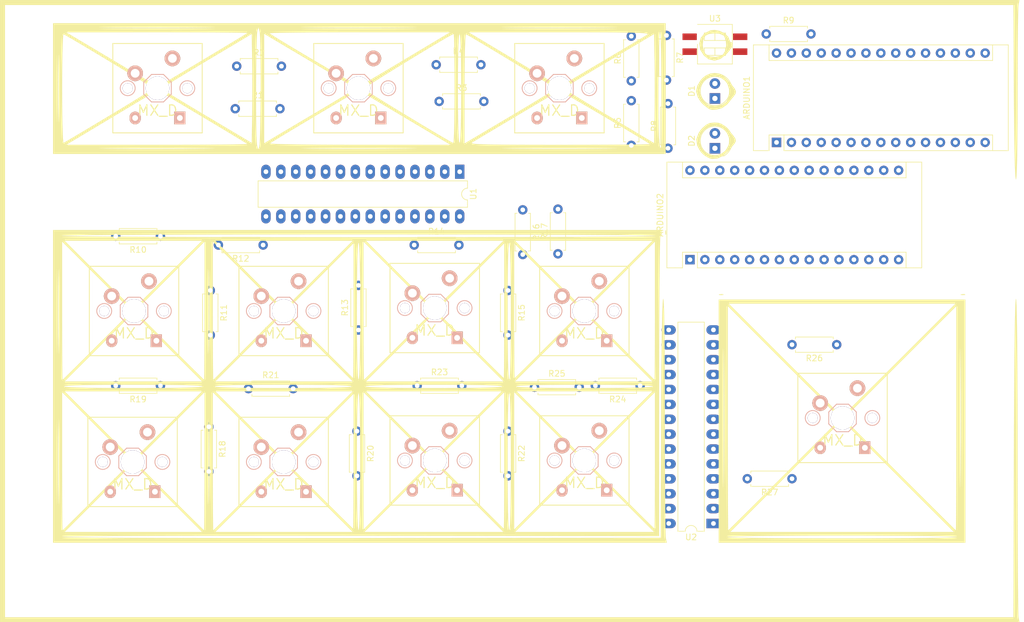
<source format=kicad_pcb>
(kicad_pcb (version 4) (host pcbnew 4.0.7)

  (general
    (links 118)
    (no_connects 118)
    (area 0.654999 4.457221 176.435001 111.082778)
    (thickness 1.6)
    (drawings 0)
    (tracks 0)
    (zones 0)
    (modules 47)
    (nets 105)
  )

  (page User 175.006 107.01)
  (title_block
    (title voctoknopf1)
    (date 2017-11-29)
  )

  (layers
    (0 F.Cu signal)
    (31 B.Cu signal)
    (32 B.Adhes user)
    (33 F.Adhes user)
    (34 B.Paste user)
    (35 F.Paste user)
    (36 B.SilkS user)
    (37 F.SilkS user)
    (38 B.Mask user)
    (39 F.Mask user)
    (40 Dwgs.User user)
    (41 Cmts.User user)
    (42 Eco1.User user)
    (43 Eco2.User user)
    (44 Edge.Cuts user)
    (45 Margin user)
    (46 B.CrtYd user)
    (47 F.CrtYd user)
    (48 B.Fab user)
    (49 F.Fab user)
  )

  (setup
    (last_trace_width 0.25)
    (trace_clearance 0.25)
    (zone_clearance 0.508)
    (zone_45_only no)
    (trace_min 0.25)
    (segment_width 0.2)
    (edge_width 0.15)
    (via_size 0.6)
    (via_drill 0.4)
    (via_min_size 0.4)
    (via_min_drill 0.3)
    (uvia_size 0.3)
    (uvia_drill 0.1)
    (uvias_allowed no)
    (uvia_min_size 0.2)
    (uvia_min_drill 0.1)
    (pcb_text_width 0.3)
    (pcb_text_size 1.5 1.5)
    (mod_edge_width 0.15)
    (mod_text_size 1 1)
    (mod_text_width 0.15)
    (pad_size 1.524 1.524)
    (pad_drill 0.762)
    (pad_to_mask_clearance 0.2)
    (aux_axis_origin 0 0)
    (visible_elements FFFFFF7F)
    (pcbplotparams
      (layerselection 0x00030_80000001)
      (usegerberextensions false)
      (excludeedgelayer true)
      (linewidth 0.100000)
      (plotframeref false)
      (viasonmask false)
      (mode 1)
      (useauxorigin false)
      (hpglpennumber 1)
      (hpglpenspeed 20)
      (hpglpendiameter 15)
      (hpglpenoverlay 2)
      (psnegative false)
      (psa4output false)
      (plotreference true)
      (plotvalue true)
      (plotinvisibletext false)
      (padsonsilk false)
      (subtractmaskfromsilk false)
      (outputformat 1)
      (mirror false)
      (drillshape 1)
      (scaleselection 1)
      (outputdirectory ""))
  )

  (net 0 "")
  (net 1 /GND)
  (net 2 "Net-(D1-Pad2)")
  (net 3 "Net-(D2-Pad2)")
  (net 4 "Net-(R1-Pad1)")
  (net 5 "Net-(R1-Pad2)")
  (net 6 "Net-(R2-Pad2)")
  (net 7 "Net-(R3-Pad1)")
  (net 8 "Net-(R3-Pad2)")
  (net 9 "Net-(R4-Pad2)")
  (net 10 "Net-(R5-Pad1)")
  (net 11 "Net-(R5-Pad2)")
  (net 12 "Net-(R6-Pad2)")
  (net 13 "Net-(ARDUINO1-Pad10)")
  (net 14 "Net-(ARDUINO1-Pad9)")
  (net 15 "Net-(ARDUINO1-Pad8)")
  (net 16 "Net-(R10-Pad1)")
  (net 17 "Net-(R10-Pad2)")
  (net 18 "Net-(R11-Pad2)")
  (net 19 "Net-(R12-Pad1)")
  (net 20 "Net-(R12-Pad2)")
  (net 21 "Net-(R13-Pad2)")
  (net 22 "Net-(R14-Pad1)")
  (net 23 "Net-(R14-Pad2)")
  (net 24 "Net-(R15-Pad2)")
  (net 25 "Net-(R16-Pad1)")
  (net 26 "Net-(R16-Pad2)")
  (net 27 "Net-(R17-Pad2)")
  (net 28 "Net-(R18-Pad1)")
  (net 29 "Net-(R18-Pad2)")
  (net 30 "Net-(R19-Pad2)")
  (net 31 "Net-(R20-Pad1)")
  (net 32 "Net-(R20-Pad2)")
  (net 33 "Net-(R21-Pad2)")
  (net 34 "Net-(R22-Pad1)")
  (net 35 "Net-(R22-Pad2)")
  (net 36 "Net-(R23-Pad2)")
  (net 37 "Net-(R24-Pad1)")
  (net 38 "Net-(R24-Pad2)")
  (net 39 "Net-(R25-Pad2)")
  (net 40 "Net-(R26-Pad2)")
  (net 41 "Net-(R27-Pad1)")
  (net 42 "Net-(R27-Pad2)")
  (net 43 /5V)
  (net 44 "Net-(U1-Pad19)")
  (net 45 "Net-(U1-Pad20)")
  (net 46 "Net-(ARDUINO1-Pad24)")
  (net 47 "Net-(ARDUINO1-Pad23)")
  (net 48 "Net-(U1-Pad27)")
  (net 49 "Net-(U1-Pad28)")
  (net 50 "Net-(U2-Pad19)")
  (net 51 "Net-(U2-Pad20)")
  (net 52 "Net-(U2-Pad23)")
  (net 53 "Net-(U2-Pad24)")
  (net 54 "Net-(U2-Pad25)")
  (net 55 "Net-(U2-Pad26)")
  (net 56 "Net-(U2-Pad27)")
  (net 57 "Net-(U2-Pad28)")
  (net 58 "Net-(ARDUINO1-Pad1)")
  (net 59 "Net-(ARDUINO1-Pad17)")
  (net 60 "Net-(ARDUINO1-Pad2)")
  (net 61 "Net-(ARDUINO1-Pad18)")
  (net 62 "Net-(ARDUINO1-Pad3)")
  (net 63 "Net-(ARDUINO1-Pad19)")
  (net 64 "Net-(ARDUINO1-Pad4)")
  (net 65 "Net-(ARDUINO1-Pad20)")
  (net 66 "Net-(ARDUINO1-Pad5)")
  (net 67 "Net-(ARDUINO1-Pad21)")
  (net 68 "Net-(ARDUINO1-Pad6)")
  (net 69 "Net-(ARDUINO1-Pad22)")
  (net 70 "Net-(ARDUINO1-Pad7)")
  (net 71 "Net-(ARDUINO1-Pad25)")
  (net 72 "Net-(ARDUINO1-Pad26)")
  (net 73 "Net-(ARDUINO1-Pad11)")
  (net 74 "Net-(ARDUINO1-Pad12)")
  (net 75 "Net-(ARDUINO1-Pad28)")
  (net 76 "Net-(ARDUINO1-Pad13)")
  (net 77 "Net-(ARDUINO1-Pad14)")
  (net 78 "Net-(ARDUINO1-Pad30)")
  (net 79 "Net-(ARDUINO1-Pad15)")
  (net 80 "Net-(ARDUINO1-Pad16)")
  (net 81 "Net-(ARDUINO2-Pad1)")
  (net 82 "Net-(ARDUINO2-Pad2)")
  (net 83 "Net-(ARDUINO2-Pad18)")
  (net 84 "Net-(ARDUINO2-Pad3)")
  (net 85 "Net-(ARDUINO2-Pad19)")
  (net 86 "Net-(ARDUINO2-Pad4)")
  (net 87 "Net-(ARDUINO2-Pad20)")
  (net 88 "Net-(ARDUINO2-Pad5)")
  (net 89 "Net-(ARDUINO2-Pad21)")
  (net 90 "Net-(ARDUINO2-Pad6)")
  (net 91 "Net-(ARDUINO2-Pad22)")
  (net 92 "Net-(ARDUINO2-Pad7)")
  (net 93 "Net-(ARDUINO2-Pad23)")
  (net 94 "Net-(ARDUINO2-Pad8)")
  (net 95 "Net-(ARDUINO2-Pad24)")
  (net 96 "Net-(ARDUINO2-Pad9)")
  (net 97 "Net-(ARDUINO2-Pad25)")
  (net 98 "Net-(ARDUINO2-Pad10)")
  (net 99 "Net-(ARDUINO2-Pad26)")
  (net 100 "Net-(ARDUINO2-Pad11)")
  (net 101 "Net-(ARDUINO2-Pad27)")
  (net 102 "Net-(ARDUINO2-Pad12)")
  (net 103 "Net-(ARDUINO2-Pad28)")
  (net 104 "Net-(ARDUINO2-Pad30)")

  (net_class Default "Dies ist die voreingestellte Netzklasse."
    (clearance 0.25)
    (trace_width 0.25)
    (via_dia 0.6)
    (via_drill 0.4)
    (uvia_dia 0.3)
    (uvia_drill 0.1)
    (add_net /5V)
    (add_net /GND)
    (add_net "Net-(ARDUINO1-Pad1)")
    (add_net "Net-(ARDUINO1-Pad10)")
    (add_net "Net-(ARDUINO1-Pad11)")
    (add_net "Net-(ARDUINO1-Pad12)")
    (add_net "Net-(ARDUINO1-Pad13)")
    (add_net "Net-(ARDUINO1-Pad14)")
    (add_net "Net-(ARDUINO1-Pad15)")
    (add_net "Net-(ARDUINO1-Pad16)")
    (add_net "Net-(ARDUINO1-Pad17)")
    (add_net "Net-(ARDUINO1-Pad18)")
    (add_net "Net-(ARDUINO1-Pad19)")
    (add_net "Net-(ARDUINO1-Pad2)")
    (add_net "Net-(ARDUINO1-Pad20)")
    (add_net "Net-(ARDUINO1-Pad21)")
    (add_net "Net-(ARDUINO1-Pad22)")
    (add_net "Net-(ARDUINO1-Pad23)")
    (add_net "Net-(ARDUINO1-Pad24)")
    (add_net "Net-(ARDUINO1-Pad25)")
    (add_net "Net-(ARDUINO1-Pad26)")
    (add_net "Net-(ARDUINO1-Pad28)")
    (add_net "Net-(ARDUINO1-Pad3)")
    (add_net "Net-(ARDUINO1-Pad30)")
    (add_net "Net-(ARDUINO1-Pad4)")
    (add_net "Net-(ARDUINO1-Pad5)")
    (add_net "Net-(ARDUINO1-Pad6)")
    (add_net "Net-(ARDUINO1-Pad7)")
    (add_net "Net-(ARDUINO1-Pad8)")
    (add_net "Net-(ARDUINO1-Pad9)")
    (add_net "Net-(ARDUINO2-Pad1)")
    (add_net "Net-(ARDUINO2-Pad10)")
    (add_net "Net-(ARDUINO2-Pad11)")
    (add_net "Net-(ARDUINO2-Pad12)")
    (add_net "Net-(ARDUINO2-Pad18)")
    (add_net "Net-(ARDUINO2-Pad19)")
    (add_net "Net-(ARDUINO2-Pad2)")
    (add_net "Net-(ARDUINO2-Pad20)")
    (add_net "Net-(ARDUINO2-Pad21)")
    (add_net "Net-(ARDUINO2-Pad22)")
    (add_net "Net-(ARDUINO2-Pad23)")
    (add_net "Net-(ARDUINO2-Pad24)")
    (add_net "Net-(ARDUINO2-Pad25)")
    (add_net "Net-(ARDUINO2-Pad26)")
    (add_net "Net-(ARDUINO2-Pad27)")
    (add_net "Net-(ARDUINO2-Pad28)")
    (add_net "Net-(ARDUINO2-Pad3)")
    (add_net "Net-(ARDUINO2-Pad30)")
    (add_net "Net-(ARDUINO2-Pad4)")
    (add_net "Net-(ARDUINO2-Pad5)")
    (add_net "Net-(ARDUINO2-Pad6)")
    (add_net "Net-(ARDUINO2-Pad7)")
    (add_net "Net-(ARDUINO2-Pad8)")
    (add_net "Net-(ARDUINO2-Pad9)")
    (add_net "Net-(D1-Pad2)")
    (add_net "Net-(D2-Pad2)")
    (add_net "Net-(R1-Pad1)")
    (add_net "Net-(R1-Pad2)")
    (add_net "Net-(R10-Pad1)")
    (add_net "Net-(R10-Pad2)")
    (add_net "Net-(R11-Pad2)")
    (add_net "Net-(R12-Pad1)")
    (add_net "Net-(R12-Pad2)")
    (add_net "Net-(R13-Pad2)")
    (add_net "Net-(R14-Pad1)")
    (add_net "Net-(R14-Pad2)")
    (add_net "Net-(R15-Pad2)")
    (add_net "Net-(R16-Pad1)")
    (add_net "Net-(R16-Pad2)")
    (add_net "Net-(R17-Pad2)")
    (add_net "Net-(R18-Pad1)")
    (add_net "Net-(R18-Pad2)")
    (add_net "Net-(R19-Pad2)")
    (add_net "Net-(R2-Pad2)")
    (add_net "Net-(R20-Pad1)")
    (add_net "Net-(R20-Pad2)")
    (add_net "Net-(R21-Pad2)")
    (add_net "Net-(R22-Pad1)")
    (add_net "Net-(R22-Pad2)")
    (add_net "Net-(R23-Pad2)")
    (add_net "Net-(R24-Pad1)")
    (add_net "Net-(R24-Pad2)")
    (add_net "Net-(R25-Pad2)")
    (add_net "Net-(R26-Pad2)")
    (add_net "Net-(R27-Pad1)")
    (add_net "Net-(R27-Pad2)")
    (add_net "Net-(R3-Pad1)")
    (add_net "Net-(R3-Pad2)")
    (add_net "Net-(R4-Pad2)")
    (add_net "Net-(R5-Pad1)")
    (add_net "Net-(R5-Pad2)")
    (add_net "Net-(R6-Pad2)")
    (add_net "Net-(U1-Pad19)")
    (add_net "Net-(U1-Pad20)")
    (add_net "Net-(U1-Pad27)")
    (add_net "Net-(U1-Pad28)")
    (add_net "Net-(U2-Pad19)")
    (add_net "Net-(U2-Pad20)")
    (add_net "Net-(U2-Pad23)")
    (add_net "Net-(U2-Pad24)")
    (add_net "Net-(U2-Pad25)")
    (add_net "Net-(U2-Pad26)")
    (add_net "Net-(U2-Pad27)")
    (add_net "Net-(U2-Pad28)")
  )

  (module LEDs:LED_D5.0mm (layer F.Cu) (tedit 5995936A) (tstamp 5A200668)
    (at 122.75 21.5 90)
    (descr "LED, diameter 5.0mm, 2 pins, http://cdn-reichelt.de/documents/datenblatt/A500/LL-504BC2E-009.pdf")
    (tags "LED diameter 5.0mm 2 pins")
    (path /5A2063A3)
    (fp_text reference D1 (at 1.27 -3.96 90) (layer F.SilkS)
      (effects (font (size 1 1) (thickness 0.15)))
    )
    (fp_text value LED (at 1.27 3.96 90) (layer F.Fab)
      (effects (font (size 1 1) (thickness 0.15)))
    )
    (fp_arc (start 1.27 0) (end -1.23 -1.469694) (angle 299.1) (layer F.Fab) (width 0.1))
    (fp_arc (start 1.27 0) (end -1.29 -1.54483) (angle 148.9) (layer F.SilkS) (width 0.12))
    (fp_arc (start 1.27 0) (end -1.29 1.54483) (angle -148.9) (layer F.SilkS) (width 0.12))
    (fp_circle (center 1.27 0) (end 3.77 0) (layer F.Fab) (width 0.1))
    (fp_circle (center 1.27 0) (end 3.77 0) (layer F.SilkS) (width 0.12))
    (fp_line (start -1.23 -1.469694) (end -1.23 1.469694) (layer F.Fab) (width 0.1))
    (fp_line (start -1.29 -1.545) (end -1.29 1.545) (layer F.SilkS) (width 0.12))
    (fp_line (start -1.95 -3.25) (end -1.95 3.25) (layer F.CrtYd) (width 0.05))
    (fp_line (start -1.95 3.25) (end 4.5 3.25) (layer F.CrtYd) (width 0.05))
    (fp_line (start 4.5 3.25) (end 4.5 -3.25) (layer F.CrtYd) (width 0.05))
    (fp_line (start 4.5 -3.25) (end -1.95 -3.25) (layer F.CrtYd) (width 0.05))
    (fp_text user %R (at 1.25 0 90) (layer F.Fab)
      (effects (font (size 0.8 0.8) (thickness 0.2)))
    )
    (pad 1 thru_hole rect (at 0 0 90) (size 1.8 1.8) (drill 0.9) (layers *.Cu *.Mask)
      (net 1 /GND))
    (pad 2 thru_hole circle (at 2.54 0 90) (size 1.8 1.8) (drill 0.9) (layers *.Cu *.Mask)
      (net 2 "Net-(D1-Pad2)"))
    (model ${KISYS3DMOD}/LEDs.3dshapes/LED_D5.0mm.wrl
      (at (xyz 0 0 0))
      (scale (xyz 0.393701 0.393701 0.393701))
      (rotate (xyz 0 0 0))
    )
  )

  (module LEDs:LED_D5.0mm (layer F.Cu) (tedit 5995936A) (tstamp 5A20067A)
    (at 122.75 30 90)
    (descr "LED, diameter 5.0mm, 2 pins, http://cdn-reichelt.de/documents/datenblatt/A500/LL-504BC2E-009.pdf")
    (tags "LED diameter 5.0mm 2 pins")
    (path /5A2062E7)
    (fp_text reference D2 (at 1.27 -3.96 90) (layer F.SilkS)
      (effects (font (size 1 1) (thickness 0.15)))
    )
    (fp_text value LED (at 1.27 3.96 90) (layer F.Fab)
      (effects (font (size 1 1) (thickness 0.15)))
    )
    (fp_arc (start 1.27 0) (end -1.23 -1.469694) (angle 299.1) (layer F.Fab) (width 0.1))
    (fp_arc (start 1.27 0) (end -1.29 -1.54483) (angle 148.9) (layer F.SilkS) (width 0.12))
    (fp_arc (start 1.27 0) (end -1.29 1.54483) (angle -148.9) (layer F.SilkS) (width 0.12))
    (fp_circle (center 1.27 0) (end 3.77 0) (layer F.Fab) (width 0.1))
    (fp_circle (center 1.27 0) (end 3.77 0) (layer F.SilkS) (width 0.12))
    (fp_line (start -1.23 -1.469694) (end -1.23 1.469694) (layer F.Fab) (width 0.1))
    (fp_line (start -1.29 -1.545) (end -1.29 1.545) (layer F.SilkS) (width 0.12))
    (fp_line (start -1.95 -3.25) (end -1.95 3.25) (layer F.CrtYd) (width 0.05))
    (fp_line (start -1.95 3.25) (end 4.5 3.25) (layer F.CrtYd) (width 0.05))
    (fp_line (start 4.5 3.25) (end 4.5 -3.25) (layer F.CrtYd) (width 0.05))
    (fp_line (start 4.5 -3.25) (end -1.95 -3.25) (layer F.CrtYd) (width 0.05))
    (fp_text user %R (at 1.25 0 90) (layer F.Fab)
      (effects (font (size 0.8 0.8) (thickness 0.2)))
    )
    (pad 1 thru_hole rect (at 0 0 90) (size 1.8 1.8) (drill 0.9) (layers *.Cu *.Mask)
      (net 1 /GND))
    (pad 2 thru_hole circle (at 2.54 0 90) (size 1.8 1.8) (drill 0.9) (layers *.Cu *.Mask)
      (net 3 "Net-(D2-Pad2)"))
    (model ${KISYS3DMOD}/LEDs.3dshapes/LED_D5.0mm.wrl
      (at (xyz 0 0 0))
      (scale (xyz 0.393701 0.393701 0.393701))
      (rotate (xyz 0 0 0))
    )
  )

  (module Resistors_THT:R_Axial_DIN0207_L6.3mm_D2.5mm_P7.62mm_Horizontal (layer F.Cu) (tedit 5874F706) (tstamp 5A200690)
    (at 41 23.25)
    (descr "Resistor, Axial_DIN0207 series, Axial, Horizontal, pin pitch=7.62mm, 0.25W = 1/4W, length*diameter=6.3*2.5mm^2, http://cdn-reichelt.de/documents/datenblatt/B400/1_4W%23YAG.pdf")
    (tags "Resistor Axial_DIN0207 series Axial Horizontal pin pitch 7.62mm 0.25W = 1/4W length 6.3mm diameter 2.5mm")
    (path /5A1E812F)
    (fp_text reference R1 (at 3.81 -2.31) (layer F.SilkS)
      (effects (font (size 1 1) (thickness 0.15)))
    )
    (fp_text value 220 (at 3.81 2.31) (layer F.Fab)
      (effects (font (size 1 1) (thickness 0.15)))
    )
    (fp_line (start 0.66 -1.25) (end 0.66 1.25) (layer F.Fab) (width 0.1))
    (fp_line (start 0.66 1.25) (end 6.96 1.25) (layer F.Fab) (width 0.1))
    (fp_line (start 6.96 1.25) (end 6.96 -1.25) (layer F.Fab) (width 0.1))
    (fp_line (start 6.96 -1.25) (end 0.66 -1.25) (layer F.Fab) (width 0.1))
    (fp_line (start 0 0) (end 0.66 0) (layer F.Fab) (width 0.1))
    (fp_line (start 7.62 0) (end 6.96 0) (layer F.Fab) (width 0.1))
    (fp_line (start 0.6 -0.98) (end 0.6 -1.31) (layer F.SilkS) (width 0.12))
    (fp_line (start 0.6 -1.31) (end 7.02 -1.31) (layer F.SilkS) (width 0.12))
    (fp_line (start 7.02 -1.31) (end 7.02 -0.98) (layer F.SilkS) (width 0.12))
    (fp_line (start 0.6 0.98) (end 0.6 1.31) (layer F.SilkS) (width 0.12))
    (fp_line (start 0.6 1.31) (end 7.02 1.31) (layer F.SilkS) (width 0.12))
    (fp_line (start 7.02 1.31) (end 7.02 0.98) (layer F.SilkS) (width 0.12))
    (fp_line (start -1.05 -1.6) (end -1.05 1.6) (layer F.CrtYd) (width 0.05))
    (fp_line (start -1.05 1.6) (end 8.7 1.6) (layer F.CrtYd) (width 0.05))
    (fp_line (start 8.7 1.6) (end 8.7 -1.6) (layer F.CrtYd) (width 0.05))
    (fp_line (start 8.7 -1.6) (end -1.05 -1.6) (layer F.CrtYd) (width 0.05))
    (pad 1 thru_hole circle (at 0 0) (size 1.6 1.6) (drill 0.8) (layers *.Cu *.Mask)
      (net 4 "Net-(R1-Pad1)"))
    (pad 2 thru_hole oval (at 7.62 0) (size 1.6 1.6) (drill 0.8) (layers *.Cu *.Mask)
      (net 5 "Net-(R1-Pad2)"))
    (model ${KISYS3DMOD}/Resistors_THT.3dshapes/R_Axial_DIN0207_L6.3mm_D2.5mm_P7.62mm_Horizontal.wrl
      (at (xyz 0 0 0))
      (scale (xyz 0.393701 0.393701 0.393701))
      (rotate (xyz 0 0 0))
    )
  )

  (module Resistors_THT:R_Axial_DIN0207_L6.3mm_D2.5mm_P7.62mm_Horizontal (layer F.Cu) (tedit 5874F706) (tstamp 5A2006A6)
    (at 41.25 16)
    (descr "Resistor, Axial_DIN0207 series, Axial, Horizontal, pin pitch=7.62mm, 0.25W = 1/4W, length*diameter=6.3*2.5mm^2, http://cdn-reichelt.de/documents/datenblatt/B400/1_4W%23YAG.pdf")
    (tags "Resistor Axial_DIN0207 series Axial Horizontal pin pitch 7.62mm 0.25W = 1/4W length 6.3mm diameter 2.5mm")
    (path /5A1E8129)
    (fp_text reference R2 (at 3.81 -2.31) (layer F.SilkS)
      (effects (font (size 1 1) (thickness 0.15)))
    )
    (fp_text value "10 k" (at 3.81 2.31) (layer F.Fab)
      (effects (font (size 1 1) (thickness 0.15)))
    )
    (fp_line (start 0.66 -1.25) (end 0.66 1.25) (layer F.Fab) (width 0.1))
    (fp_line (start 0.66 1.25) (end 6.96 1.25) (layer F.Fab) (width 0.1))
    (fp_line (start 6.96 1.25) (end 6.96 -1.25) (layer F.Fab) (width 0.1))
    (fp_line (start 6.96 -1.25) (end 0.66 -1.25) (layer F.Fab) (width 0.1))
    (fp_line (start 0 0) (end 0.66 0) (layer F.Fab) (width 0.1))
    (fp_line (start 7.62 0) (end 6.96 0) (layer F.Fab) (width 0.1))
    (fp_line (start 0.6 -0.98) (end 0.6 -1.31) (layer F.SilkS) (width 0.12))
    (fp_line (start 0.6 -1.31) (end 7.02 -1.31) (layer F.SilkS) (width 0.12))
    (fp_line (start 7.02 -1.31) (end 7.02 -0.98) (layer F.SilkS) (width 0.12))
    (fp_line (start 0.6 0.98) (end 0.6 1.31) (layer F.SilkS) (width 0.12))
    (fp_line (start 0.6 1.31) (end 7.02 1.31) (layer F.SilkS) (width 0.12))
    (fp_line (start 7.02 1.31) (end 7.02 0.98) (layer F.SilkS) (width 0.12))
    (fp_line (start -1.05 -1.6) (end -1.05 1.6) (layer F.CrtYd) (width 0.05))
    (fp_line (start -1.05 1.6) (end 8.7 1.6) (layer F.CrtYd) (width 0.05))
    (fp_line (start 8.7 1.6) (end 8.7 -1.6) (layer F.CrtYd) (width 0.05))
    (fp_line (start 8.7 -1.6) (end -1.05 -1.6) (layer F.CrtYd) (width 0.05))
    (pad 1 thru_hole circle (at 0 0) (size 1.6 1.6) (drill 0.8) (layers *.Cu *.Mask)
      (net 1 /GND))
    (pad 2 thru_hole oval (at 7.62 0) (size 1.6 1.6) (drill 0.8) (layers *.Cu *.Mask)
      (net 6 "Net-(R2-Pad2)"))
    (model ${KISYS3DMOD}/Resistors_THT.3dshapes/R_Axial_DIN0207_L6.3mm_D2.5mm_P7.62mm_Horizontal.wrl
      (at (xyz 0 0 0))
      (scale (xyz 0.393701 0.393701 0.393701))
      (rotate (xyz 0 0 0))
    )
  )

  (module Resistors_THT:R_Axial_DIN0207_L6.3mm_D2.5mm_P7.62mm_Horizontal (layer F.Cu) (tedit 5874F706) (tstamp 5A2006BC)
    (at 75.75 22)
    (descr "Resistor, Axial_DIN0207 series, Axial, Horizontal, pin pitch=7.62mm, 0.25W = 1/4W, length*diameter=6.3*2.5mm^2, http://cdn-reichelt.de/documents/datenblatt/B400/1_4W%23YAG.pdf")
    (tags "Resistor Axial_DIN0207 series Axial Horizontal pin pitch 7.62mm 0.25W = 1/4W length 6.3mm diameter 2.5mm")
    (path /5A16E6E5)
    (fp_text reference R3 (at 3.81 -2.31) (layer F.SilkS)
      (effects (font (size 1 1) (thickness 0.15)))
    )
    (fp_text value 220 (at 3.81 2.31) (layer F.Fab)
      (effects (font (size 1 1) (thickness 0.15)))
    )
    (fp_line (start 0.66 -1.25) (end 0.66 1.25) (layer F.Fab) (width 0.1))
    (fp_line (start 0.66 1.25) (end 6.96 1.25) (layer F.Fab) (width 0.1))
    (fp_line (start 6.96 1.25) (end 6.96 -1.25) (layer F.Fab) (width 0.1))
    (fp_line (start 6.96 -1.25) (end 0.66 -1.25) (layer F.Fab) (width 0.1))
    (fp_line (start 0 0) (end 0.66 0) (layer F.Fab) (width 0.1))
    (fp_line (start 7.62 0) (end 6.96 0) (layer F.Fab) (width 0.1))
    (fp_line (start 0.6 -0.98) (end 0.6 -1.31) (layer F.SilkS) (width 0.12))
    (fp_line (start 0.6 -1.31) (end 7.02 -1.31) (layer F.SilkS) (width 0.12))
    (fp_line (start 7.02 -1.31) (end 7.02 -0.98) (layer F.SilkS) (width 0.12))
    (fp_line (start 0.6 0.98) (end 0.6 1.31) (layer F.SilkS) (width 0.12))
    (fp_line (start 0.6 1.31) (end 7.02 1.31) (layer F.SilkS) (width 0.12))
    (fp_line (start 7.02 1.31) (end 7.02 0.98) (layer F.SilkS) (width 0.12))
    (fp_line (start -1.05 -1.6) (end -1.05 1.6) (layer F.CrtYd) (width 0.05))
    (fp_line (start -1.05 1.6) (end 8.7 1.6) (layer F.CrtYd) (width 0.05))
    (fp_line (start 8.7 1.6) (end 8.7 -1.6) (layer F.CrtYd) (width 0.05))
    (fp_line (start 8.7 -1.6) (end -1.05 -1.6) (layer F.CrtYd) (width 0.05))
    (pad 1 thru_hole circle (at 0 0) (size 1.6 1.6) (drill 0.8) (layers *.Cu *.Mask)
      (net 7 "Net-(R3-Pad1)"))
    (pad 2 thru_hole oval (at 7.62 0) (size 1.6 1.6) (drill 0.8) (layers *.Cu *.Mask)
      (net 8 "Net-(R3-Pad2)"))
    (model ${KISYS3DMOD}/Resistors_THT.3dshapes/R_Axial_DIN0207_L6.3mm_D2.5mm_P7.62mm_Horizontal.wrl
      (at (xyz 0 0 0))
      (scale (xyz 0.393701 0.393701 0.393701))
      (rotate (xyz 0 0 0))
    )
  )

  (module Resistors_THT:R_Axial_DIN0207_L6.3mm_D2.5mm_P7.62mm_Horizontal (layer F.Cu) (tedit 5874F706) (tstamp 5A2006D2)
    (at 75.25 15.75)
    (descr "Resistor, Axial_DIN0207 series, Axial, Horizontal, pin pitch=7.62mm, 0.25W = 1/4W, length*diameter=6.3*2.5mm^2, http://cdn-reichelt.de/documents/datenblatt/B400/1_4W%23YAG.pdf")
    (tags "Resistor Axial_DIN0207 series Axial Horizontal pin pitch 7.62mm 0.25W = 1/4W length 6.3mm diameter 2.5mm")
    (path /5A16E4D6)
    (fp_text reference R4 (at 3.81 -2.31) (layer F.SilkS)
      (effects (font (size 1 1) (thickness 0.15)))
    )
    (fp_text value "10 k" (at 3.81 2.31) (layer F.Fab)
      (effects (font (size 1 1) (thickness 0.15)))
    )
    (fp_line (start 0.66 -1.25) (end 0.66 1.25) (layer F.Fab) (width 0.1))
    (fp_line (start 0.66 1.25) (end 6.96 1.25) (layer F.Fab) (width 0.1))
    (fp_line (start 6.96 1.25) (end 6.96 -1.25) (layer F.Fab) (width 0.1))
    (fp_line (start 6.96 -1.25) (end 0.66 -1.25) (layer F.Fab) (width 0.1))
    (fp_line (start 0 0) (end 0.66 0) (layer F.Fab) (width 0.1))
    (fp_line (start 7.62 0) (end 6.96 0) (layer F.Fab) (width 0.1))
    (fp_line (start 0.6 -0.98) (end 0.6 -1.31) (layer F.SilkS) (width 0.12))
    (fp_line (start 0.6 -1.31) (end 7.02 -1.31) (layer F.SilkS) (width 0.12))
    (fp_line (start 7.02 -1.31) (end 7.02 -0.98) (layer F.SilkS) (width 0.12))
    (fp_line (start 0.6 0.98) (end 0.6 1.31) (layer F.SilkS) (width 0.12))
    (fp_line (start 0.6 1.31) (end 7.02 1.31) (layer F.SilkS) (width 0.12))
    (fp_line (start 7.02 1.31) (end 7.02 0.98) (layer F.SilkS) (width 0.12))
    (fp_line (start -1.05 -1.6) (end -1.05 1.6) (layer F.CrtYd) (width 0.05))
    (fp_line (start -1.05 1.6) (end 8.7 1.6) (layer F.CrtYd) (width 0.05))
    (fp_line (start 8.7 1.6) (end 8.7 -1.6) (layer F.CrtYd) (width 0.05))
    (fp_line (start 8.7 -1.6) (end -1.05 -1.6) (layer F.CrtYd) (width 0.05))
    (pad 1 thru_hole circle (at 0 0) (size 1.6 1.6) (drill 0.8) (layers *.Cu *.Mask)
      (net 1 /GND))
    (pad 2 thru_hole oval (at 7.62 0) (size 1.6 1.6) (drill 0.8) (layers *.Cu *.Mask)
      (net 9 "Net-(R4-Pad2)"))
    (model ${KISYS3DMOD}/Resistors_THT.3dshapes/R_Axial_DIN0207_L6.3mm_D2.5mm_P7.62mm_Horizontal.wrl
      (at (xyz 0 0 0))
      (scale (xyz 0.393701 0.393701 0.393701))
      (rotate (xyz 0 0 0))
    )
  )

  (module Resistors_THT:R_Axial_DIN0207_L6.3mm_D2.5mm_P7.62mm_Horizontal (layer F.Cu) (tedit 5874F706) (tstamp 5A2006E8)
    (at 108.5 29.5 90)
    (descr "Resistor, Axial_DIN0207 series, Axial, Horizontal, pin pitch=7.62mm, 0.25W = 1/4W, length*diameter=6.3*2.5mm^2, http://cdn-reichelt.de/documents/datenblatt/B400/1_4W%23YAG.pdf")
    (tags "Resistor Axial_DIN0207 series Axial Horizontal pin pitch 7.62mm 0.25W = 1/4W length 6.3mm diameter 2.5mm")
    (path /5A1E8041)
    (fp_text reference R5 (at 3.81 -2.31 90) (layer F.SilkS)
      (effects (font (size 1 1) (thickness 0.15)))
    )
    (fp_text value 220 (at 3.81 2.31 90) (layer F.Fab)
      (effects (font (size 1 1) (thickness 0.15)))
    )
    (fp_line (start 0.66 -1.25) (end 0.66 1.25) (layer F.Fab) (width 0.1))
    (fp_line (start 0.66 1.25) (end 6.96 1.25) (layer F.Fab) (width 0.1))
    (fp_line (start 6.96 1.25) (end 6.96 -1.25) (layer F.Fab) (width 0.1))
    (fp_line (start 6.96 -1.25) (end 0.66 -1.25) (layer F.Fab) (width 0.1))
    (fp_line (start 0 0) (end 0.66 0) (layer F.Fab) (width 0.1))
    (fp_line (start 7.62 0) (end 6.96 0) (layer F.Fab) (width 0.1))
    (fp_line (start 0.6 -0.98) (end 0.6 -1.31) (layer F.SilkS) (width 0.12))
    (fp_line (start 0.6 -1.31) (end 7.02 -1.31) (layer F.SilkS) (width 0.12))
    (fp_line (start 7.02 -1.31) (end 7.02 -0.98) (layer F.SilkS) (width 0.12))
    (fp_line (start 0.6 0.98) (end 0.6 1.31) (layer F.SilkS) (width 0.12))
    (fp_line (start 0.6 1.31) (end 7.02 1.31) (layer F.SilkS) (width 0.12))
    (fp_line (start 7.02 1.31) (end 7.02 0.98) (layer F.SilkS) (width 0.12))
    (fp_line (start -1.05 -1.6) (end -1.05 1.6) (layer F.CrtYd) (width 0.05))
    (fp_line (start -1.05 1.6) (end 8.7 1.6) (layer F.CrtYd) (width 0.05))
    (fp_line (start 8.7 1.6) (end 8.7 -1.6) (layer F.CrtYd) (width 0.05))
    (fp_line (start 8.7 -1.6) (end -1.05 -1.6) (layer F.CrtYd) (width 0.05))
    (pad 1 thru_hole circle (at 0 0 90) (size 1.6 1.6) (drill 0.8) (layers *.Cu *.Mask)
      (net 10 "Net-(R5-Pad1)"))
    (pad 2 thru_hole oval (at 7.62 0 90) (size 1.6 1.6) (drill 0.8) (layers *.Cu *.Mask)
      (net 11 "Net-(R5-Pad2)"))
    (model ${KISYS3DMOD}/Resistors_THT.3dshapes/R_Axial_DIN0207_L6.3mm_D2.5mm_P7.62mm_Horizontal.wrl
      (at (xyz 0 0 0))
      (scale (xyz 0.393701 0.393701 0.393701))
      (rotate (xyz 0 0 0))
    )
  )

  (module Resistors_THT:R_Axial_DIN0207_L6.3mm_D2.5mm_P7.62mm_Horizontal (layer F.Cu) (tedit 5874F706) (tstamp 5A2006FE)
    (at 108.5 18.5 90)
    (descr "Resistor, Axial_DIN0207 series, Axial, Horizontal, pin pitch=7.62mm, 0.25W = 1/4W, length*diameter=6.3*2.5mm^2, http://cdn-reichelt.de/documents/datenblatt/B400/1_4W%23YAG.pdf")
    (tags "Resistor Axial_DIN0207 series Axial Horizontal pin pitch 7.62mm 0.25W = 1/4W length 6.3mm diameter 2.5mm")
    (path /5A1E8001)
    (fp_text reference R6 (at 3.81 -2.31 90) (layer F.SilkS)
      (effects (font (size 1 1) (thickness 0.15)))
    )
    (fp_text value "10 k" (at 3.81 2.31 90) (layer F.Fab)
      (effects (font (size 1 1) (thickness 0.15)))
    )
    (fp_line (start 0.66 -1.25) (end 0.66 1.25) (layer F.Fab) (width 0.1))
    (fp_line (start 0.66 1.25) (end 6.96 1.25) (layer F.Fab) (width 0.1))
    (fp_line (start 6.96 1.25) (end 6.96 -1.25) (layer F.Fab) (width 0.1))
    (fp_line (start 6.96 -1.25) (end 0.66 -1.25) (layer F.Fab) (width 0.1))
    (fp_line (start 0 0) (end 0.66 0) (layer F.Fab) (width 0.1))
    (fp_line (start 7.62 0) (end 6.96 0) (layer F.Fab) (width 0.1))
    (fp_line (start 0.6 -0.98) (end 0.6 -1.31) (layer F.SilkS) (width 0.12))
    (fp_line (start 0.6 -1.31) (end 7.02 -1.31) (layer F.SilkS) (width 0.12))
    (fp_line (start 7.02 -1.31) (end 7.02 -0.98) (layer F.SilkS) (width 0.12))
    (fp_line (start 0.6 0.98) (end 0.6 1.31) (layer F.SilkS) (width 0.12))
    (fp_line (start 0.6 1.31) (end 7.02 1.31) (layer F.SilkS) (width 0.12))
    (fp_line (start 7.02 1.31) (end 7.02 0.98) (layer F.SilkS) (width 0.12))
    (fp_line (start -1.05 -1.6) (end -1.05 1.6) (layer F.CrtYd) (width 0.05))
    (fp_line (start -1.05 1.6) (end 8.7 1.6) (layer F.CrtYd) (width 0.05))
    (fp_line (start 8.7 1.6) (end 8.7 -1.6) (layer F.CrtYd) (width 0.05))
    (fp_line (start 8.7 -1.6) (end -1.05 -1.6) (layer F.CrtYd) (width 0.05))
    (pad 1 thru_hole circle (at 0 0 90) (size 1.6 1.6) (drill 0.8) (layers *.Cu *.Mask)
      (net 1 /GND))
    (pad 2 thru_hole oval (at 7.62 0 90) (size 1.6 1.6) (drill 0.8) (layers *.Cu *.Mask)
      (net 12 "Net-(R6-Pad2)"))
    (model ${KISYS3DMOD}/Resistors_THT.3dshapes/R_Axial_DIN0207_L6.3mm_D2.5mm_P7.62mm_Horizontal.wrl
      (at (xyz 0 0 0))
      (scale (xyz 0.393701 0.393701 0.393701))
      (rotate (xyz 0 0 0))
    )
  )

  (module Resistors_THT:R_Axial_DIN0207_L6.3mm_D2.5mm_P7.62mm_Horizontal (layer F.Cu) (tedit 5874F706) (tstamp 5A200714)
    (at 114.5 10.75 270)
    (descr "Resistor, Axial_DIN0207 series, Axial, Horizontal, pin pitch=7.62mm, 0.25W = 1/4W, length*diameter=6.3*2.5mm^2, http://cdn-reichelt.de/documents/datenblatt/B400/1_4W%23YAG.pdf")
    (tags "Resistor Axial_DIN0207 series Axial Horizontal pin pitch 7.62mm 0.25W = 1/4W length 6.3mm diameter 2.5mm")
    (path /5A2083E1)
    (fp_text reference R7 (at 3.81 -2.31 270) (layer F.SilkS)
      (effects (font (size 1 1) (thickness 0.15)))
    )
    (fp_text value 220 (at 3.81 2.31 270) (layer F.Fab)
      (effects (font (size 1 1) (thickness 0.15)))
    )
    (fp_line (start 0.66 -1.25) (end 0.66 1.25) (layer F.Fab) (width 0.1))
    (fp_line (start 0.66 1.25) (end 6.96 1.25) (layer F.Fab) (width 0.1))
    (fp_line (start 6.96 1.25) (end 6.96 -1.25) (layer F.Fab) (width 0.1))
    (fp_line (start 6.96 -1.25) (end 0.66 -1.25) (layer F.Fab) (width 0.1))
    (fp_line (start 0 0) (end 0.66 0) (layer F.Fab) (width 0.1))
    (fp_line (start 7.62 0) (end 6.96 0) (layer F.Fab) (width 0.1))
    (fp_line (start 0.6 -0.98) (end 0.6 -1.31) (layer F.SilkS) (width 0.12))
    (fp_line (start 0.6 -1.31) (end 7.02 -1.31) (layer F.SilkS) (width 0.12))
    (fp_line (start 7.02 -1.31) (end 7.02 -0.98) (layer F.SilkS) (width 0.12))
    (fp_line (start 0.6 0.98) (end 0.6 1.31) (layer F.SilkS) (width 0.12))
    (fp_line (start 0.6 1.31) (end 7.02 1.31) (layer F.SilkS) (width 0.12))
    (fp_line (start 7.02 1.31) (end 7.02 0.98) (layer F.SilkS) (width 0.12))
    (fp_line (start -1.05 -1.6) (end -1.05 1.6) (layer F.CrtYd) (width 0.05))
    (fp_line (start -1.05 1.6) (end 8.7 1.6) (layer F.CrtYd) (width 0.05))
    (fp_line (start 8.7 1.6) (end 8.7 -1.6) (layer F.CrtYd) (width 0.05))
    (fp_line (start 8.7 -1.6) (end -1.05 -1.6) (layer F.CrtYd) (width 0.05))
    (pad 1 thru_hole circle (at 0 0 270) (size 1.6 1.6) (drill 0.8) (layers *.Cu *.Mask)
      (net 13 "Net-(ARDUINO1-Pad10)"))
    (pad 2 thru_hole oval (at 7.62 0 270) (size 1.6 1.6) (drill 0.8) (layers *.Cu *.Mask)
      (net 2 "Net-(D1-Pad2)"))
    (model ${KISYS3DMOD}/Resistors_THT.3dshapes/R_Axial_DIN0207_L6.3mm_D2.5mm_P7.62mm_Horizontal.wrl
      (at (xyz 0 0 0))
      (scale (xyz 0.393701 0.393701 0.393701))
      (rotate (xyz 0 0 0))
    )
  )

  (module Resistors_THT:R_Axial_DIN0207_L6.3mm_D2.5mm_P7.62mm_Horizontal (layer F.Cu) (tedit 5874F706) (tstamp 5A20072A)
    (at 114.75 30 90)
    (descr "Resistor, Axial_DIN0207 series, Axial, Horizontal, pin pitch=7.62mm, 0.25W = 1/4W, length*diameter=6.3*2.5mm^2, http://cdn-reichelt.de/documents/datenblatt/B400/1_4W%23YAG.pdf")
    (tags "Resistor Axial_DIN0207 series Axial Horizontal pin pitch 7.62mm 0.25W = 1/4W length 6.3mm diameter 2.5mm")
    (path /5A2069CC)
    (fp_text reference R8 (at 3.81 -2.31 90) (layer F.SilkS)
      (effects (font (size 1 1) (thickness 0.15)))
    )
    (fp_text value 220 (at 3.81 2.31 90) (layer F.Fab)
      (effects (font (size 1 1) (thickness 0.15)))
    )
    (fp_line (start 0.66 -1.25) (end 0.66 1.25) (layer F.Fab) (width 0.1))
    (fp_line (start 0.66 1.25) (end 6.96 1.25) (layer F.Fab) (width 0.1))
    (fp_line (start 6.96 1.25) (end 6.96 -1.25) (layer F.Fab) (width 0.1))
    (fp_line (start 6.96 -1.25) (end 0.66 -1.25) (layer F.Fab) (width 0.1))
    (fp_line (start 0 0) (end 0.66 0) (layer F.Fab) (width 0.1))
    (fp_line (start 7.62 0) (end 6.96 0) (layer F.Fab) (width 0.1))
    (fp_line (start 0.6 -0.98) (end 0.6 -1.31) (layer F.SilkS) (width 0.12))
    (fp_line (start 0.6 -1.31) (end 7.02 -1.31) (layer F.SilkS) (width 0.12))
    (fp_line (start 7.02 -1.31) (end 7.02 -0.98) (layer F.SilkS) (width 0.12))
    (fp_line (start 0.6 0.98) (end 0.6 1.31) (layer F.SilkS) (width 0.12))
    (fp_line (start 0.6 1.31) (end 7.02 1.31) (layer F.SilkS) (width 0.12))
    (fp_line (start 7.02 1.31) (end 7.02 0.98) (layer F.SilkS) (width 0.12))
    (fp_line (start -1.05 -1.6) (end -1.05 1.6) (layer F.CrtYd) (width 0.05))
    (fp_line (start -1.05 1.6) (end 8.7 1.6) (layer F.CrtYd) (width 0.05))
    (fp_line (start 8.7 1.6) (end 8.7 -1.6) (layer F.CrtYd) (width 0.05))
    (fp_line (start 8.7 -1.6) (end -1.05 -1.6) (layer F.CrtYd) (width 0.05))
    (pad 1 thru_hole circle (at 0 0 90) (size 1.6 1.6) (drill 0.8) (layers *.Cu *.Mask)
      (net 14 "Net-(ARDUINO1-Pad9)"))
    (pad 2 thru_hole oval (at 7.62 0 90) (size 1.6 1.6) (drill 0.8) (layers *.Cu *.Mask)
      (net 3 "Net-(D2-Pad2)"))
    (model ${KISYS3DMOD}/Resistors_THT.3dshapes/R_Axial_DIN0207_L6.3mm_D2.5mm_P7.62mm_Horizontal.wrl
      (at (xyz 0 0 0))
      (scale (xyz 0.393701 0.393701 0.393701))
      (rotate (xyz 0 0 0))
    )
  )

  (module Resistors_THT:R_Axial_DIN0207_L6.3mm_D2.5mm_P7.62mm_Horizontal (layer F.Cu) (tedit 5874F706) (tstamp 5A200740)
    (at 131.5 10.5)
    (descr "Resistor, Axial_DIN0207 series, Axial, Horizontal, pin pitch=7.62mm, 0.25W = 1/4W, length*diameter=6.3*2.5mm^2, http://cdn-reichelt.de/documents/datenblatt/B400/1_4W%23YAG.pdf")
    (tags "Resistor Axial_DIN0207 series Axial Horizontal pin pitch 7.62mm 0.25W = 1/4W length 6.3mm diameter 2.5mm")
    (path /5A2069C6)
    (fp_text reference R9 (at 3.81 -2.31) (layer F.SilkS)
      (effects (font (size 1 1) (thickness 0.15)))
    )
    (fp_text value "10 k" (at 3.81 2.31) (layer F.Fab)
      (effects (font (size 1 1) (thickness 0.15)))
    )
    (fp_line (start 0.66 -1.25) (end 0.66 1.25) (layer F.Fab) (width 0.1))
    (fp_line (start 0.66 1.25) (end 6.96 1.25) (layer F.Fab) (width 0.1))
    (fp_line (start 6.96 1.25) (end 6.96 -1.25) (layer F.Fab) (width 0.1))
    (fp_line (start 6.96 -1.25) (end 0.66 -1.25) (layer F.Fab) (width 0.1))
    (fp_line (start 0 0) (end 0.66 0) (layer F.Fab) (width 0.1))
    (fp_line (start 7.62 0) (end 6.96 0) (layer F.Fab) (width 0.1))
    (fp_line (start 0.6 -0.98) (end 0.6 -1.31) (layer F.SilkS) (width 0.12))
    (fp_line (start 0.6 -1.31) (end 7.02 -1.31) (layer F.SilkS) (width 0.12))
    (fp_line (start 7.02 -1.31) (end 7.02 -0.98) (layer F.SilkS) (width 0.12))
    (fp_line (start 0.6 0.98) (end 0.6 1.31) (layer F.SilkS) (width 0.12))
    (fp_line (start 0.6 1.31) (end 7.02 1.31) (layer F.SilkS) (width 0.12))
    (fp_line (start 7.02 1.31) (end 7.02 0.98) (layer F.SilkS) (width 0.12))
    (fp_line (start -1.05 -1.6) (end -1.05 1.6) (layer F.CrtYd) (width 0.05))
    (fp_line (start -1.05 1.6) (end 8.7 1.6) (layer F.CrtYd) (width 0.05))
    (fp_line (start 8.7 1.6) (end 8.7 -1.6) (layer F.CrtYd) (width 0.05))
    (fp_line (start 8.7 -1.6) (end -1.05 -1.6) (layer F.CrtYd) (width 0.05))
    (pad 1 thru_hole circle (at 0 0) (size 1.6 1.6) (drill 0.8) (layers *.Cu *.Mask)
      (net 1 /GND))
    (pad 2 thru_hole oval (at 7.62 0) (size 1.6 1.6) (drill 0.8) (layers *.Cu *.Mask)
      (net 15 "Net-(ARDUINO1-Pad8)"))
    (model ${KISYS3DMOD}/Resistors_THT.3dshapes/R_Axial_DIN0207_L6.3mm_D2.5mm_P7.62mm_Horizontal.wrl
      (at (xyz 0 0 0))
      (scale (xyz 0.393701 0.393701 0.393701))
      (rotate (xyz 0 0 0))
    )
  )

  (module Resistors_THT:R_Axial_DIN0207_L6.3mm_D2.5mm_P7.62mm_Horizontal (layer F.Cu) (tedit 5874F706) (tstamp 5A200756)
    (at 28.25 45 180)
    (descr "Resistor, Axial_DIN0207 series, Axial, Horizontal, pin pitch=7.62mm, 0.25W = 1/4W, length*diameter=6.3*2.5mm^2, http://cdn-reichelt.de/documents/datenblatt/B400/1_4W%23YAG.pdf")
    (tags "Resistor Axial_DIN0207 series Axial Horizontal pin pitch 7.62mm 0.25W = 1/4W length 6.3mm diameter 2.5mm")
    (path /5A1EDFAC)
    (fp_text reference R10 (at 3.81 -2.31 180) (layer F.SilkS)
      (effects (font (size 1 1) (thickness 0.15)))
    )
    (fp_text value 220 (at 3.81 2.31 180) (layer F.Fab)
      (effects (font (size 1 1) (thickness 0.15)))
    )
    (fp_line (start 0.66 -1.25) (end 0.66 1.25) (layer F.Fab) (width 0.1))
    (fp_line (start 0.66 1.25) (end 6.96 1.25) (layer F.Fab) (width 0.1))
    (fp_line (start 6.96 1.25) (end 6.96 -1.25) (layer F.Fab) (width 0.1))
    (fp_line (start 6.96 -1.25) (end 0.66 -1.25) (layer F.Fab) (width 0.1))
    (fp_line (start 0 0) (end 0.66 0) (layer F.Fab) (width 0.1))
    (fp_line (start 7.62 0) (end 6.96 0) (layer F.Fab) (width 0.1))
    (fp_line (start 0.6 -0.98) (end 0.6 -1.31) (layer F.SilkS) (width 0.12))
    (fp_line (start 0.6 -1.31) (end 7.02 -1.31) (layer F.SilkS) (width 0.12))
    (fp_line (start 7.02 -1.31) (end 7.02 -0.98) (layer F.SilkS) (width 0.12))
    (fp_line (start 0.6 0.98) (end 0.6 1.31) (layer F.SilkS) (width 0.12))
    (fp_line (start 0.6 1.31) (end 7.02 1.31) (layer F.SilkS) (width 0.12))
    (fp_line (start 7.02 1.31) (end 7.02 0.98) (layer F.SilkS) (width 0.12))
    (fp_line (start -1.05 -1.6) (end -1.05 1.6) (layer F.CrtYd) (width 0.05))
    (fp_line (start -1.05 1.6) (end 8.7 1.6) (layer F.CrtYd) (width 0.05))
    (fp_line (start 8.7 1.6) (end 8.7 -1.6) (layer F.CrtYd) (width 0.05))
    (fp_line (start 8.7 -1.6) (end -1.05 -1.6) (layer F.CrtYd) (width 0.05))
    (pad 1 thru_hole circle (at 0 0 180) (size 1.6 1.6) (drill 0.8) (layers *.Cu *.Mask)
      (net 16 "Net-(R10-Pad1)"))
    (pad 2 thru_hole oval (at 7.62 0 180) (size 1.6 1.6) (drill 0.8) (layers *.Cu *.Mask)
      (net 17 "Net-(R10-Pad2)"))
    (model ${KISYS3DMOD}/Resistors_THT.3dshapes/R_Axial_DIN0207_L6.3mm_D2.5mm_P7.62mm_Horizontal.wrl
      (at (xyz 0 0 0))
      (scale (xyz 0.393701 0.393701 0.393701))
      (rotate (xyz 0 0 0))
    )
  )

  (module Resistors_THT:R_Axial_DIN0207_L6.3mm_D2.5mm_P7.62mm_Horizontal (layer F.Cu) (tedit 5874F706) (tstamp 5A20076C)
    (at 36.75 54.25 270)
    (descr "Resistor, Axial_DIN0207 series, Axial, Horizontal, pin pitch=7.62mm, 0.25W = 1/4W, length*diameter=6.3*2.5mm^2, http://cdn-reichelt.de/documents/datenblatt/B400/1_4W%23YAG.pdf")
    (tags "Resistor Axial_DIN0207 series Axial Horizontal pin pitch 7.62mm 0.25W = 1/4W length 6.3mm diameter 2.5mm")
    (path /5A1EDFA6)
    (fp_text reference R11 (at 3.81 -2.31 270) (layer F.SilkS)
      (effects (font (size 1 1) (thickness 0.15)))
    )
    (fp_text value "10 k" (at 3.81 2.31 270) (layer F.Fab)
      (effects (font (size 1 1) (thickness 0.15)))
    )
    (fp_line (start 0.66 -1.25) (end 0.66 1.25) (layer F.Fab) (width 0.1))
    (fp_line (start 0.66 1.25) (end 6.96 1.25) (layer F.Fab) (width 0.1))
    (fp_line (start 6.96 1.25) (end 6.96 -1.25) (layer F.Fab) (width 0.1))
    (fp_line (start 6.96 -1.25) (end 0.66 -1.25) (layer F.Fab) (width 0.1))
    (fp_line (start 0 0) (end 0.66 0) (layer F.Fab) (width 0.1))
    (fp_line (start 7.62 0) (end 6.96 0) (layer F.Fab) (width 0.1))
    (fp_line (start 0.6 -0.98) (end 0.6 -1.31) (layer F.SilkS) (width 0.12))
    (fp_line (start 0.6 -1.31) (end 7.02 -1.31) (layer F.SilkS) (width 0.12))
    (fp_line (start 7.02 -1.31) (end 7.02 -0.98) (layer F.SilkS) (width 0.12))
    (fp_line (start 0.6 0.98) (end 0.6 1.31) (layer F.SilkS) (width 0.12))
    (fp_line (start 0.6 1.31) (end 7.02 1.31) (layer F.SilkS) (width 0.12))
    (fp_line (start 7.02 1.31) (end 7.02 0.98) (layer F.SilkS) (width 0.12))
    (fp_line (start -1.05 -1.6) (end -1.05 1.6) (layer F.CrtYd) (width 0.05))
    (fp_line (start -1.05 1.6) (end 8.7 1.6) (layer F.CrtYd) (width 0.05))
    (fp_line (start 8.7 1.6) (end 8.7 -1.6) (layer F.CrtYd) (width 0.05))
    (fp_line (start 8.7 -1.6) (end -1.05 -1.6) (layer F.CrtYd) (width 0.05))
    (pad 1 thru_hole circle (at 0 0 270) (size 1.6 1.6) (drill 0.8) (layers *.Cu *.Mask)
      (net 1 /GND))
    (pad 2 thru_hole oval (at 7.62 0 270) (size 1.6 1.6) (drill 0.8) (layers *.Cu *.Mask)
      (net 18 "Net-(R11-Pad2)"))
    (model ${KISYS3DMOD}/Resistors_THT.3dshapes/R_Axial_DIN0207_L6.3mm_D2.5mm_P7.62mm_Horizontal.wrl
      (at (xyz 0 0 0))
      (scale (xyz 0.393701 0.393701 0.393701))
      (rotate (xyz 0 0 0))
    )
  )

  (module Resistors_THT:R_Axial_DIN0207_L6.3mm_D2.5mm_P7.62mm_Horizontal (layer F.Cu) (tedit 5874F706) (tstamp 5A200782)
    (at 45.75 46.5 180)
    (descr "Resistor, Axial_DIN0207 series, Axial, Horizontal, pin pitch=7.62mm, 0.25W = 1/4W, length*diameter=6.3*2.5mm^2, http://cdn-reichelt.de/documents/datenblatt/B400/1_4W%23YAG.pdf")
    (tags "Resistor Axial_DIN0207 series Axial Horizontal pin pitch 7.62mm 0.25W = 1/4W length 6.3mm diameter 2.5mm")
    (path /5A1EDF94)
    (fp_text reference R12 (at 3.81 -2.31 180) (layer F.SilkS)
      (effects (font (size 1 1) (thickness 0.15)))
    )
    (fp_text value 220 (at 3.81 2.31 180) (layer F.Fab)
      (effects (font (size 1 1) (thickness 0.15)))
    )
    (fp_line (start 0.66 -1.25) (end 0.66 1.25) (layer F.Fab) (width 0.1))
    (fp_line (start 0.66 1.25) (end 6.96 1.25) (layer F.Fab) (width 0.1))
    (fp_line (start 6.96 1.25) (end 6.96 -1.25) (layer F.Fab) (width 0.1))
    (fp_line (start 6.96 -1.25) (end 0.66 -1.25) (layer F.Fab) (width 0.1))
    (fp_line (start 0 0) (end 0.66 0) (layer F.Fab) (width 0.1))
    (fp_line (start 7.62 0) (end 6.96 0) (layer F.Fab) (width 0.1))
    (fp_line (start 0.6 -0.98) (end 0.6 -1.31) (layer F.SilkS) (width 0.12))
    (fp_line (start 0.6 -1.31) (end 7.02 -1.31) (layer F.SilkS) (width 0.12))
    (fp_line (start 7.02 -1.31) (end 7.02 -0.98) (layer F.SilkS) (width 0.12))
    (fp_line (start 0.6 0.98) (end 0.6 1.31) (layer F.SilkS) (width 0.12))
    (fp_line (start 0.6 1.31) (end 7.02 1.31) (layer F.SilkS) (width 0.12))
    (fp_line (start 7.02 1.31) (end 7.02 0.98) (layer F.SilkS) (width 0.12))
    (fp_line (start -1.05 -1.6) (end -1.05 1.6) (layer F.CrtYd) (width 0.05))
    (fp_line (start -1.05 1.6) (end 8.7 1.6) (layer F.CrtYd) (width 0.05))
    (fp_line (start 8.7 1.6) (end 8.7 -1.6) (layer F.CrtYd) (width 0.05))
    (fp_line (start 8.7 -1.6) (end -1.05 -1.6) (layer F.CrtYd) (width 0.05))
    (pad 1 thru_hole circle (at 0 0 180) (size 1.6 1.6) (drill 0.8) (layers *.Cu *.Mask)
      (net 19 "Net-(R12-Pad1)"))
    (pad 2 thru_hole oval (at 7.62 0 180) (size 1.6 1.6) (drill 0.8) (layers *.Cu *.Mask)
      (net 20 "Net-(R12-Pad2)"))
    (model ${KISYS3DMOD}/Resistors_THT.3dshapes/R_Axial_DIN0207_L6.3mm_D2.5mm_P7.62mm_Horizontal.wrl
      (at (xyz 0 0 0))
      (scale (xyz 0.393701 0.393701 0.393701))
      (rotate (xyz 0 0 0))
    )
  )

  (module Resistors_THT:R_Axial_DIN0207_L6.3mm_D2.5mm_P7.62mm_Horizontal (layer F.Cu) (tedit 5874F706) (tstamp 5A200798)
    (at 62 61 90)
    (descr "Resistor, Axial_DIN0207 series, Axial, Horizontal, pin pitch=7.62mm, 0.25W = 1/4W, length*diameter=6.3*2.5mm^2, http://cdn-reichelt.de/documents/datenblatt/B400/1_4W%23YAG.pdf")
    (tags "Resistor Axial_DIN0207 series Axial Horizontal pin pitch 7.62mm 0.25W = 1/4W length 6.3mm diameter 2.5mm")
    (path /5A1EDF8E)
    (fp_text reference R13 (at 3.81 -2.31 90) (layer F.SilkS)
      (effects (font (size 1 1) (thickness 0.15)))
    )
    (fp_text value "10 k" (at 3.81 2.31 90) (layer F.Fab)
      (effects (font (size 1 1) (thickness 0.15)))
    )
    (fp_line (start 0.66 -1.25) (end 0.66 1.25) (layer F.Fab) (width 0.1))
    (fp_line (start 0.66 1.25) (end 6.96 1.25) (layer F.Fab) (width 0.1))
    (fp_line (start 6.96 1.25) (end 6.96 -1.25) (layer F.Fab) (width 0.1))
    (fp_line (start 6.96 -1.25) (end 0.66 -1.25) (layer F.Fab) (width 0.1))
    (fp_line (start 0 0) (end 0.66 0) (layer F.Fab) (width 0.1))
    (fp_line (start 7.62 0) (end 6.96 0) (layer F.Fab) (width 0.1))
    (fp_line (start 0.6 -0.98) (end 0.6 -1.31) (layer F.SilkS) (width 0.12))
    (fp_line (start 0.6 -1.31) (end 7.02 -1.31) (layer F.SilkS) (width 0.12))
    (fp_line (start 7.02 -1.31) (end 7.02 -0.98) (layer F.SilkS) (width 0.12))
    (fp_line (start 0.6 0.98) (end 0.6 1.31) (layer F.SilkS) (width 0.12))
    (fp_line (start 0.6 1.31) (end 7.02 1.31) (layer F.SilkS) (width 0.12))
    (fp_line (start 7.02 1.31) (end 7.02 0.98) (layer F.SilkS) (width 0.12))
    (fp_line (start -1.05 -1.6) (end -1.05 1.6) (layer F.CrtYd) (width 0.05))
    (fp_line (start -1.05 1.6) (end 8.7 1.6) (layer F.CrtYd) (width 0.05))
    (fp_line (start 8.7 1.6) (end 8.7 -1.6) (layer F.CrtYd) (width 0.05))
    (fp_line (start 8.7 -1.6) (end -1.05 -1.6) (layer F.CrtYd) (width 0.05))
    (pad 1 thru_hole circle (at 0 0 90) (size 1.6 1.6) (drill 0.8) (layers *.Cu *.Mask)
      (net 1 /GND))
    (pad 2 thru_hole oval (at 7.62 0 90) (size 1.6 1.6) (drill 0.8) (layers *.Cu *.Mask)
      (net 21 "Net-(R13-Pad2)"))
    (model ${KISYS3DMOD}/Resistors_THT.3dshapes/R_Axial_DIN0207_L6.3mm_D2.5mm_P7.62mm_Horizontal.wrl
      (at (xyz 0 0 0))
      (scale (xyz 0.393701 0.393701 0.393701))
      (rotate (xyz 0 0 0))
    )
  )

  (module Resistors_THT:R_Axial_DIN0207_L6.3mm_D2.5mm_P7.62mm_Horizontal (layer F.Cu) (tedit 5874F706) (tstamp 5A2007AE)
    (at 71.5 46.5)
    (descr "Resistor, Axial_DIN0207 series, Axial, Horizontal, pin pitch=7.62mm, 0.25W = 1/4W, length*diameter=6.3*2.5mm^2, http://cdn-reichelt.de/documents/datenblatt/B400/1_4W%23YAG.pdf")
    (tags "Resistor Axial_DIN0207 series Axial Horizontal pin pitch 7.62mm 0.25W = 1/4W length 6.3mm diameter 2.5mm")
    (path /5A1EDFA0)
    (fp_text reference R14 (at 3.81 -2.31) (layer F.SilkS)
      (effects (font (size 1 1) (thickness 0.15)))
    )
    (fp_text value 220 (at 3.81 2.31) (layer F.Fab)
      (effects (font (size 1 1) (thickness 0.15)))
    )
    (fp_line (start 0.66 -1.25) (end 0.66 1.25) (layer F.Fab) (width 0.1))
    (fp_line (start 0.66 1.25) (end 6.96 1.25) (layer F.Fab) (width 0.1))
    (fp_line (start 6.96 1.25) (end 6.96 -1.25) (layer F.Fab) (width 0.1))
    (fp_line (start 6.96 -1.25) (end 0.66 -1.25) (layer F.Fab) (width 0.1))
    (fp_line (start 0 0) (end 0.66 0) (layer F.Fab) (width 0.1))
    (fp_line (start 7.62 0) (end 6.96 0) (layer F.Fab) (width 0.1))
    (fp_line (start 0.6 -0.98) (end 0.6 -1.31) (layer F.SilkS) (width 0.12))
    (fp_line (start 0.6 -1.31) (end 7.02 -1.31) (layer F.SilkS) (width 0.12))
    (fp_line (start 7.02 -1.31) (end 7.02 -0.98) (layer F.SilkS) (width 0.12))
    (fp_line (start 0.6 0.98) (end 0.6 1.31) (layer F.SilkS) (width 0.12))
    (fp_line (start 0.6 1.31) (end 7.02 1.31) (layer F.SilkS) (width 0.12))
    (fp_line (start 7.02 1.31) (end 7.02 0.98) (layer F.SilkS) (width 0.12))
    (fp_line (start -1.05 -1.6) (end -1.05 1.6) (layer F.CrtYd) (width 0.05))
    (fp_line (start -1.05 1.6) (end 8.7 1.6) (layer F.CrtYd) (width 0.05))
    (fp_line (start 8.7 1.6) (end 8.7 -1.6) (layer F.CrtYd) (width 0.05))
    (fp_line (start 8.7 -1.6) (end -1.05 -1.6) (layer F.CrtYd) (width 0.05))
    (pad 1 thru_hole circle (at 0 0) (size 1.6 1.6) (drill 0.8) (layers *.Cu *.Mask)
      (net 22 "Net-(R14-Pad1)"))
    (pad 2 thru_hole oval (at 7.62 0) (size 1.6 1.6) (drill 0.8) (layers *.Cu *.Mask)
      (net 23 "Net-(R14-Pad2)"))
    (model ${KISYS3DMOD}/Resistors_THT.3dshapes/R_Axial_DIN0207_L6.3mm_D2.5mm_P7.62mm_Horizontal.wrl
      (at (xyz 0 0 0))
      (scale (xyz 0.393701 0.393701 0.393701))
      (rotate (xyz 0 0 0))
    )
  )

  (module Resistors_THT:R_Axial_DIN0207_L6.3mm_D2.5mm_P7.62mm_Horizontal (layer F.Cu) (tedit 5874F706) (tstamp 5A2007C4)
    (at 87.5 54.25 270)
    (descr "Resistor, Axial_DIN0207 series, Axial, Horizontal, pin pitch=7.62mm, 0.25W = 1/4W, length*diameter=6.3*2.5mm^2, http://cdn-reichelt.de/documents/datenblatt/B400/1_4W%23YAG.pdf")
    (tags "Resistor Axial_DIN0207 series Axial Horizontal pin pitch 7.62mm 0.25W = 1/4W length 6.3mm diameter 2.5mm")
    (path /5A1EDF9A)
    (fp_text reference R15 (at 3.81 -2.31 270) (layer F.SilkS)
      (effects (font (size 1 1) (thickness 0.15)))
    )
    (fp_text value "10 k" (at 3.81 2.31 270) (layer F.Fab)
      (effects (font (size 1 1) (thickness 0.15)))
    )
    (fp_line (start 0.66 -1.25) (end 0.66 1.25) (layer F.Fab) (width 0.1))
    (fp_line (start 0.66 1.25) (end 6.96 1.25) (layer F.Fab) (width 0.1))
    (fp_line (start 6.96 1.25) (end 6.96 -1.25) (layer F.Fab) (width 0.1))
    (fp_line (start 6.96 -1.25) (end 0.66 -1.25) (layer F.Fab) (width 0.1))
    (fp_line (start 0 0) (end 0.66 0) (layer F.Fab) (width 0.1))
    (fp_line (start 7.62 0) (end 6.96 0) (layer F.Fab) (width 0.1))
    (fp_line (start 0.6 -0.98) (end 0.6 -1.31) (layer F.SilkS) (width 0.12))
    (fp_line (start 0.6 -1.31) (end 7.02 -1.31) (layer F.SilkS) (width 0.12))
    (fp_line (start 7.02 -1.31) (end 7.02 -0.98) (layer F.SilkS) (width 0.12))
    (fp_line (start 0.6 0.98) (end 0.6 1.31) (layer F.SilkS) (width 0.12))
    (fp_line (start 0.6 1.31) (end 7.02 1.31) (layer F.SilkS) (width 0.12))
    (fp_line (start 7.02 1.31) (end 7.02 0.98) (layer F.SilkS) (width 0.12))
    (fp_line (start -1.05 -1.6) (end -1.05 1.6) (layer F.CrtYd) (width 0.05))
    (fp_line (start -1.05 1.6) (end 8.7 1.6) (layer F.CrtYd) (width 0.05))
    (fp_line (start 8.7 1.6) (end 8.7 -1.6) (layer F.CrtYd) (width 0.05))
    (fp_line (start 8.7 -1.6) (end -1.05 -1.6) (layer F.CrtYd) (width 0.05))
    (pad 1 thru_hole circle (at 0 0 270) (size 1.6 1.6) (drill 0.8) (layers *.Cu *.Mask)
      (net 1 /GND))
    (pad 2 thru_hole oval (at 7.62 0 270) (size 1.6 1.6) (drill 0.8) (layers *.Cu *.Mask)
      (net 24 "Net-(R15-Pad2)"))
    (model ${KISYS3DMOD}/Resistors_THT.3dshapes/R_Axial_DIN0207_L6.3mm_D2.5mm_P7.62mm_Horizontal.wrl
      (at (xyz 0 0 0))
      (scale (xyz 0.393701 0.393701 0.393701))
      (rotate (xyz 0 0 0))
    )
  )

  (module Resistors_THT:R_Axial_DIN0207_L6.3mm_D2.5mm_P7.62mm_Horizontal (layer F.Cu) (tedit 5874F706) (tstamp 5A2007DA)
    (at 90 40.5 270)
    (descr "Resistor, Axial_DIN0207 series, Axial, Horizontal, pin pitch=7.62mm, 0.25W = 1/4W, length*diameter=6.3*2.5mm^2, http://cdn-reichelt.de/documents/datenblatt/B400/1_4W%23YAG.pdf")
    (tags "Resistor Axial_DIN0207 series Axial Horizontal pin pitch 7.62mm 0.25W = 1/4W length 6.3mm diameter 2.5mm")
    (path /5A1EE0DA)
    (fp_text reference R16 (at 3.81 -2.31 270) (layer F.SilkS)
      (effects (font (size 1 1) (thickness 0.15)))
    )
    (fp_text value 220 (at 3.81 2.31 270) (layer F.Fab)
      (effects (font (size 1 1) (thickness 0.15)))
    )
    (fp_line (start 0.66 -1.25) (end 0.66 1.25) (layer F.Fab) (width 0.1))
    (fp_line (start 0.66 1.25) (end 6.96 1.25) (layer F.Fab) (width 0.1))
    (fp_line (start 6.96 1.25) (end 6.96 -1.25) (layer F.Fab) (width 0.1))
    (fp_line (start 6.96 -1.25) (end 0.66 -1.25) (layer F.Fab) (width 0.1))
    (fp_line (start 0 0) (end 0.66 0) (layer F.Fab) (width 0.1))
    (fp_line (start 7.62 0) (end 6.96 0) (layer F.Fab) (width 0.1))
    (fp_line (start 0.6 -0.98) (end 0.6 -1.31) (layer F.SilkS) (width 0.12))
    (fp_line (start 0.6 -1.31) (end 7.02 -1.31) (layer F.SilkS) (width 0.12))
    (fp_line (start 7.02 -1.31) (end 7.02 -0.98) (layer F.SilkS) (width 0.12))
    (fp_line (start 0.6 0.98) (end 0.6 1.31) (layer F.SilkS) (width 0.12))
    (fp_line (start 0.6 1.31) (end 7.02 1.31) (layer F.SilkS) (width 0.12))
    (fp_line (start 7.02 1.31) (end 7.02 0.98) (layer F.SilkS) (width 0.12))
    (fp_line (start -1.05 -1.6) (end -1.05 1.6) (layer F.CrtYd) (width 0.05))
    (fp_line (start -1.05 1.6) (end 8.7 1.6) (layer F.CrtYd) (width 0.05))
    (fp_line (start 8.7 1.6) (end 8.7 -1.6) (layer F.CrtYd) (width 0.05))
    (fp_line (start 8.7 -1.6) (end -1.05 -1.6) (layer F.CrtYd) (width 0.05))
    (pad 1 thru_hole circle (at 0 0 270) (size 1.6 1.6) (drill 0.8) (layers *.Cu *.Mask)
      (net 25 "Net-(R16-Pad1)"))
    (pad 2 thru_hole oval (at 7.62 0 270) (size 1.6 1.6) (drill 0.8) (layers *.Cu *.Mask)
      (net 26 "Net-(R16-Pad2)"))
    (model ${KISYS3DMOD}/Resistors_THT.3dshapes/R_Axial_DIN0207_L6.3mm_D2.5mm_P7.62mm_Horizontal.wrl
      (at (xyz 0 0 0))
      (scale (xyz 0.393701 0.393701 0.393701))
      (rotate (xyz 0 0 0))
    )
  )

  (module Resistors_THT:R_Axial_DIN0207_L6.3mm_D2.5mm_P7.62mm_Horizontal (layer F.Cu) (tedit 5874F706) (tstamp 5A2007F0)
    (at 96 48 90)
    (descr "Resistor, Axial_DIN0207 series, Axial, Horizontal, pin pitch=7.62mm, 0.25W = 1/4W, length*diameter=6.3*2.5mm^2, http://cdn-reichelt.de/documents/datenblatt/B400/1_4W%23YAG.pdf")
    (tags "Resistor Axial_DIN0207 series Axial Horizontal pin pitch 7.62mm 0.25W = 1/4W length 6.3mm diameter 2.5mm")
    (path /5A1EE0D4)
    (fp_text reference R17 (at 3.81 -2.31 90) (layer F.SilkS)
      (effects (font (size 1 1) (thickness 0.15)))
    )
    (fp_text value "10 k" (at 3.81 2.31 90) (layer F.Fab)
      (effects (font (size 1 1) (thickness 0.15)))
    )
    (fp_line (start 0.66 -1.25) (end 0.66 1.25) (layer F.Fab) (width 0.1))
    (fp_line (start 0.66 1.25) (end 6.96 1.25) (layer F.Fab) (width 0.1))
    (fp_line (start 6.96 1.25) (end 6.96 -1.25) (layer F.Fab) (width 0.1))
    (fp_line (start 6.96 -1.25) (end 0.66 -1.25) (layer F.Fab) (width 0.1))
    (fp_line (start 0 0) (end 0.66 0) (layer F.Fab) (width 0.1))
    (fp_line (start 7.62 0) (end 6.96 0) (layer F.Fab) (width 0.1))
    (fp_line (start 0.6 -0.98) (end 0.6 -1.31) (layer F.SilkS) (width 0.12))
    (fp_line (start 0.6 -1.31) (end 7.02 -1.31) (layer F.SilkS) (width 0.12))
    (fp_line (start 7.02 -1.31) (end 7.02 -0.98) (layer F.SilkS) (width 0.12))
    (fp_line (start 0.6 0.98) (end 0.6 1.31) (layer F.SilkS) (width 0.12))
    (fp_line (start 0.6 1.31) (end 7.02 1.31) (layer F.SilkS) (width 0.12))
    (fp_line (start 7.02 1.31) (end 7.02 0.98) (layer F.SilkS) (width 0.12))
    (fp_line (start -1.05 -1.6) (end -1.05 1.6) (layer F.CrtYd) (width 0.05))
    (fp_line (start -1.05 1.6) (end 8.7 1.6) (layer F.CrtYd) (width 0.05))
    (fp_line (start 8.7 1.6) (end 8.7 -1.6) (layer F.CrtYd) (width 0.05))
    (fp_line (start 8.7 -1.6) (end -1.05 -1.6) (layer F.CrtYd) (width 0.05))
    (pad 1 thru_hole circle (at 0 0 90) (size 1.6 1.6) (drill 0.8) (layers *.Cu *.Mask)
      (net 1 /GND))
    (pad 2 thru_hole oval (at 7.62 0 90) (size 1.6 1.6) (drill 0.8) (layers *.Cu *.Mask)
      (net 27 "Net-(R17-Pad2)"))
    (model ${KISYS3DMOD}/Resistors_THT.3dshapes/R_Axial_DIN0207_L6.3mm_D2.5mm_P7.62mm_Horizontal.wrl
      (at (xyz 0 0 0))
      (scale (xyz 0.393701 0.393701 0.393701))
      (rotate (xyz 0 0 0))
    )
  )

  (module Resistors_THT:R_Axial_DIN0207_L6.3mm_D2.5mm_P7.62mm_Horizontal (layer F.Cu) (tedit 5874F706) (tstamp 5A200806)
    (at 36.5 77.5 270)
    (descr "Resistor, Axial_DIN0207 series, Axial, Horizontal, pin pitch=7.62mm, 0.25W = 1/4W, length*diameter=6.3*2.5mm^2, http://cdn-reichelt.de/documents/datenblatt/B400/1_4W%23YAG.pdf")
    (tags "Resistor Axial_DIN0207 series Axial Horizontal pin pitch 7.62mm 0.25W = 1/4W length 6.3mm diameter 2.5mm")
    (path /5A1EE46C)
    (fp_text reference R18 (at 3.81 -2.31 270) (layer F.SilkS)
      (effects (font (size 1 1) (thickness 0.15)))
    )
    (fp_text value 220 (at 3.81 2.31 270) (layer F.Fab)
      (effects (font (size 1 1) (thickness 0.15)))
    )
    (fp_line (start 0.66 -1.25) (end 0.66 1.25) (layer F.Fab) (width 0.1))
    (fp_line (start 0.66 1.25) (end 6.96 1.25) (layer F.Fab) (width 0.1))
    (fp_line (start 6.96 1.25) (end 6.96 -1.25) (layer F.Fab) (width 0.1))
    (fp_line (start 6.96 -1.25) (end 0.66 -1.25) (layer F.Fab) (width 0.1))
    (fp_line (start 0 0) (end 0.66 0) (layer F.Fab) (width 0.1))
    (fp_line (start 7.62 0) (end 6.96 0) (layer F.Fab) (width 0.1))
    (fp_line (start 0.6 -0.98) (end 0.6 -1.31) (layer F.SilkS) (width 0.12))
    (fp_line (start 0.6 -1.31) (end 7.02 -1.31) (layer F.SilkS) (width 0.12))
    (fp_line (start 7.02 -1.31) (end 7.02 -0.98) (layer F.SilkS) (width 0.12))
    (fp_line (start 0.6 0.98) (end 0.6 1.31) (layer F.SilkS) (width 0.12))
    (fp_line (start 0.6 1.31) (end 7.02 1.31) (layer F.SilkS) (width 0.12))
    (fp_line (start 7.02 1.31) (end 7.02 0.98) (layer F.SilkS) (width 0.12))
    (fp_line (start -1.05 -1.6) (end -1.05 1.6) (layer F.CrtYd) (width 0.05))
    (fp_line (start -1.05 1.6) (end 8.7 1.6) (layer F.CrtYd) (width 0.05))
    (fp_line (start 8.7 1.6) (end 8.7 -1.6) (layer F.CrtYd) (width 0.05))
    (fp_line (start 8.7 -1.6) (end -1.05 -1.6) (layer F.CrtYd) (width 0.05))
    (pad 1 thru_hole circle (at 0 0 270) (size 1.6 1.6) (drill 0.8) (layers *.Cu *.Mask)
      (net 28 "Net-(R18-Pad1)"))
    (pad 2 thru_hole oval (at 7.62 0 270) (size 1.6 1.6) (drill 0.8) (layers *.Cu *.Mask)
      (net 29 "Net-(R18-Pad2)"))
    (model ${KISYS3DMOD}/Resistors_THT.3dshapes/R_Axial_DIN0207_L6.3mm_D2.5mm_P7.62mm_Horizontal.wrl
      (at (xyz 0 0 0))
      (scale (xyz 0.393701 0.393701 0.393701))
      (rotate (xyz 0 0 0))
    )
  )

  (module Resistors_THT:R_Axial_DIN0207_L6.3mm_D2.5mm_P7.62mm_Horizontal (layer F.Cu) (tedit 5874F706) (tstamp 5A20081C)
    (at 28.25 70.5 180)
    (descr "Resistor, Axial_DIN0207 series, Axial, Horizontal, pin pitch=7.62mm, 0.25W = 1/4W, length*diameter=6.3*2.5mm^2, http://cdn-reichelt.de/documents/datenblatt/B400/1_4W%23YAG.pdf")
    (tags "Resistor Axial_DIN0207 series Axial Horizontal pin pitch 7.62mm 0.25W = 1/4W length 6.3mm diameter 2.5mm")
    (path /5A1EE466)
    (fp_text reference R19 (at 3.81 -2.31 180) (layer F.SilkS)
      (effects (font (size 1 1) (thickness 0.15)))
    )
    (fp_text value "10 k" (at 3.81 2.31 180) (layer F.Fab)
      (effects (font (size 1 1) (thickness 0.15)))
    )
    (fp_line (start 0.66 -1.25) (end 0.66 1.25) (layer F.Fab) (width 0.1))
    (fp_line (start 0.66 1.25) (end 6.96 1.25) (layer F.Fab) (width 0.1))
    (fp_line (start 6.96 1.25) (end 6.96 -1.25) (layer F.Fab) (width 0.1))
    (fp_line (start 6.96 -1.25) (end 0.66 -1.25) (layer F.Fab) (width 0.1))
    (fp_line (start 0 0) (end 0.66 0) (layer F.Fab) (width 0.1))
    (fp_line (start 7.62 0) (end 6.96 0) (layer F.Fab) (width 0.1))
    (fp_line (start 0.6 -0.98) (end 0.6 -1.31) (layer F.SilkS) (width 0.12))
    (fp_line (start 0.6 -1.31) (end 7.02 -1.31) (layer F.SilkS) (width 0.12))
    (fp_line (start 7.02 -1.31) (end 7.02 -0.98) (layer F.SilkS) (width 0.12))
    (fp_line (start 0.6 0.98) (end 0.6 1.31) (layer F.SilkS) (width 0.12))
    (fp_line (start 0.6 1.31) (end 7.02 1.31) (layer F.SilkS) (width 0.12))
    (fp_line (start 7.02 1.31) (end 7.02 0.98) (layer F.SilkS) (width 0.12))
    (fp_line (start -1.05 -1.6) (end -1.05 1.6) (layer F.CrtYd) (width 0.05))
    (fp_line (start -1.05 1.6) (end 8.7 1.6) (layer F.CrtYd) (width 0.05))
    (fp_line (start 8.7 1.6) (end 8.7 -1.6) (layer F.CrtYd) (width 0.05))
    (fp_line (start 8.7 -1.6) (end -1.05 -1.6) (layer F.CrtYd) (width 0.05))
    (pad 1 thru_hole circle (at 0 0 180) (size 1.6 1.6) (drill 0.8) (layers *.Cu *.Mask)
      (net 1 /GND))
    (pad 2 thru_hole oval (at 7.62 0 180) (size 1.6 1.6) (drill 0.8) (layers *.Cu *.Mask)
      (net 30 "Net-(R19-Pad2)"))
    (model ${KISYS3DMOD}/Resistors_THT.3dshapes/R_Axial_DIN0207_L6.3mm_D2.5mm_P7.62mm_Horizontal.wrl
      (at (xyz 0 0 0))
      (scale (xyz 0.393701 0.393701 0.393701))
      (rotate (xyz 0 0 0))
    )
  )

  (module Resistors_THT:R_Axial_DIN0207_L6.3mm_D2.5mm_P7.62mm_Horizontal (layer F.Cu) (tedit 5874F706) (tstamp 5A200832)
    (at 61.75 78.25 270)
    (descr "Resistor, Axial_DIN0207 series, Axial, Horizontal, pin pitch=7.62mm, 0.25W = 1/4W, length*diameter=6.3*2.5mm^2, http://cdn-reichelt.de/documents/datenblatt/B400/1_4W%23YAG.pdf")
    (tags "Resistor Axial_DIN0207 series Axial Horizontal pin pitch 7.62mm 0.25W = 1/4W length 6.3mm diameter 2.5mm")
    (path /5A1EE454)
    (fp_text reference R20 (at 3.81 -2.31 270) (layer F.SilkS)
      (effects (font (size 1 1) (thickness 0.15)))
    )
    (fp_text value 220 (at 3.81 2.31 270) (layer F.Fab)
      (effects (font (size 1 1) (thickness 0.15)))
    )
    (fp_line (start 0.66 -1.25) (end 0.66 1.25) (layer F.Fab) (width 0.1))
    (fp_line (start 0.66 1.25) (end 6.96 1.25) (layer F.Fab) (width 0.1))
    (fp_line (start 6.96 1.25) (end 6.96 -1.25) (layer F.Fab) (width 0.1))
    (fp_line (start 6.96 -1.25) (end 0.66 -1.25) (layer F.Fab) (width 0.1))
    (fp_line (start 0 0) (end 0.66 0) (layer F.Fab) (width 0.1))
    (fp_line (start 7.62 0) (end 6.96 0) (layer F.Fab) (width 0.1))
    (fp_line (start 0.6 -0.98) (end 0.6 -1.31) (layer F.SilkS) (width 0.12))
    (fp_line (start 0.6 -1.31) (end 7.02 -1.31) (layer F.SilkS) (width 0.12))
    (fp_line (start 7.02 -1.31) (end 7.02 -0.98) (layer F.SilkS) (width 0.12))
    (fp_line (start 0.6 0.98) (end 0.6 1.31) (layer F.SilkS) (width 0.12))
    (fp_line (start 0.6 1.31) (end 7.02 1.31) (layer F.SilkS) (width 0.12))
    (fp_line (start 7.02 1.31) (end 7.02 0.98) (layer F.SilkS) (width 0.12))
    (fp_line (start -1.05 -1.6) (end -1.05 1.6) (layer F.CrtYd) (width 0.05))
    (fp_line (start -1.05 1.6) (end 8.7 1.6) (layer F.CrtYd) (width 0.05))
    (fp_line (start 8.7 1.6) (end 8.7 -1.6) (layer F.CrtYd) (width 0.05))
    (fp_line (start 8.7 -1.6) (end -1.05 -1.6) (layer F.CrtYd) (width 0.05))
    (pad 1 thru_hole circle (at 0 0 270) (size 1.6 1.6) (drill 0.8) (layers *.Cu *.Mask)
      (net 31 "Net-(R20-Pad1)"))
    (pad 2 thru_hole oval (at 7.62 0 270) (size 1.6 1.6) (drill 0.8) (layers *.Cu *.Mask)
      (net 32 "Net-(R20-Pad2)"))
    (model ${KISYS3DMOD}/Resistors_THT.3dshapes/R_Axial_DIN0207_L6.3mm_D2.5mm_P7.62mm_Horizontal.wrl
      (at (xyz 0 0 0))
      (scale (xyz 0.393701 0.393701 0.393701))
      (rotate (xyz 0 0 0))
    )
  )

  (module Resistors_THT:R_Axial_DIN0207_L6.3mm_D2.5mm_P7.62mm_Horizontal (layer F.Cu) (tedit 5874F706) (tstamp 5A200848)
    (at 43.25 71)
    (descr "Resistor, Axial_DIN0207 series, Axial, Horizontal, pin pitch=7.62mm, 0.25W = 1/4W, length*diameter=6.3*2.5mm^2, http://cdn-reichelt.de/documents/datenblatt/B400/1_4W%23YAG.pdf")
    (tags "Resistor Axial_DIN0207 series Axial Horizontal pin pitch 7.62mm 0.25W = 1/4W length 6.3mm diameter 2.5mm")
    (path /5A1EE44E)
    (fp_text reference R21 (at 3.81 -2.31) (layer F.SilkS)
      (effects (font (size 1 1) (thickness 0.15)))
    )
    (fp_text value "10 k" (at 3.81 2.31) (layer F.Fab)
      (effects (font (size 1 1) (thickness 0.15)))
    )
    (fp_line (start 0.66 -1.25) (end 0.66 1.25) (layer F.Fab) (width 0.1))
    (fp_line (start 0.66 1.25) (end 6.96 1.25) (layer F.Fab) (width 0.1))
    (fp_line (start 6.96 1.25) (end 6.96 -1.25) (layer F.Fab) (width 0.1))
    (fp_line (start 6.96 -1.25) (end 0.66 -1.25) (layer F.Fab) (width 0.1))
    (fp_line (start 0 0) (end 0.66 0) (layer F.Fab) (width 0.1))
    (fp_line (start 7.62 0) (end 6.96 0) (layer F.Fab) (width 0.1))
    (fp_line (start 0.6 -0.98) (end 0.6 -1.31) (layer F.SilkS) (width 0.12))
    (fp_line (start 0.6 -1.31) (end 7.02 -1.31) (layer F.SilkS) (width 0.12))
    (fp_line (start 7.02 -1.31) (end 7.02 -0.98) (layer F.SilkS) (width 0.12))
    (fp_line (start 0.6 0.98) (end 0.6 1.31) (layer F.SilkS) (width 0.12))
    (fp_line (start 0.6 1.31) (end 7.02 1.31) (layer F.SilkS) (width 0.12))
    (fp_line (start 7.02 1.31) (end 7.02 0.98) (layer F.SilkS) (width 0.12))
    (fp_line (start -1.05 -1.6) (end -1.05 1.6) (layer F.CrtYd) (width 0.05))
    (fp_line (start -1.05 1.6) (end 8.7 1.6) (layer F.CrtYd) (width 0.05))
    (fp_line (start 8.7 1.6) (end 8.7 -1.6) (layer F.CrtYd) (width 0.05))
    (fp_line (start 8.7 -1.6) (end -1.05 -1.6) (layer F.CrtYd) (width 0.05))
    (pad 1 thru_hole circle (at 0 0) (size 1.6 1.6) (drill 0.8) (layers *.Cu *.Mask)
      (net 1 /GND))
    (pad 2 thru_hole oval (at 7.62 0) (size 1.6 1.6) (drill 0.8) (layers *.Cu *.Mask)
      (net 33 "Net-(R21-Pad2)"))
    (model ${KISYS3DMOD}/Resistors_THT.3dshapes/R_Axial_DIN0207_L6.3mm_D2.5mm_P7.62mm_Horizontal.wrl
      (at (xyz 0 0 0))
      (scale (xyz 0.393701 0.393701 0.393701))
      (rotate (xyz 0 0 0))
    )
  )

  (module Resistors_THT:R_Axial_DIN0207_L6.3mm_D2.5mm_P7.62mm_Horizontal (layer F.Cu) (tedit 5874F706) (tstamp 5A20085E)
    (at 87.5 78.25 270)
    (descr "Resistor, Axial_DIN0207 series, Axial, Horizontal, pin pitch=7.62mm, 0.25W = 1/4W, length*diameter=6.3*2.5mm^2, http://cdn-reichelt.de/documents/datenblatt/B400/1_4W%23YAG.pdf")
    (tags "Resistor Axial_DIN0207 series Axial Horizontal pin pitch 7.62mm 0.25W = 1/4W length 6.3mm diameter 2.5mm")
    (path /5A1EE460)
    (fp_text reference R22 (at 3.81 -2.31 270) (layer F.SilkS)
      (effects (font (size 1 1) (thickness 0.15)))
    )
    (fp_text value 220 (at 3.81 2.31 270) (layer F.Fab)
      (effects (font (size 1 1) (thickness 0.15)))
    )
    (fp_line (start 0.66 -1.25) (end 0.66 1.25) (layer F.Fab) (width 0.1))
    (fp_line (start 0.66 1.25) (end 6.96 1.25) (layer F.Fab) (width 0.1))
    (fp_line (start 6.96 1.25) (end 6.96 -1.25) (layer F.Fab) (width 0.1))
    (fp_line (start 6.96 -1.25) (end 0.66 -1.25) (layer F.Fab) (width 0.1))
    (fp_line (start 0 0) (end 0.66 0) (layer F.Fab) (width 0.1))
    (fp_line (start 7.62 0) (end 6.96 0) (layer F.Fab) (width 0.1))
    (fp_line (start 0.6 -0.98) (end 0.6 -1.31) (layer F.SilkS) (width 0.12))
    (fp_line (start 0.6 -1.31) (end 7.02 -1.31) (layer F.SilkS) (width 0.12))
    (fp_line (start 7.02 -1.31) (end 7.02 -0.98) (layer F.SilkS) (width 0.12))
    (fp_line (start 0.6 0.98) (end 0.6 1.31) (layer F.SilkS) (width 0.12))
    (fp_line (start 0.6 1.31) (end 7.02 1.31) (layer F.SilkS) (width 0.12))
    (fp_line (start 7.02 1.31) (end 7.02 0.98) (layer F.SilkS) (width 0.12))
    (fp_line (start -1.05 -1.6) (end -1.05 1.6) (layer F.CrtYd) (width 0.05))
    (fp_line (start -1.05 1.6) (end 8.7 1.6) (layer F.CrtYd) (width 0.05))
    (fp_line (start 8.7 1.6) (end 8.7 -1.6) (layer F.CrtYd) (width 0.05))
    (fp_line (start 8.7 -1.6) (end -1.05 -1.6) (layer F.CrtYd) (width 0.05))
    (pad 1 thru_hole circle (at 0 0 270) (size 1.6 1.6) (drill 0.8) (layers *.Cu *.Mask)
      (net 34 "Net-(R22-Pad1)"))
    (pad 2 thru_hole oval (at 7.62 0 270) (size 1.6 1.6) (drill 0.8) (layers *.Cu *.Mask)
      (net 35 "Net-(R22-Pad2)"))
    (model ${KISYS3DMOD}/Resistors_THT.3dshapes/R_Axial_DIN0207_L6.3mm_D2.5mm_P7.62mm_Horizontal.wrl
      (at (xyz 0 0 0))
      (scale (xyz 0.393701 0.393701 0.393701))
      (rotate (xyz 0 0 0))
    )
  )

  (module Resistors_THT:R_Axial_DIN0207_L6.3mm_D2.5mm_P7.62mm_Horizontal (layer F.Cu) (tedit 5874F706) (tstamp 5A200874)
    (at 72 70.5)
    (descr "Resistor, Axial_DIN0207 series, Axial, Horizontal, pin pitch=7.62mm, 0.25W = 1/4W, length*diameter=6.3*2.5mm^2, http://cdn-reichelt.de/documents/datenblatt/B400/1_4W%23YAG.pdf")
    (tags "Resistor Axial_DIN0207 series Axial Horizontal pin pitch 7.62mm 0.25W = 1/4W length 6.3mm diameter 2.5mm")
    (path /5A1EE45A)
    (fp_text reference R23 (at 3.81 -2.31) (layer F.SilkS)
      (effects (font (size 1 1) (thickness 0.15)))
    )
    (fp_text value "10 k" (at 3.81 2.31) (layer F.Fab)
      (effects (font (size 1 1) (thickness 0.15)))
    )
    (fp_line (start 0.66 -1.25) (end 0.66 1.25) (layer F.Fab) (width 0.1))
    (fp_line (start 0.66 1.25) (end 6.96 1.25) (layer F.Fab) (width 0.1))
    (fp_line (start 6.96 1.25) (end 6.96 -1.25) (layer F.Fab) (width 0.1))
    (fp_line (start 6.96 -1.25) (end 0.66 -1.25) (layer F.Fab) (width 0.1))
    (fp_line (start 0 0) (end 0.66 0) (layer F.Fab) (width 0.1))
    (fp_line (start 7.62 0) (end 6.96 0) (layer F.Fab) (width 0.1))
    (fp_line (start 0.6 -0.98) (end 0.6 -1.31) (layer F.SilkS) (width 0.12))
    (fp_line (start 0.6 -1.31) (end 7.02 -1.31) (layer F.SilkS) (width 0.12))
    (fp_line (start 7.02 -1.31) (end 7.02 -0.98) (layer F.SilkS) (width 0.12))
    (fp_line (start 0.6 0.98) (end 0.6 1.31) (layer F.SilkS) (width 0.12))
    (fp_line (start 0.6 1.31) (end 7.02 1.31) (layer F.SilkS) (width 0.12))
    (fp_line (start 7.02 1.31) (end 7.02 0.98) (layer F.SilkS) (width 0.12))
    (fp_line (start -1.05 -1.6) (end -1.05 1.6) (layer F.CrtYd) (width 0.05))
    (fp_line (start -1.05 1.6) (end 8.7 1.6) (layer F.CrtYd) (width 0.05))
    (fp_line (start 8.7 1.6) (end 8.7 -1.6) (layer F.CrtYd) (width 0.05))
    (fp_line (start 8.7 -1.6) (end -1.05 -1.6) (layer F.CrtYd) (width 0.05))
    (pad 1 thru_hole circle (at 0 0) (size 1.6 1.6) (drill 0.8) (layers *.Cu *.Mask)
      (net 1 /GND))
    (pad 2 thru_hole oval (at 7.62 0) (size 1.6 1.6) (drill 0.8) (layers *.Cu *.Mask)
      (net 36 "Net-(R23-Pad2)"))
    (model ${KISYS3DMOD}/Resistors_THT.3dshapes/R_Axial_DIN0207_L6.3mm_D2.5mm_P7.62mm_Horizontal.wrl
      (at (xyz 0 0 0))
      (scale (xyz 0.393701 0.393701 0.393701))
      (rotate (xyz 0 0 0))
    )
  )

  (module Resistors_THT:R_Axial_DIN0207_L6.3mm_D2.5mm_P7.62mm_Horizontal (layer F.Cu) (tedit 5874F706) (tstamp 5A20088A)
    (at 110 70.5 180)
    (descr "Resistor, Axial_DIN0207 series, Axial, Horizontal, pin pitch=7.62mm, 0.25W = 1/4W, length*diameter=6.3*2.5mm^2, http://cdn-reichelt.de/documents/datenblatt/B400/1_4W%23YAG.pdf")
    (tags "Resistor Axial_DIN0207 series Axial Horizontal pin pitch 7.62mm 0.25W = 1/4W length 6.3mm diameter 2.5mm")
    (path /5A1EE48A)
    (fp_text reference R24 (at 3.81 -2.31 180) (layer F.SilkS)
      (effects (font (size 1 1) (thickness 0.15)))
    )
    (fp_text value 220 (at 3.81 2.31 180) (layer F.Fab)
      (effects (font (size 1 1) (thickness 0.15)))
    )
    (fp_line (start 0.66 -1.25) (end 0.66 1.25) (layer F.Fab) (width 0.1))
    (fp_line (start 0.66 1.25) (end 6.96 1.25) (layer F.Fab) (width 0.1))
    (fp_line (start 6.96 1.25) (end 6.96 -1.25) (layer F.Fab) (width 0.1))
    (fp_line (start 6.96 -1.25) (end 0.66 -1.25) (layer F.Fab) (width 0.1))
    (fp_line (start 0 0) (end 0.66 0) (layer F.Fab) (width 0.1))
    (fp_line (start 7.62 0) (end 6.96 0) (layer F.Fab) (width 0.1))
    (fp_line (start 0.6 -0.98) (end 0.6 -1.31) (layer F.SilkS) (width 0.12))
    (fp_line (start 0.6 -1.31) (end 7.02 -1.31) (layer F.SilkS) (width 0.12))
    (fp_line (start 7.02 -1.31) (end 7.02 -0.98) (layer F.SilkS) (width 0.12))
    (fp_line (start 0.6 0.98) (end 0.6 1.31) (layer F.SilkS) (width 0.12))
    (fp_line (start 0.6 1.31) (end 7.02 1.31) (layer F.SilkS) (width 0.12))
    (fp_line (start 7.02 1.31) (end 7.02 0.98) (layer F.SilkS) (width 0.12))
    (fp_line (start -1.05 -1.6) (end -1.05 1.6) (layer F.CrtYd) (width 0.05))
    (fp_line (start -1.05 1.6) (end 8.7 1.6) (layer F.CrtYd) (width 0.05))
    (fp_line (start 8.7 1.6) (end 8.7 -1.6) (layer F.CrtYd) (width 0.05))
    (fp_line (start 8.7 -1.6) (end -1.05 -1.6) (layer F.CrtYd) (width 0.05))
    (pad 1 thru_hole circle (at 0 0 180) (size 1.6 1.6) (drill 0.8) (layers *.Cu *.Mask)
      (net 37 "Net-(R24-Pad1)"))
    (pad 2 thru_hole oval (at 7.62 0 180) (size 1.6 1.6) (drill 0.8) (layers *.Cu *.Mask)
      (net 38 "Net-(R24-Pad2)"))
    (model ${KISYS3DMOD}/Resistors_THT.3dshapes/R_Axial_DIN0207_L6.3mm_D2.5mm_P7.62mm_Horizontal.wrl
      (at (xyz 0 0 0))
      (scale (xyz 0.393701 0.393701 0.393701))
      (rotate (xyz 0 0 0))
    )
  )

  (module Resistors_THT:R_Axial_DIN0207_L6.3mm_D2.5mm_P7.62mm_Horizontal (layer F.Cu) (tedit 5874F706) (tstamp 5A2008A0)
    (at 92 70.75)
    (descr "Resistor, Axial_DIN0207 series, Axial, Horizontal, pin pitch=7.62mm, 0.25W = 1/4W, length*diameter=6.3*2.5mm^2, http://cdn-reichelt.de/documents/datenblatt/B400/1_4W%23YAG.pdf")
    (tags "Resistor Axial_DIN0207 series Axial Horizontal pin pitch 7.62mm 0.25W = 1/4W length 6.3mm diameter 2.5mm")
    (path /5A1EE484)
    (fp_text reference R25 (at 3.81 -2.31) (layer F.SilkS)
      (effects (font (size 1 1) (thickness 0.15)))
    )
    (fp_text value "10 k" (at 3.81 2.31) (layer F.Fab)
      (effects (font (size 1 1) (thickness 0.15)))
    )
    (fp_line (start 0.66 -1.25) (end 0.66 1.25) (layer F.Fab) (width 0.1))
    (fp_line (start 0.66 1.25) (end 6.96 1.25) (layer F.Fab) (width 0.1))
    (fp_line (start 6.96 1.25) (end 6.96 -1.25) (layer F.Fab) (width 0.1))
    (fp_line (start 6.96 -1.25) (end 0.66 -1.25) (layer F.Fab) (width 0.1))
    (fp_line (start 0 0) (end 0.66 0) (layer F.Fab) (width 0.1))
    (fp_line (start 7.62 0) (end 6.96 0) (layer F.Fab) (width 0.1))
    (fp_line (start 0.6 -0.98) (end 0.6 -1.31) (layer F.SilkS) (width 0.12))
    (fp_line (start 0.6 -1.31) (end 7.02 -1.31) (layer F.SilkS) (width 0.12))
    (fp_line (start 7.02 -1.31) (end 7.02 -0.98) (layer F.SilkS) (width 0.12))
    (fp_line (start 0.6 0.98) (end 0.6 1.31) (layer F.SilkS) (width 0.12))
    (fp_line (start 0.6 1.31) (end 7.02 1.31) (layer F.SilkS) (width 0.12))
    (fp_line (start 7.02 1.31) (end 7.02 0.98) (layer F.SilkS) (width 0.12))
    (fp_line (start -1.05 -1.6) (end -1.05 1.6) (layer F.CrtYd) (width 0.05))
    (fp_line (start -1.05 1.6) (end 8.7 1.6) (layer F.CrtYd) (width 0.05))
    (fp_line (start 8.7 1.6) (end 8.7 -1.6) (layer F.CrtYd) (width 0.05))
    (fp_line (start 8.7 -1.6) (end -1.05 -1.6) (layer F.CrtYd) (width 0.05))
    (pad 1 thru_hole circle (at 0 0) (size 1.6 1.6) (drill 0.8) (layers *.Cu *.Mask)
      (net 1 /GND))
    (pad 2 thru_hole oval (at 7.62 0) (size 1.6 1.6) (drill 0.8) (layers *.Cu *.Mask)
      (net 39 "Net-(R25-Pad2)"))
    (model ${KISYS3DMOD}/Resistors_THT.3dshapes/R_Axial_DIN0207_L6.3mm_D2.5mm_P7.62mm_Horizontal.wrl
      (at (xyz 0 0 0))
      (scale (xyz 0.393701 0.393701 0.393701))
      (rotate (xyz 0 0 0))
    )
  )

  (module Resistors_THT:R_Axial_DIN0207_L6.3mm_D2.5mm_P7.62mm_Horizontal (layer F.Cu) (tedit 5874F706) (tstamp 5A2008B6)
    (at 143.51 63.5 180)
    (descr "Resistor, Axial_DIN0207 series, Axial, Horizontal, pin pitch=7.62mm, 0.25W = 1/4W, length*diameter=6.3*2.5mm^2, http://cdn-reichelt.de/documents/datenblatt/B400/1_4W%23YAG.pdf")
    (tags "Resistor Axial_DIN0207 series Axial Horizontal pin pitch 7.62mm 0.25W = 1/4W length 6.3mm diameter 2.5mm")
    (path /5A1EF91E)
    (fp_text reference R26 (at 3.81 -2.31 180) (layer F.SilkS)
      (effects (font (size 1 1) (thickness 0.15)))
    )
    (fp_text value "10 k" (at 3.81 2.31 180) (layer F.Fab)
      (effects (font (size 1 1) (thickness 0.15)))
    )
    (fp_line (start 0.66 -1.25) (end 0.66 1.25) (layer F.Fab) (width 0.1))
    (fp_line (start 0.66 1.25) (end 6.96 1.25) (layer F.Fab) (width 0.1))
    (fp_line (start 6.96 1.25) (end 6.96 -1.25) (layer F.Fab) (width 0.1))
    (fp_line (start 6.96 -1.25) (end 0.66 -1.25) (layer F.Fab) (width 0.1))
    (fp_line (start 0 0) (end 0.66 0) (layer F.Fab) (width 0.1))
    (fp_line (start 7.62 0) (end 6.96 0) (layer F.Fab) (width 0.1))
    (fp_line (start 0.6 -0.98) (end 0.6 -1.31) (layer F.SilkS) (width 0.12))
    (fp_line (start 0.6 -1.31) (end 7.02 -1.31) (layer F.SilkS) (width 0.12))
    (fp_line (start 7.02 -1.31) (end 7.02 -0.98) (layer F.SilkS) (width 0.12))
    (fp_line (start 0.6 0.98) (end 0.6 1.31) (layer F.SilkS) (width 0.12))
    (fp_line (start 0.6 1.31) (end 7.02 1.31) (layer F.SilkS) (width 0.12))
    (fp_line (start 7.02 1.31) (end 7.02 0.98) (layer F.SilkS) (width 0.12))
    (fp_line (start -1.05 -1.6) (end -1.05 1.6) (layer F.CrtYd) (width 0.05))
    (fp_line (start -1.05 1.6) (end 8.7 1.6) (layer F.CrtYd) (width 0.05))
    (fp_line (start 8.7 1.6) (end 8.7 -1.6) (layer F.CrtYd) (width 0.05))
    (fp_line (start 8.7 -1.6) (end -1.05 -1.6) (layer F.CrtYd) (width 0.05))
    (pad 1 thru_hole circle (at 0 0 180) (size 1.6 1.6) (drill 0.8) (layers *.Cu *.Mask)
      (net 1 /GND))
    (pad 2 thru_hole oval (at 7.62 0 180) (size 1.6 1.6) (drill 0.8) (layers *.Cu *.Mask)
      (net 40 "Net-(R26-Pad2)"))
    (model ${KISYS3DMOD}/Resistors_THT.3dshapes/R_Axial_DIN0207_L6.3mm_D2.5mm_P7.62mm_Horizontal.wrl
      (at (xyz 0 0 0))
      (scale (xyz 0.393701 0.393701 0.393701))
      (rotate (xyz 0 0 0))
    )
  )

  (module Resistors_THT:R_Axial_DIN0207_L6.3mm_D2.5mm_P7.62mm_Horizontal (layer F.Cu) (tedit 5874F706) (tstamp 5A2008CC)
    (at 135.89 86.36 180)
    (descr "Resistor, Axial_DIN0207 series, Axial, Horizontal, pin pitch=7.62mm, 0.25W = 1/4W, length*diameter=6.3*2.5mm^2, http://cdn-reichelt.de/documents/datenblatt/B400/1_4W%23YAG.pdf")
    (tags "Resistor Axial_DIN0207 series Axial Horizontal pin pitch 7.62mm 0.25W = 1/4W length 6.3mm diameter 2.5mm")
    (path /5A1EF924)
    (fp_text reference R27 (at 3.81 -2.31 180) (layer F.SilkS)
      (effects (font (size 1 1) (thickness 0.15)))
    )
    (fp_text value 220 (at 3.81 2.31 180) (layer F.Fab)
      (effects (font (size 1 1) (thickness 0.15)))
    )
    (fp_line (start 0.66 -1.25) (end 0.66 1.25) (layer F.Fab) (width 0.1))
    (fp_line (start 0.66 1.25) (end 6.96 1.25) (layer F.Fab) (width 0.1))
    (fp_line (start 6.96 1.25) (end 6.96 -1.25) (layer F.Fab) (width 0.1))
    (fp_line (start 6.96 -1.25) (end 0.66 -1.25) (layer F.Fab) (width 0.1))
    (fp_line (start 0 0) (end 0.66 0) (layer F.Fab) (width 0.1))
    (fp_line (start 7.62 0) (end 6.96 0) (layer F.Fab) (width 0.1))
    (fp_line (start 0.6 -0.98) (end 0.6 -1.31) (layer F.SilkS) (width 0.12))
    (fp_line (start 0.6 -1.31) (end 7.02 -1.31) (layer F.SilkS) (width 0.12))
    (fp_line (start 7.02 -1.31) (end 7.02 -0.98) (layer F.SilkS) (width 0.12))
    (fp_line (start 0.6 0.98) (end 0.6 1.31) (layer F.SilkS) (width 0.12))
    (fp_line (start 0.6 1.31) (end 7.02 1.31) (layer F.SilkS) (width 0.12))
    (fp_line (start 7.02 1.31) (end 7.02 0.98) (layer F.SilkS) (width 0.12))
    (fp_line (start -1.05 -1.6) (end -1.05 1.6) (layer F.CrtYd) (width 0.05))
    (fp_line (start -1.05 1.6) (end 8.7 1.6) (layer F.CrtYd) (width 0.05))
    (fp_line (start 8.7 1.6) (end 8.7 -1.6) (layer F.CrtYd) (width 0.05))
    (fp_line (start 8.7 -1.6) (end -1.05 -1.6) (layer F.CrtYd) (width 0.05))
    (pad 1 thru_hole circle (at 0 0 180) (size 1.6 1.6) (drill 0.8) (layers *.Cu *.Mask)
      (net 41 "Net-(R27-Pad1)"))
    (pad 2 thru_hole oval (at 7.62 0 180) (size 1.6 1.6) (drill 0.8) (layers *.Cu *.Mask)
      (net 42 "Net-(R27-Pad2)"))
    (model ${KISYS3DMOD}/Resistors_THT.3dshapes/R_Axial_DIN0207_L6.3mm_D2.5mm_P7.62mm_Horizontal.wrl
      (at (xyz 0 0 0))
      (scale (xyz 0.393701 0.393701 0.393701))
      (rotate (xyz 0 0 0))
    )
  )

  (module cherry:SW_PCB_4PIN (layer F.Cu) (tedit 4DA3EE93) (tstamp 5A2008E5)
    (at 27.75 19.75)
    (path /5A1E8B0E)
    (fp_text reference SW1 (at -4.445 -5.715) (layer F.SilkS) hide
      (effects (font (size 1.778 1.778) (thickness 0.2032)))
    )
    (fp_text value MX_D (at 0 3.81) (layer F.SilkS)
      (effects (font (size 1.778 1.778) (thickness 0.2032)))
    )
    (fp_line (start -7.62 -7.62) (end 7.62 -7.62) (layer F.SilkS) (width 0.1524))
    (fp_line (start 7.62 -7.62) (end 7.62 7.62) (layer F.SilkS) (width 0.1524))
    (fp_line (start 7.62 7.62) (end -7.62 7.62) (layer F.SilkS) (width 0.1524))
    (fp_line (start -7.62 7.62) (end -7.62 -7.62) (layer F.SilkS) (width 0.1524))
    (fp_circle (center 5.08 0) (end 6.35 0) (layer B.SilkS) (width 0.1524))
    (fp_circle (center -5.08 0) (end -3.81 0) (layer B.SilkS) (width 0.1524))
    (fp_line (start -2.3495 -1.016) (end -1.016 -2.3495) (layer B.SilkS) (width 0.1524))
    (fp_line (start -1.016 -2.3495) (end 1.016 -2.3495) (layer B.SilkS) (width 0.1524))
    (fp_line (start 1.016 -2.3495) (end 2.3495 -1.016) (layer B.SilkS) (width 0.1524))
    (fp_line (start 2.3495 -1.016) (end 2.3495 1.016) (layer B.SilkS) (width 0.1524))
    (fp_line (start 2.3495 1.016) (end 1.016 2.3495) (layer B.SilkS) (width 0.1524))
    (fp_line (start 1.016 2.3495) (end -1.016 2.3495) (layer B.SilkS) (width 0.1524))
    (fp_line (start -1.016 2.3495) (end -2.3495 1.016) (layer B.SilkS) (width 0.1524))
    (fp_line (start -2.3495 1.016) (end -2.3495 -1.016) (layer B.SilkS) (width 0.1524))
    (pad 1 thru_hole circle (at 2.54 -5.08) (size 2.667 2.667) (drill 1.4986) (layers *.Cu *.SilkS *.Mask)
      (net 43 /5V))
    (pad 2 thru_hole circle (at -3.81 -2.54) (size 2.667 2.667) (drill 1.4986) (layers *.Cu *.SilkS *.Mask)
      (net 6 "Net-(R2-Pad2)"))
    (pad 3 thru_hole oval (at -3.81 5.08) (size 1.905 2.159) (drill 0.9906) (layers *.Cu *.SilkS *.Mask)
      (net 5 "Net-(R1-Pad2)"))
    (pad 4 thru_hole rect (at 3.81 5.08) (size 1.905 2.159) (drill 0.9906) (layers *.Cu *.SilkS *.Mask)
      (net 1 /GND))
    (pad HOLE thru_hole circle (at 5.08 0) (size 1.7018 1.7018) (drill 1.7018) (layers *.Cu))
    (pad HOLE thru_hole circle (at -5.08 0) (size 1.7018 1.7018) (drill 1.7018) (layers *.Cu))
    (pad HOLE thru_hole circle (at 0 0) (size 3.9878 3.9878) (drill 3.9878) (layers *.Cu))
  )

  (module cherry:SW_PCB_4PIN (layer F.Cu) (tedit 4DA3EE93) (tstamp 5A2008FE)
    (at 62 19.75)
    (path /5A1E8A84)
    (fp_text reference SW2 (at -4.445 -5.715) (layer F.SilkS) hide
      (effects (font (size 1.778 1.778) (thickness 0.2032)))
    )
    (fp_text value MX_D (at 0 3.81) (layer F.SilkS)
      (effects (font (size 1.778 1.778) (thickness 0.2032)))
    )
    (fp_line (start -7.62 -7.62) (end 7.62 -7.62) (layer F.SilkS) (width 0.1524))
    (fp_line (start 7.62 -7.62) (end 7.62 7.62) (layer F.SilkS) (width 0.1524))
    (fp_line (start 7.62 7.62) (end -7.62 7.62) (layer F.SilkS) (width 0.1524))
    (fp_line (start -7.62 7.62) (end -7.62 -7.62) (layer F.SilkS) (width 0.1524))
    (fp_circle (center 5.08 0) (end 6.35 0) (layer B.SilkS) (width 0.1524))
    (fp_circle (center -5.08 0) (end -3.81 0) (layer B.SilkS) (width 0.1524))
    (fp_line (start -2.3495 -1.016) (end -1.016 -2.3495) (layer B.SilkS) (width 0.1524))
    (fp_line (start -1.016 -2.3495) (end 1.016 -2.3495) (layer B.SilkS) (width 0.1524))
    (fp_line (start 1.016 -2.3495) (end 2.3495 -1.016) (layer B.SilkS) (width 0.1524))
    (fp_line (start 2.3495 -1.016) (end 2.3495 1.016) (layer B.SilkS) (width 0.1524))
    (fp_line (start 2.3495 1.016) (end 1.016 2.3495) (layer B.SilkS) (width 0.1524))
    (fp_line (start 1.016 2.3495) (end -1.016 2.3495) (layer B.SilkS) (width 0.1524))
    (fp_line (start -1.016 2.3495) (end -2.3495 1.016) (layer B.SilkS) (width 0.1524))
    (fp_line (start -2.3495 1.016) (end -2.3495 -1.016) (layer B.SilkS) (width 0.1524))
    (pad 1 thru_hole circle (at 2.54 -5.08) (size 2.667 2.667) (drill 1.4986) (layers *.Cu *.SilkS *.Mask)
      (net 43 /5V))
    (pad 2 thru_hole circle (at -3.81 -2.54) (size 2.667 2.667) (drill 1.4986) (layers *.Cu *.SilkS *.Mask)
      (net 9 "Net-(R4-Pad2)"))
    (pad 3 thru_hole oval (at -3.81 5.08) (size 1.905 2.159) (drill 0.9906) (layers *.Cu *.SilkS *.Mask)
      (net 8 "Net-(R3-Pad2)"))
    (pad 4 thru_hole rect (at 3.81 5.08) (size 1.905 2.159) (drill 0.9906) (layers *.Cu *.SilkS *.Mask)
      (net 1 /GND))
    (pad HOLE thru_hole circle (at 5.08 0) (size 1.7018 1.7018) (drill 1.7018) (layers *.Cu))
    (pad HOLE thru_hole circle (at -5.08 0) (size 1.7018 1.7018) (drill 1.7018) (layers *.Cu))
    (pad HOLE thru_hole circle (at 0 0) (size 3.9878 3.9878) (drill 3.9878) (layers *.Cu))
  )

  (module cherry:SW_PCB_4PIN (layer F.Cu) (tedit 4DA3EE93) (tstamp 5A200917)
    (at 96.25 19.75)
    (path /5A1ED9D8)
    (fp_text reference SW3 (at -4.445 -5.715) (layer F.SilkS) hide
      (effects (font (size 1.778 1.778) (thickness 0.2032)))
    )
    (fp_text value MX_D (at 0 3.81) (layer F.SilkS)
      (effects (font (size 1.778 1.778) (thickness 0.2032)))
    )
    (fp_line (start -7.62 -7.62) (end 7.62 -7.62) (layer F.SilkS) (width 0.1524))
    (fp_line (start 7.62 -7.62) (end 7.62 7.62) (layer F.SilkS) (width 0.1524))
    (fp_line (start 7.62 7.62) (end -7.62 7.62) (layer F.SilkS) (width 0.1524))
    (fp_line (start -7.62 7.62) (end -7.62 -7.62) (layer F.SilkS) (width 0.1524))
    (fp_circle (center 5.08 0) (end 6.35 0) (layer B.SilkS) (width 0.1524))
    (fp_circle (center -5.08 0) (end -3.81 0) (layer B.SilkS) (width 0.1524))
    (fp_line (start -2.3495 -1.016) (end -1.016 -2.3495) (layer B.SilkS) (width 0.1524))
    (fp_line (start -1.016 -2.3495) (end 1.016 -2.3495) (layer B.SilkS) (width 0.1524))
    (fp_line (start 1.016 -2.3495) (end 2.3495 -1.016) (layer B.SilkS) (width 0.1524))
    (fp_line (start 2.3495 -1.016) (end 2.3495 1.016) (layer B.SilkS) (width 0.1524))
    (fp_line (start 2.3495 1.016) (end 1.016 2.3495) (layer B.SilkS) (width 0.1524))
    (fp_line (start 1.016 2.3495) (end -1.016 2.3495) (layer B.SilkS) (width 0.1524))
    (fp_line (start -1.016 2.3495) (end -2.3495 1.016) (layer B.SilkS) (width 0.1524))
    (fp_line (start -2.3495 1.016) (end -2.3495 -1.016) (layer B.SilkS) (width 0.1524))
    (pad 1 thru_hole circle (at 2.54 -5.08) (size 2.667 2.667) (drill 1.4986) (layers *.Cu *.SilkS *.Mask)
      (net 43 /5V))
    (pad 2 thru_hole circle (at -3.81 -2.54) (size 2.667 2.667) (drill 1.4986) (layers *.Cu *.SilkS *.Mask)
      (net 12 "Net-(R6-Pad2)"))
    (pad 3 thru_hole oval (at -3.81 5.08) (size 1.905 2.159) (drill 0.9906) (layers *.Cu *.SilkS *.Mask)
      (net 11 "Net-(R5-Pad2)"))
    (pad 4 thru_hole rect (at 3.81 5.08) (size 1.905 2.159) (drill 0.9906) (layers *.Cu *.SilkS *.Mask)
      (net 1 /GND))
    (pad HOLE thru_hole circle (at 5.08 0) (size 1.7018 1.7018) (drill 1.7018) (layers *.Cu))
    (pad HOLE thru_hole circle (at -5.08 0) (size 1.7018 1.7018) (drill 1.7018) (layers *.Cu))
    (pad HOLE thru_hole circle (at 0 0) (size 3.9878 3.9878) (drill 3.9878) (layers *.Cu))
  )

  (module cherry:SW_PCB_4PIN (layer F.Cu) (tedit 4DA3EE93) (tstamp 5A200930)
    (at 23.75 57.75)
    (path /5A1EDFB8)
    (fp_text reference SW4 (at -4.445 -5.715) (layer F.SilkS) hide
      (effects (font (size 1.778 1.778) (thickness 0.2032)))
    )
    (fp_text value MX_D (at 0 3.81) (layer F.SilkS)
      (effects (font (size 1.778 1.778) (thickness 0.2032)))
    )
    (fp_line (start -7.62 -7.62) (end 7.62 -7.62) (layer F.SilkS) (width 0.1524))
    (fp_line (start 7.62 -7.62) (end 7.62 7.62) (layer F.SilkS) (width 0.1524))
    (fp_line (start 7.62 7.62) (end -7.62 7.62) (layer F.SilkS) (width 0.1524))
    (fp_line (start -7.62 7.62) (end -7.62 -7.62) (layer F.SilkS) (width 0.1524))
    (fp_circle (center 5.08 0) (end 6.35 0) (layer B.SilkS) (width 0.1524))
    (fp_circle (center -5.08 0) (end -3.81 0) (layer B.SilkS) (width 0.1524))
    (fp_line (start -2.3495 -1.016) (end -1.016 -2.3495) (layer B.SilkS) (width 0.1524))
    (fp_line (start -1.016 -2.3495) (end 1.016 -2.3495) (layer B.SilkS) (width 0.1524))
    (fp_line (start 1.016 -2.3495) (end 2.3495 -1.016) (layer B.SilkS) (width 0.1524))
    (fp_line (start 2.3495 -1.016) (end 2.3495 1.016) (layer B.SilkS) (width 0.1524))
    (fp_line (start 2.3495 1.016) (end 1.016 2.3495) (layer B.SilkS) (width 0.1524))
    (fp_line (start 1.016 2.3495) (end -1.016 2.3495) (layer B.SilkS) (width 0.1524))
    (fp_line (start -1.016 2.3495) (end -2.3495 1.016) (layer B.SilkS) (width 0.1524))
    (fp_line (start -2.3495 1.016) (end -2.3495 -1.016) (layer B.SilkS) (width 0.1524))
    (pad 1 thru_hole circle (at 2.54 -5.08) (size 2.667 2.667) (drill 1.4986) (layers *.Cu *.SilkS *.Mask)
      (net 43 /5V))
    (pad 2 thru_hole circle (at -3.81 -2.54) (size 2.667 2.667) (drill 1.4986) (layers *.Cu *.SilkS *.Mask)
      (net 18 "Net-(R11-Pad2)"))
    (pad 3 thru_hole oval (at -3.81 5.08) (size 1.905 2.159) (drill 0.9906) (layers *.Cu *.SilkS *.Mask)
      (net 17 "Net-(R10-Pad2)"))
    (pad 4 thru_hole rect (at 3.81 5.08) (size 1.905 2.159) (drill 0.9906) (layers *.Cu *.SilkS *.Mask)
      (net 1 /GND))
    (pad HOLE thru_hole circle (at 5.08 0) (size 1.7018 1.7018) (drill 1.7018) (layers *.Cu))
    (pad HOLE thru_hole circle (at -5.08 0) (size 1.7018 1.7018) (drill 1.7018) (layers *.Cu))
    (pad HOLE thru_hole circle (at 0 0) (size 3.9878 3.9878) (drill 3.9878) (layers *.Cu))
  )

  (module cherry:SW_PCB_4PIN (layer F.Cu) (tedit 4DA3EE93) (tstamp 5A200949)
    (at 49.25 57.75)
    (path /5A1EDFB2)
    (fp_text reference SW5 (at -4.445 -5.715) (layer F.SilkS) hide
      (effects (font (size 1.778 1.778) (thickness 0.2032)))
    )
    (fp_text value MX_D (at 0 3.81) (layer F.SilkS)
      (effects (font (size 1.778 1.778) (thickness 0.2032)))
    )
    (fp_line (start -7.62 -7.62) (end 7.62 -7.62) (layer F.SilkS) (width 0.1524))
    (fp_line (start 7.62 -7.62) (end 7.62 7.62) (layer F.SilkS) (width 0.1524))
    (fp_line (start 7.62 7.62) (end -7.62 7.62) (layer F.SilkS) (width 0.1524))
    (fp_line (start -7.62 7.62) (end -7.62 -7.62) (layer F.SilkS) (width 0.1524))
    (fp_circle (center 5.08 0) (end 6.35 0) (layer B.SilkS) (width 0.1524))
    (fp_circle (center -5.08 0) (end -3.81 0) (layer B.SilkS) (width 0.1524))
    (fp_line (start -2.3495 -1.016) (end -1.016 -2.3495) (layer B.SilkS) (width 0.1524))
    (fp_line (start -1.016 -2.3495) (end 1.016 -2.3495) (layer B.SilkS) (width 0.1524))
    (fp_line (start 1.016 -2.3495) (end 2.3495 -1.016) (layer B.SilkS) (width 0.1524))
    (fp_line (start 2.3495 -1.016) (end 2.3495 1.016) (layer B.SilkS) (width 0.1524))
    (fp_line (start 2.3495 1.016) (end 1.016 2.3495) (layer B.SilkS) (width 0.1524))
    (fp_line (start 1.016 2.3495) (end -1.016 2.3495) (layer B.SilkS) (width 0.1524))
    (fp_line (start -1.016 2.3495) (end -2.3495 1.016) (layer B.SilkS) (width 0.1524))
    (fp_line (start -2.3495 1.016) (end -2.3495 -1.016) (layer B.SilkS) (width 0.1524))
    (pad 1 thru_hole circle (at 2.54 -5.08) (size 2.667 2.667) (drill 1.4986) (layers *.Cu *.SilkS *.Mask)
      (net 43 /5V))
    (pad 2 thru_hole circle (at -3.81 -2.54) (size 2.667 2.667) (drill 1.4986) (layers *.Cu *.SilkS *.Mask)
      (net 21 "Net-(R13-Pad2)"))
    (pad 3 thru_hole oval (at -3.81 5.08) (size 1.905 2.159) (drill 0.9906) (layers *.Cu *.SilkS *.Mask)
      (net 20 "Net-(R12-Pad2)"))
    (pad 4 thru_hole rect (at 3.81 5.08) (size 1.905 2.159) (drill 0.9906) (layers *.Cu *.SilkS *.Mask)
      (net 1 /GND))
    (pad HOLE thru_hole circle (at 5.08 0) (size 1.7018 1.7018) (drill 1.7018) (layers *.Cu))
    (pad HOLE thru_hole circle (at -5.08 0) (size 1.7018 1.7018) (drill 1.7018) (layers *.Cu))
    (pad HOLE thru_hole circle (at 0 0) (size 3.9878 3.9878) (drill 3.9878) (layers *.Cu))
  )

  (module cherry:SW_PCB_4PIN (layer F.Cu) (tedit 4DA3EE93) (tstamp 5A200962)
    (at 75 57.25)
    (path /5A1EDFBE)
    (fp_text reference SW6 (at -4.445 -5.715) (layer F.SilkS) hide
      (effects (font (size 1.778 1.778) (thickness 0.2032)))
    )
    (fp_text value MX_D (at 0 3.81) (layer F.SilkS)
      (effects (font (size 1.778 1.778) (thickness 0.2032)))
    )
    (fp_line (start -7.62 -7.62) (end 7.62 -7.62) (layer F.SilkS) (width 0.1524))
    (fp_line (start 7.62 -7.62) (end 7.62 7.62) (layer F.SilkS) (width 0.1524))
    (fp_line (start 7.62 7.62) (end -7.62 7.62) (layer F.SilkS) (width 0.1524))
    (fp_line (start -7.62 7.62) (end -7.62 -7.62) (layer F.SilkS) (width 0.1524))
    (fp_circle (center 5.08 0) (end 6.35 0) (layer B.SilkS) (width 0.1524))
    (fp_circle (center -5.08 0) (end -3.81 0) (layer B.SilkS) (width 0.1524))
    (fp_line (start -2.3495 -1.016) (end -1.016 -2.3495) (layer B.SilkS) (width 0.1524))
    (fp_line (start -1.016 -2.3495) (end 1.016 -2.3495) (layer B.SilkS) (width 0.1524))
    (fp_line (start 1.016 -2.3495) (end 2.3495 -1.016) (layer B.SilkS) (width 0.1524))
    (fp_line (start 2.3495 -1.016) (end 2.3495 1.016) (layer B.SilkS) (width 0.1524))
    (fp_line (start 2.3495 1.016) (end 1.016 2.3495) (layer B.SilkS) (width 0.1524))
    (fp_line (start 1.016 2.3495) (end -1.016 2.3495) (layer B.SilkS) (width 0.1524))
    (fp_line (start -1.016 2.3495) (end -2.3495 1.016) (layer B.SilkS) (width 0.1524))
    (fp_line (start -2.3495 1.016) (end -2.3495 -1.016) (layer B.SilkS) (width 0.1524))
    (pad 1 thru_hole circle (at 2.54 -5.08) (size 2.667 2.667) (drill 1.4986) (layers *.Cu *.SilkS *.Mask)
      (net 43 /5V))
    (pad 2 thru_hole circle (at -3.81 -2.54) (size 2.667 2.667) (drill 1.4986) (layers *.Cu *.SilkS *.Mask)
      (net 24 "Net-(R15-Pad2)"))
    (pad 3 thru_hole oval (at -3.81 5.08) (size 1.905 2.159) (drill 0.9906) (layers *.Cu *.SilkS *.Mask)
      (net 23 "Net-(R14-Pad2)"))
    (pad 4 thru_hole rect (at 3.81 5.08) (size 1.905 2.159) (drill 0.9906) (layers *.Cu *.SilkS *.Mask)
      (net 1 /GND))
    (pad HOLE thru_hole circle (at 5.08 0) (size 1.7018 1.7018) (drill 1.7018) (layers *.Cu))
    (pad HOLE thru_hole circle (at -5.08 0) (size 1.7018 1.7018) (drill 1.7018) (layers *.Cu))
    (pad HOLE thru_hole circle (at 0 0) (size 3.9878 3.9878) (drill 3.9878) (layers *.Cu))
  )

  (module cherry:SW_PCB_4PIN (layer F.Cu) (tedit 4DA3EE93) (tstamp 5A20097B)
    (at 100.5 57.75)
    (path /5A1EE0E0)
    (fp_text reference SW7 (at -4.445 -5.715) (layer F.SilkS) hide
      (effects (font (size 1.778 1.778) (thickness 0.2032)))
    )
    (fp_text value MX_D (at 0 3.81) (layer F.SilkS)
      (effects (font (size 1.778 1.778) (thickness 0.2032)))
    )
    (fp_line (start -7.62 -7.62) (end 7.62 -7.62) (layer F.SilkS) (width 0.1524))
    (fp_line (start 7.62 -7.62) (end 7.62 7.62) (layer F.SilkS) (width 0.1524))
    (fp_line (start 7.62 7.62) (end -7.62 7.62) (layer F.SilkS) (width 0.1524))
    (fp_line (start -7.62 7.62) (end -7.62 -7.62) (layer F.SilkS) (width 0.1524))
    (fp_circle (center 5.08 0) (end 6.35 0) (layer B.SilkS) (width 0.1524))
    (fp_circle (center -5.08 0) (end -3.81 0) (layer B.SilkS) (width 0.1524))
    (fp_line (start -2.3495 -1.016) (end -1.016 -2.3495) (layer B.SilkS) (width 0.1524))
    (fp_line (start -1.016 -2.3495) (end 1.016 -2.3495) (layer B.SilkS) (width 0.1524))
    (fp_line (start 1.016 -2.3495) (end 2.3495 -1.016) (layer B.SilkS) (width 0.1524))
    (fp_line (start 2.3495 -1.016) (end 2.3495 1.016) (layer B.SilkS) (width 0.1524))
    (fp_line (start 2.3495 1.016) (end 1.016 2.3495) (layer B.SilkS) (width 0.1524))
    (fp_line (start 1.016 2.3495) (end -1.016 2.3495) (layer B.SilkS) (width 0.1524))
    (fp_line (start -1.016 2.3495) (end -2.3495 1.016) (layer B.SilkS) (width 0.1524))
    (fp_line (start -2.3495 1.016) (end -2.3495 -1.016) (layer B.SilkS) (width 0.1524))
    (pad 1 thru_hole circle (at 2.54 -5.08) (size 2.667 2.667) (drill 1.4986) (layers *.Cu *.SilkS *.Mask)
      (net 43 /5V))
    (pad 2 thru_hole circle (at -3.81 -2.54) (size 2.667 2.667) (drill 1.4986) (layers *.Cu *.SilkS *.Mask)
      (net 27 "Net-(R17-Pad2)"))
    (pad 3 thru_hole oval (at -3.81 5.08) (size 1.905 2.159) (drill 0.9906) (layers *.Cu *.SilkS *.Mask)
      (net 26 "Net-(R16-Pad2)"))
    (pad 4 thru_hole rect (at 3.81 5.08) (size 1.905 2.159) (drill 0.9906) (layers *.Cu *.SilkS *.Mask)
      (net 1 /GND))
    (pad HOLE thru_hole circle (at 5.08 0) (size 1.7018 1.7018) (drill 1.7018) (layers *.Cu))
    (pad HOLE thru_hole circle (at -5.08 0) (size 1.7018 1.7018) (drill 1.7018) (layers *.Cu))
    (pad HOLE thru_hole circle (at 0 0) (size 3.9878 3.9878) (drill 3.9878) (layers *.Cu))
  )

  (module cherry:SW_PCB_4PIN (layer F.Cu) (tedit 4DA3EE93) (tstamp 5A200994)
    (at 23.5 83.5)
    (path /5A1EE478)
    (fp_text reference SW8 (at -4.445 -5.715) (layer F.SilkS) hide
      (effects (font (size 1.778 1.778) (thickness 0.2032)))
    )
    (fp_text value MX_D (at 0 3.81) (layer F.SilkS)
      (effects (font (size 1.778 1.778) (thickness 0.2032)))
    )
    (fp_line (start -7.62 -7.62) (end 7.62 -7.62) (layer F.SilkS) (width 0.1524))
    (fp_line (start 7.62 -7.62) (end 7.62 7.62) (layer F.SilkS) (width 0.1524))
    (fp_line (start 7.62 7.62) (end -7.62 7.62) (layer F.SilkS) (width 0.1524))
    (fp_line (start -7.62 7.62) (end -7.62 -7.62) (layer F.SilkS) (width 0.1524))
    (fp_circle (center 5.08 0) (end 6.35 0) (layer B.SilkS) (width 0.1524))
    (fp_circle (center -5.08 0) (end -3.81 0) (layer B.SilkS) (width 0.1524))
    (fp_line (start -2.3495 -1.016) (end -1.016 -2.3495) (layer B.SilkS) (width 0.1524))
    (fp_line (start -1.016 -2.3495) (end 1.016 -2.3495) (layer B.SilkS) (width 0.1524))
    (fp_line (start 1.016 -2.3495) (end 2.3495 -1.016) (layer B.SilkS) (width 0.1524))
    (fp_line (start 2.3495 -1.016) (end 2.3495 1.016) (layer B.SilkS) (width 0.1524))
    (fp_line (start 2.3495 1.016) (end 1.016 2.3495) (layer B.SilkS) (width 0.1524))
    (fp_line (start 1.016 2.3495) (end -1.016 2.3495) (layer B.SilkS) (width 0.1524))
    (fp_line (start -1.016 2.3495) (end -2.3495 1.016) (layer B.SilkS) (width 0.1524))
    (fp_line (start -2.3495 1.016) (end -2.3495 -1.016) (layer B.SilkS) (width 0.1524))
    (pad 1 thru_hole circle (at 2.54 -5.08) (size 2.667 2.667) (drill 1.4986) (layers *.Cu *.SilkS *.Mask)
      (net 43 /5V))
    (pad 2 thru_hole circle (at -3.81 -2.54) (size 2.667 2.667) (drill 1.4986) (layers *.Cu *.SilkS *.Mask)
      (net 30 "Net-(R19-Pad2)"))
    (pad 3 thru_hole oval (at -3.81 5.08) (size 1.905 2.159) (drill 0.9906) (layers *.Cu *.SilkS *.Mask)
      (net 29 "Net-(R18-Pad2)"))
    (pad 4 thru_hole rect (at 3.81 5.08) (size 1.905 2.159) (drill 0.9906) (layers *.Cu *.SilkS *.Mask)
      (net 1 /GND))
    (pad HOLE thru_hole circle (at 5.08 0) (size 1.7018 1.7018) (drill 1.7018) (layers *.Cu))
    (pad HOLE thru_hole circle (at -5.08 0) (size 1.7018 1.7018) (drill 1.7018) (layers *.Cu))
    (pad HOLE thru_hole circle (at 0 0) (size 3.9878 3.9878) (drill 3.9878) (layers *.Cu))
  )

  (module cherry:SW_PCB_4PIN (layer F.Cu) (tedit 4DA3EE93) (tstamp 5A2009AD)
    (at 49.25 83.5)
    (path /5A1EE472)
    (fp_text reference SW9 (at -4.445 -5.715) (layer F.SilkS) hide
      (effects (font (size 1.778 1.778) (thickness 0.2032)))
    )
    (fp_text value MX_D (at 0 3.81) (layer F.SilkS)
      (effects (font (size 1.778 1.778) (thickness 0.2032)))
    )
    (fp_line (start -7.62 -7.62) (end 7.62 -7.62) (layer F.SilkS) (width 0.1524))
    (fp_line (start 7.62 -7.62) (end 7.62 7.62) (layer F.SilkS) (width 0.1524))
    (fp_line (start 7.62 7.62) (end -7.62 7.62) (layer F.SilkS) (width 0.1524))
    (fp_line (start -7.62 7.62) (end -7.62 -7.62) (layer F.SilkS) (width 0.1524))
    (fp_circle (center 5.08 0) (end 6.35 0) (layer B.SilkS) (width 0.1524))
    (fp_circle (center -5.08 0) (end -3.81 0) (layer B.SilkS) (width 0.1524))
    (fp_line (start -2.3495 -1.016) (end -1.016 -2.3495) (layer B.SilkS) (width 0.1524))
    (fp_line (start -1.016 -2.3495) (end 1.016 -2.3495) (layer B.SilkS) (width 0.1524))
    (fp_line (start 1.016 -2.3495) (end 2.3495 -1.016) (layer B.SilkS) (width 0.1524))
    (fp_line (start 2.3495 -1.016) (end 2.3495 1.016) (layer B.SilkS) (width 0.1524))
    (fp_line (start 2.3495 1.016) (end 1.016 2.3495) (layer B.SilkS) (width 0.1524))
    (fp_line (start 1.016 2.3495) (end -1.016 2.3495) (layer B.SilkS) (width 0.1524))
    (fp_line (start -1.016 2.3495) (end -2.3495 1.016) (layer B.SilkS) (width 0.1524))
    (fp_line (start -2.3495 1.016) (end -2.3495 -1.016) (layer B.SilkS) (width 0.1524))
    (pad 1 thru_hole circle (at 2.54 -5.08) (size 2.667 2.667) (drill 1.4986) (layers *.Cu *.SilkS *.Mask)
      (net 43 /5V))
    (pad 2 thru_hole circle (at -3.81 -2.54) (size 2.667 2.667) (drill 1.4986) (layers *.Cu *.SilkS *.Mask)
      (net 33 "Net-(R21-Pad2)"))
    (pad 3 thru_hole oval (at -3.81 5.08) (size 1.905 2.159) (drill 0.9906) (layers *.Cu *.SilkS *.Mask)
      (net 32 "Net-(R20-Pad2)"))
    (pad 4 thru_hole rect (at 3.81 5.08) (size 1.905 2.159) (drill 0.9906) (layers *.Cu *.SilkS *.Mask)
      (net 1 /GND))
    (pad HOLE thru_hole circle (at 5.08 0) (size 1.7018 1.7018) (drill 1.7018) (layers *.Cu))
    (pad HOLE thru_hole circle (at -5.08 0) (size 1.7018 1.7018) (drill 1.7018) (layers *.Cu))
    (pad HOLE thru_hole circle (at 0 0) (size 3.9878 3.9878) (drill 3.9878) (layers *.Cu))
  )

  (module cherry:SW_PCB_4PIN (layer F.Cu) (tedit 4DA3EE93) (tstamp 5A2009C6)
    (at 75 83.25)
    (path /5A1EE47E)
    (fp_text reference SW10 (at -4.445 -5.715) (layer F.SilkS) hide
      (effects (font (size 1.778 1.778) (thickness 0.2032)))
    )
    (fp_text value MX_D (at 0 3.81) (layer F.SilkS)
      (effects (font (size 1.778 1.778) (thickness 0.2032)))
    )
    (fp_line (start -7.62 -7.62) (end 7.62 -7.62) (layer F.SilkS) (width 0.1524))
    (fp_line (start 7.62 -7.62) (end 7.62 7.62) (layer F.SilkS) (width 0.1524))
    (fp_line (start 7.62 7.62) (end -7.62 7.62) (layer F.SilkS) (width 0.1524))
    (fp_line (start -7.62 7.62) (end -7.62 -7.62) (layer F.SilkS) (width 0.1524))
    (fp_circle (center 5.08 0) (end 6.35 0) (layer B.SilkS) (width 0.1524))
    (fp_circle (center -5.08 0) (end -3.81 0) (layer B.SilkS) (width 0.1524))
    (fp_line (start -2.3495 -1.016) (end -1.016 -2.3495) (layer B.SilkS) (width 0.1524))
    (fp_line (start -1.016 -2.3495) (end 1.016 -2.3495) (layer B.SilkS) (width 0.1524))
    (fp_line (start 1.016 -2.3495) (end 2.3495 -1.016) (layer B.SilkS) (width 0.1524))
    (fp_line (start 2.3495 -1.016) (end 2.3495 1.016) (layer B.SilkS) (width 0.1524))
    (fp_line (start 2.3495 1.016) (end 1.016 2.3495) (layer B.SilkS) (width 0.1524))
    (fp_line (start 1.016 2.3495) (end -1.016 2.3495) (layer B.SilkS) (width 0.1524))
    (fp_line (start -1.016 2.3495) (end -2.3495 1.016) (layer B.SilkS) (width 0.1524))
    (fp_line (start -2.3495 1.016) (end -2.3495 -1.016) (layer B.SilkS) (width 0.1524))
    (pad 1 thru_hole circle (at 2.54 -5.08) (size 2.667 2.667) (drill 1.4986) (layers *.Cu *.SilkS *.Mask)
      (net 43 /5V))
    (pad 2 thru_hole circle (at -3.81 -2.54) (size 2.667 2.667) (drill 1.4986) (layers *.Cu *.SilkS *.Mask)
      (net 36 "Net-(R23-Pad2)"))
    (pad 3 thru_hole oval (at -3.81 5.08) (size 1.905 2.159) (drill 0.9906) (layers *.Cu *.SilkS *.Mask)
      (net 35 "Net-(R22-Pad2)"))
    (pad 4 thru_hole rect (at 3.81 5.08) (size 1.905 2.159) (drill 0.9906) (layers *.Cu *.SilkS *.Mask)
      (net 1 /GND))
    (pad HOLE thru_hole circle (at 5.08 0) (size 1.7018 1.7018) (drill 1.7018) (layers *.Cu))
    (pad HOLE thru_hole circle (at -5.08 0) (size 1.7018 1.7018) (drill 1.7018) (layers *.Cu))
    (pad HOLE thru_hole circle (at 0 0) (size 3.9878 3.9878) (drill 3.9878) (layers *.Cu))
  )

  (module cherry:SW_PCB_4PIN (layer F.Cu) (tedit 4DA3EE93) (tstamp 5A2009DF)
    (at 100.5 83.25)
    (path /5A1EE490)
    (fp_text reference SW11 (at -4.445 -5.715) (layer F.SilkS) hide
      (effects (font (size 1.778 1.778) (thickness 0.2032)))
    )
    (fp_text value MX_D (at 0 3.81) (layer F.SilkS)
      (effects (font (size 1.778 1.778) (thickness 0.2032)))
    )
    (fp_line (start -7.62 -7.62) (end 7.62 -7.62) (layer F.SilkS) (width 0.1524))
    (fp_line (start 7.62 -7.62) (end 7.62 7.62) (layer F.SilkS) (width 0.1524))
    (fp_line (start 7.62 7.62) (end -7.62 7.62) (layer F.SilkS) (width 0.1524))
    (fp_line (start -7.62 7.62) (end -7.62 -7.62) (layer F.SilkS) (width 0.1524))
    (fp_circle (center 5.08 0) (end 6.35 0) (layer B.SilkS) (width 0.1524))
    (fp_circle (center -5.08 0) (end -3.81 0) (layer B.SilkS) (width 0.1524))
    (fp_line (start -2.3495 -1.016) (end -1.016 -2.3495) (layer B.SilkS) (width 0.1524))
    (fp_line (start -1.016 -2.3495) (end 1.016 -2.3495) (layer B.SilkS) (width 0.1524))
    (fp_line (start 1.016 -2.3495) (end 2.3495 -1.016) (layer B.SilkS) (width 0.1524))
    (fp_line (start 2.3495 -1.016) (end 2.3495 1.016) (layer B.SilkS) (width 0.1524))
    (fp_line (start 2.3495 1.016) (end 1.016 2.3495) (layer B.SilkS) (width 0.1524))
    (fp_line (start 1.016 2.3495) (end -1.016 2.3495) (layer B.SilkS) (width 0.1524))
    (fp_line (start -1.016 2.3495) (end -2.3495 1.016) (layer B.SilkS) (width 0.1524))
    (fp_line (start -2.3495 1.016) (end -2.3495 -1.016) (layer B.SilkS) (width 0.1524))
    (pad 1 thru_hole circle (at 2.54 -5.08) (size 2.667 2.667) (drill 1.4986) (layers *.Cu *.SilkS *.Mask)
      (net 43 /5V))
    (pad 2 thru_hole circle (at -3.81 -2.54) (size 2.667 2.667) (drill 1.4986) (layers *.Cu *.SilkS *.Mask)
      (net 39 "Net-(R25-Pad2)"))
    (pad 3 thru_hole oval (at -3.81 5.08) (size 1.905 2.159) (drill 0.9906) (layers *.Cu *.SilkS *.Mask)
      (net 38 "Net-(R24-Pad2)"))
    (pad 4 thru_hole rect (at 3.81 5.08) (size 1.905 2.159) (drill 0.9906) (layers *.Cu *.SilkS *.Mask)
      (net 1 /GND))
    (pad HOLE thru_hole circle (at 5.08 0) (size 1.7018 1.7018) (drill 1.7018) (layers *.Cu))
    (pad HOLE thru_hole circle (at -5.08 0) (size 1.7018 1.7018) (drill 1.7018) (layers *.Cu))
    (pad HOLE thru_hole circle (at 0 0) (size 3.9878 3.9878) (drill 3.9878) (layers *.Cu))
  )

  (module cherry:SW_PCB_4PIN (layer F.Cu) (tedit 4DA3EE93) (tstamp 5A2009F8)
    (at 144.5 76)
    (path /5A1EF92A)
    (fp_text reference SW12 (at -4.445 -5.715) (layer F.SilkS) hide
      (effects (font (size 1.778 1.778) (thickness 0.2032)))
    )
    (fp_text value MX_D (at 0 3.81) (layer F.SilkS)
      (effects (font (size 1.778 1.778) (thickness 0.2032)))
    )
    (fp_line (start -7.62 -7.62) (end 7.62 -7.62) (layer F.SilkS) (width 0.1524))
    (fp_line (start 7.62 -7.62) (end 7.62 7.62) (layer F.SilkS) (width 0.1524))
    (fp_line (start 7.62 7.62) (end -7.62 7.62) (layer F.SilkS) (width 0.1524))
    (fp_line (start -7.62 7.62) (end -7.62 -7.62) (layer F.SilkS) (width 0.1524))
    (fp_circle (center 5.08 0) (end 6.35 0) (layer B.SilkS) (width 0.1524))
    (fp_circle (center -5.08 0) (end -3.81 0) (layer B.SilkS) (width 0.1524))
    (fp_line (start -2.3495 -1.016) (end -1.016 -2.3495) (layer B.SilkS) (width 0.1524))
    (fp_line (start -1.016 -2.3495) (end 1.016 -2.3495) (layer B.SilkS) (width 0.1524))
    (fp_line (start 1.016 -2.3495) (end 2.3495 -1.016) (layer B.SilkS) (width 0.1524))
    (fp_line (start 2.3495 -1.016) (end 2.3495 1.016) (layer B.SilkS) (width 0.1524))
    (fp_line (start 2.3495 1.016) (end 1.016 2.3495) (layer B.SilkS) (width 0.1524))
    (fp_line (start 1.016 2.3495) (end -1.016 2.3495) (layer B.SilkS) (width 0.1524))
    (fp_line (start -1.016 2.3495) (end -2.3495 1.016) (layer B.SilkS) (width 0.1524))
    (fp_line (start -2.3495 1.016) (end -2.3495 -1.016) (layer B.SilkS) (width 0.1524))
    (pad 1 thru_hole circle (at 2.54 -5.08) (size 2.667 2.667) (drill 1.4986) (layers *.Cu *.SilkS *.Mask)
      (net 43 /5V))
    (pad 2 thru_hole circle (at -3.81 -2.54) (size 2.667 2.667) (drill 1.4986) (layers *.Cu *.SilkS *.Mask)
      (net 40 "Net-(R26-Pad2)"))
    (pad 3 thru_hole oval (at -3.81 5.08) (size 1.905 2.159) (drill 0.9906) (layers *.Cu *.SilkS *.Mask)
      (net 41 "Net-(R27-Pad1)"))
    (pad 4 thru_hole rect (at 3.81 5.08) (size 1.905 2.159) (drill 0.9906) (layers *.Cu *.SilkS *.Mask)
      (net 1 /GND))
    (pad HOLE thru_hole circle (at 5.08 0) (size 1.7018 1.7018) (drill 1.7018) (layers *.Cu))
    (pad HOLE thru_hole circle (at -5.08 0) (size 1.7018 1.7018) (drill 1.7018) (layers *.Cu))
    (pad HOLE thru_hole circle (at 0 0) (size 3.9878 3.9878) (drill 3.9878) (layers *.Cu))
  )

  (module Housings_DIP:DIP-28_W7.62mm_LongPads (layer F.Cu) (tedit 59C78D6B) (tstamp 5A200A28)
    (at 79.25 34 270)
    (descr "28-lead though-hole mounted DIP package, row spacing 7.62 mm (300 mils), LongPads")
    (tags "THT DIP DIL PDIP 2.54mm 7.62mm 300mil LongPads")
    (path /5A16E83C)
    (fp_text reference U1 (at 3.81 -2.33 270) (layer F.SilkS)
      (effects (font (size 1 1) (thickness 0.15)))
    )
    (fp_text value MCP23017 (at 3.81 35.35 270) (layer F.Fab)
      (effects (font (size 1 1) (thickness 0.15)))
    )
    (fp_arc (start 3.81 -1.33) (end 2.81 -1.33) (angle -180) (layer F.SilkS) (width 0.12))
    (fp_line (start 1.635 -1.27) (end 6.985 -1.27) (layer F.Fab) (width 0.1))
    (fp_line (start 6.985 -1.27) (end 6.985 34.29) (layer F.Fab) (width 0.1))
    (fp_line (start 6.985 34.29) (end 0.635 34.29) (layer F.Fab) (width 0.1))
    (fp_line (start 0.635 34.29) (end 0.635 -0.27) (layer F.Fab) (width 0.1))
    (fp_line (start 0.635 -0.27) (end 1.635 -1.27) (layer F.Fab) (width 0.1))
    (fp_line (start 2.81 -1.33) (end 1.56 -1.33) (layer F.SilkS) (width 0.12))
    (fp_line (start 1.56 -1.33) (end 1.56 34.35) (layer F.SilkS) (width 0.12))
    (fp_line (start 1.56 34.35) (end 6.06 34.35) (layer F.SilkS) (width 0.12))
    (fp_line (start 6.06 34.35) (end 6.06 -1.33) (layer F.SilkS) (width 0.12))
    (fp_line (start 6.06 -1.33) (end 4.81 -1.33) (layer F.SilkS) (width 0.12))
    (fp_line (start -1.45 -1.55) (end -1.45 34.55) (layer F.CrtYd) (width 0.05))
    (fp_line (start -1.45 34.55) (end 9.1 34.55) (layer F.CrtYd) (width 0.05))
    (fp_line (start 9.1 34.55) (end 9.1 -1.55) (layer F.CrtYd) (width 0.05))
    (fp_line (start 9.1 -1.55) (end -1.45 -1.55) (layer F.CrtYd) (width 0.05))
    (fp_text user %R (at 3.81 16.51 270) (layer F.Fab)
      (effects (font (size 1 1) (thickness 0.15)))
    )
    (pad 1 thru_hole rect (at 0 0 270) (size 2.4 1.6) (drill 0.8) (layers *.Cu *.Mask)
      (net 6 "Net-(R2-Pad2)"))
    (pad 15 thru_hole oval (at 7.62 33.02 270) (size 2.4 1.6) (drill 0.8) (layers *.Cu *.Mask)
      (net 1 /GND))
    (pad 2 thru_hole oval (at 0 2.54 270) (size 2.4 1.6) (drill 0.8) (layers *.Cu *.Mask)
      (net 4 "Net-(R1-Pad1)"))
    (pad 16 thru_hole oval (at 7.62 30.48 270) (size 2.4 1.6) (drill 0.8) (layers *.Cu *.Mask)
      (net 1 /GND))
    (pad 3 thru_hole oval (at 0 5.08 270) (size 2.4 1.6) (drill 0.8) (layers *.Cu *.Mask)
      (net 9 "Net-(R4-Pad2)"))
    (pad 17 thru_hole oval (at 7.62 27.94 270) (size 2.4 1.6) (drill 0.8) (layers *.Cu *.Mask)
      (net 1 /GND))
    (pad 4 thru_hole oval (at 0 7.62 270) (size 2.4 1.6) (drill 0.8) (layers *.Cu *.Mask)
      (net 7 "Net-(R3-Pad1)"))
    (pad 18 thru_hole oval (at 7.62 25.4 270) (size 2.4 1.6) (drill 0.8) (layers *.Cu *.Mask)
      (net 43 /5V))
    (pad 5 thru_hole oval (at 0 10.16 270) (size 2.4 1.6) (drill 0.8) (layers *.Cu *.Mask)
      (net 12 "Net-(R6-Pad2)"))
    (pad 19 thru_hole oval (at 7.62 22.86 270) (size 2.4 1.6) (drill 0.8) (layers *.Cu *.Mask)
      (net 44 "Net-(U1-Pad19)"))
    (pad 6 thru_hole oval (at 0 12.7 270) (size 2.4 1.6) (drill 0.8) (layers *.Cu *.Mask)
      (net 10 "Net-(R5-Pad1)"))
    (pad 20 thru_hole oval (at 7.62 20.32 270) (size 2.4 1.6) (drill 0.8) (layers *.Cu *.Mask)
      (net 45 "Net-(U1-Pad20)"))
    (pad 7 thru_hole oval (at 0 15.24 270) (size 2.4 1.6) (drill 0.8) (layers *.Cu *.Mask)
      (net 18 "Net-(R11-Pad2)"))
    (pad 21 thru_hole oval (at 7.62 17.78 270) (size 2.4 1.6) (drill 0.8) (layers *.Cu *.Mask)
      (net 21 "Net-(R13-Pad2)"))
    (pad 8 thru_hole oval (at 0 17.78 270) (size 2.4 1.6) (drill 0.8) (layers *.Cu *.Mask)
      (net 16 "Net-(R10-Pad1)"))
    (pad 22 thru_hole oval (at 7.62 15.24 270) (size 2.4 1.6) (drill 0.8) (layers *.Cu *.Mask)
      (net 19 "Net-(R12-Pad1)"))
    (pad 9 thru_hole oval (at 0 20.32 270) (size 2.4 1.6) (drill 0.8) (layers *.Cu *.Mask)
      (net 43 /5V))
    (pad 23 thru_hole oval (at 7.62 12.7 270) (size 2.4 1.6) (drill 0.8) (layers *.Cu *.Mask)
      (net 24 "Net-(R15-Pad2)"))
    (pad 10 thru_hole oval (at 0 22.86 270) (size 2.4 1.6) (drill 0.8) (layers *.Cu *.Mask)
      (net 1 /GND))
    (pad 24 thru_hole oval (at 7.62 10.16 270) (size 2.4 1.6) (drill 0.8) (layers *.Cu *.Mask)
      (net 22 "Net-(R14-Pad1)"))
    (pad 11 thru_hole oval (at 0 25.4 270) (size 2.4 1.6) (drill 0.8) (layers *.Cu *.Mask))
    (pad 25 thru_hole oval (at 7.62 7.62 270) (size 2.4 1.6) (drill 0.8) (layers *.Cu *.Mask)
      (net 27 "Net-(R17-Pad2)"))
    (pad 12 thru_hole oval (at 0 27.94 270) (size 2.4 1.6) (drill 0.8) (layers *.Cu *.Mask)
      (net 46 "Net-(ARDUINO1-Pad24)"))
    (pad 26 thru_hole oval (at 7.62 5.08 270) (size 2.4 1.6) (drill 0.8) (layers *.Cu *.Mask)
      (net 25 "Net-(R16-Pad1)"))
    (pad 13 thru_hole oval (at 0 30.48 270) (size 2.4 1.6) (drill 0.8) (layers *.Cu *.Mask)
      (net 47 "Net-(ARDUINO1-Pad23)"))
    (pad 27 thru_hole oval (at 7.62 2.54 270) (size 2.4 1.6) (drill 0.8) (layers *.Cu *.Mask)
      (net 48 "Net-(U1-Pad27)"))
    (pad 14 thru_hole oval (at 0 33.02 270) (size 2.4 1.6) (drill 0.8) (layers *.Cu *.Mask))
    (pad 28 thru_hole oval (at 7.62 0 270) (size 2.4 1.6) (drill 0.8) (layers *.Cu *.Mask)
      (net 49 "Net-(U1-Pad28)"))
    (model ${KISYS3DMOD}/Housings_DIP.3dshapes/DIP-28_W7.62mm.wrl
      (at (xyz 0 0 0))
      (scale (xyz 1 1 1))
      (rotate (xyz 0 0 0))
    )
  )

  (module Housings_DIP:DIP-28_W7.62mm_LongPads (layer F.Cu) (tedit 59C78D6B) (tstamp 5A200A58)
    (at 122.5 94 180)
    (descr "28-lead though-hole mounted DIP package, row spacing 7.62 mm (300 mils), LongPads")
    (tags "THT DIP DIL PDIP 2.54mm 7.62mm 300mil LongPads")
    (path /5A16E8C4)
    (fp_text reference U2 (at 3.81 -2.33 180) (layer F.SilkS)
      (effects (font (size 1 1) (thickness 0.15)))
    )
    (fp_text value MCP23017 (at 3.81 35.35 180) (layer F.Fab)
      (effects (font (size 1 1) (thickness 0.15)))
    )
    (fp_arc (start 3.81 -1.33) (end 2.81 -1.33) (angle -180) (layer F.SilkS) (width 0.12))
    (fp_line (start 1.635 -1.27) (end 6.985 -1.27) (layer F.Fab) (width 0.1))
    (fp_line (start 6.985 -1.27) (end 6.985 34.29) (layer F.Fab) (width 0.1))
    (fp_line (start 6.985 34.29) (end 0.635 34.29) (layer F.Fab) (width 0.1))
    (fp_line (start 0.635 34.29) (end 0.635 -0.27) (layer F.Fab) (width 0.1))
    (fp_line (start 0.635 -0.27) (end 1.635 -1.27) (layer F.Fab) (width 0.1))
    (fp_line (start 2.81 -1.33) (end 1.56 -1.33) (layer F.SilkS) (width 0.12))
    (fp_line (start 1.56 -1.33) (end 1.56 34.35) (layer F.SilkS) (width 0.12))
    (fp_line (start 1.56 34.35) (end 6.06 34.35) (layer F.SilkS) (width 0.12))
    (fp_line (start 6.06 34.35) (end 6.06 -1.33) (layer F.SilkS) (width 0.12))
    (fp_line (start 6.06 -1.33) (end 4.81 -1.33) (layer F.SilkS) (width 0.12))
    (fp_line (start -1.45 -1.55) (end -1.45 34.55) (layer F.CrtYd) (width 0.05))
    (fp_line (start -1.45 34.55) (end 9.1 34.55) (layer F.CrtYd) (width 0.05))
    (fp_line (start 9.1 34.55) (end 9.1 -1.55) (layer F.CrtYd) (width 0.05))
    (fp_line (start 9.1 -1.55) (end -1.45 -1.55) (layer F.CrtYd) (width 0.05))
    (fp_text user %R (at 3.81 16.51 180) (layer F.Fab)
      (effects (font (size 1 1) (thickness 0.15)))
    )
    (pad 1 thru_hole rect (at 0 0 180) (size 2.4 1.6) (drill 0.8) (layers *.Cu *.Mask)
      (net 30 "Net-(R19-Pad2)"))
    (pad 15 thru_hole oval (at 7.62 33.02 180) (size 2.4 1.6) (drill 0.8) (layers *.Cu *.Mask)
      (net 43 /5V))
    (pad 2 thru_hole oval (at 0 2.54 180) (size 2.4 1.6) (drill 0.8) (layers *.Cu *.Mask)
      (net 28 "Net-(R18-Pad1)"))
    (pad 16 thru_hole oval (at 7.62 30.48 180) (size 2.4 1.6) (drill 0.8) (layers *.Cu *.Mask)
      (net 1 /GND))
    (pad 3 thru_hole oval (at 0 5.08 180) (size 2.4 1.6) (drill 0.8) (layers *.Cu *.Mask)
      (net 33 "Net-(R21-Pad2)"))
    (pad 17 thru_hole oval (at 7.62 27.94 180) (size 2.4 1.6) (drill 0.8) (layers *.Cu *.Mask)
      (net 1 /GND))
    (pad 4 thru_hole oval (at 0 7.62 180) (size 2.4 1.6) (drill 0.8) (layers *.Cu *.Mask)
      (net 31 "Net-(R20-Pad1)"))
    (pad 18 thru_hole oval (at 7.62 25.4 180) (size 2.4 1.6) (drill 0.8) (layers *.Cu *.Mask)
      (net 43 /5V))
    (pad 5 thru_hole oval (at 0 10.16 180) (size 2.4 1.6) (drill 0.8) (layers *.Cu *.Mask)
      (net 36 "Net-(R23-Pad2)"))
    (pad 19 thru_hole oval (at 7.62 22.86 180) (size 2.4 1.6) (drill 0.8) (layers *.Cu *.Mask)
      (net 50 "Net-(U2-Pad19)"))
    (pad 6 thru_hole oval (at 0 12.7 180) (size 2.4 1.6) (drill 0.8) (layers *.Cu *.Mask)
      (net 34 "Net-(R22-Pad1)"))
    (pad 20 thru_hole oval (at 7.62 20.32 180) (size 2.4 1.6) (drill 0.8) (layers *.Cu *.Mask)
      (net 51 "Net-(U2-Pad20)"))
    (pad 7 thru_hole oval (at 0 15.24 180) (size 2.4 1.6) (drill 0.8) (layers *.Cu *.Mask)
      (net 39 "Net-(R25-Pad2)"))
    (pad 21 thru_hole oval (at 7.62 17.78 180) (size 2.4 1.6) (drill 0.8) (layers *.Cu *.Mask)
      (net 40 "Net-(R26-Pad2)"))
    (pad 8 thru_hole oval (at 0 17.78 180) (size 2.4 1.6) (drill 0.8) (layers *.Cu *.Mask)
      (net 37 "Net-(R24-Pad1)"))
    (pad 22 thru_hole oval (at 7.62 15.24 180) (size 2.4 1.6) (drill 0.8) (layers *.Cu *.Mask)
      (net 42 "Net-(R27-Pad2)"))
    (pad 9 thru_hole oval (at 0 20.32 180) (size 2.4 1.6) (drill 0.8) (layers *.Cu *.Mask)
      (net 43 /5V))
    (pad 23 thru_hole oval (at 7.62 12.7 180) (size 2.4 1.6) (drill 0.8) (layers *.Cu *.Mask)
      (net 52 "Net-(U2-Pad23)"))
    (pad 10 thru_hole oval (at 0 22.86 180) (size 2.4 1.6) (drill 0.8) (layers *.Cu *.Mask)
      (net 1 /GND))
    (pad 24 thru_hole oval (at 7.62 10.16 180) (size 2.4 1.6) (drill 0.8) (layers *.Cu *.Mask)
      (net 53 "Net-(U2-Pad24)"))
    (pad 11 thru_hole oval (at 0 25.4 180) (size 2.4 1.6) (drill 0.8) (layers *.Cu *.Mask))
    (pad 25 thru_hole oval (at 7.62 7.62 180) (size 2.4 1.6) (drill 0.8) (layers *.Cu *.Mask)
      (net 54 "Net-(U2-Pad25)"))
    (pad 12 thru_hole oval (at 0 27.94 180) (size 2.4 1.6) (drill 0.8) (layers *.Cu *.Mask)
      (net 46 "Net-(ARDUINO1-Pad24)"))
    (pad 26 thru_hole oval (at 7.62 5.08 180) (size 2.4 1.6) (drill 0.8) (layers *.Cu *.Mask)
      (net 55 "Net-(U2-Pad26)"))
    (pad 13 thru_hole oval (at 0 30.48 180) (size 2.4 1.6) (drill 0.8) (layers *.Cu *.Mask)
      (net 47 "Net-(ARDUINO1-Pad23)"))
    (pad 27 thru_hole oval (at 7.62 2.54 180) (size 2.4 1.6) (drill 0.8) (layers *.Cu *.Mask)
      (net 56 "Net-(U2-Pad27)"))
    (pad 14 thru_hole oval (at 0 33.02 180) (size 2.4 1.6) (drill 0.8) (layers *.Cu *.Mask))
    (pad 28 thru_hole oval (at 7.62 0 180) (size 2.4 1.6) (drill 0.8) (layers *.Cu *.Mask)
      (net 57 "Net-(U2-Pad28)"))
    (model ${KISYS3DMOD}/Housings_DIP.3dshapes/DIP-28_W7.62mm.wrl
      (at (xyz 0 0 0))
      (scale (xyz 1 1 1))
      (rotate (xyz 0 0 0))
    )
  )

  (module Buttons_Switches_SMD:SW_DIP_x2_W8.61mm_Slide_LowProfile (layer F.Cu) (tedit 59F458D2) (tstamp 5A200A82)
    (at 122.75 12.25)
    (descr "2x-dip-switch, Slide, row spacing 8.61 mm (338 mils), SMD, LowProfile")
    (tags "DIP Switch Slide 8.61mm 338mil SMD LowProfile")
    (path /5A1FD03B)
    (attr smd)
    (fp_text reference U3 (at 0 -4.38) (layer F.SilkS)
      (effects (font (size 1 1) (thickness 0.15)))
    )
    (fp_text value CPC1017N (at 0 4.38) (layer F.Fab)
      (effects (font (size 1 1) (thickness 0.15)))
    )
    (fp_line (start -2.34 -3.32) (end 3.34 -3.32) (layer F.Fab) (width 0.1))
    (fp_line (start 3.34 -3.32) (end 3.34 3.32) (layer F.Fab) (width 0.1))
    (fp_line (start 3.34 3.32) (end -3.34 3.32) (layer F.Fab) (width 0.1))
    (fp_line (start -3.34 3.32) (end -3.34 -2.32) (layer F.Fab) (width 0.1))
    (fp_line (start -3.34 -2.32) (end -2.34 -3.32) (layer F.Fab) (width 0.1))
    (fp_line (start -1.81 -1.905) (end -1.81 -0.635) (layer F.Fab) (width 0.1))
    (fp_line (start -1.81 -0.635) (end 1.81 -0.635) (layer F.Fab) (width 0.1))
    (fp_line (start 1.81 -0.635) (end 1.81 -1.905) (layer F.Fab) (width 0.1))
    (fp_line (start 1.81 -1.905) (end -1.81 -1.905) (layer F.Fab) (width 0.1))
    (fp_line (start 0 -1.905) (end 0 -0.635) (layer F.Fab) (width 0.1))
    (fp_line (start -1.81 0.635) (end -1.81 1.905) (layer F.Fab) (width 0.1))
    (fp_line (start -1.81 1.905) (end 1.81 1.905) (layer F.Fab) (width 0.1))
    (fp_line (start 1.81 1.905) (end 1.81 0.635) (layer F.Fab) (width 0.1))
    (fp_line (start 1.81 0.635) (end -1.81 0.635) (layer F.Fab) (width 0.1))
    (fp_line (start 0 0.635) (end 0 1.905) (layer F.Fab) (width 0.1))
    (fp_line (start -2.965 -3.38) (end 2.965 -3.38) (layer F.SilkS) (width 0.12))
    (fp_line (start 2.965 -3.38) (end 2.965 3.38) (layer F.SilkS) (width 0.12))
    (fp_line (start 2.965 3.38) (end -2.965 3.38) (layer F.SilkS) (width 0.12))
    (fp_line (start -2.965 3.38) (end -2.965 0) (layer F.SilkS) (width 0.12))
    (fp_line (start -1.81 -1.905) (end -1.81 -0.635) (layer F.SilkS) (width 0.12))
    (fp_line (start -1.81 -0.635) (end 1.81 -0.635) (layer F.SilkS) (width 0.12))
    (fp_line (start 1.81 -0.635) (end 1.81 -1.905) (layer F.SilkS) (width 0.12))
    (fp_line (start 1.81 -1.905) (end -1.81 -1.905) (layer F.SilkS) (width 0.12))
    (fp_line (start 0 -1.905) (end 0 -0.635) (layer F.SilkS) (width 0.12))
    (fp_line (start -1.81 0.635) (end -1.81 1.905) (layer F.SilkS) (width 0.12))
    (fp_line (start -1.81 1.905) (end 1.81 1.905) (layer F.SilkS) (width 0.12))
    (fp_line (start 1.81 1.905) (end 1.81 0.635) (layer F.SilkS) (width 0.12))
    (fp_line (start 1.81 0.635) (end -1.81 0.635) (layer F.SilkS) (width 0.12))
    (fp_line (start 0 0.635) (end 0 1.905) (layer F.SilkS) (width 0.12))
    (fp_line (start -5.8 -3.65) (end -5.8 3.65) (layer F.CrtYd) (width 0.05))
    (fp_line (start -5.8 3.65) (end 5.8 3.65) (layer F.CrtYd) (width 0.05))
    (fp_line (start 5.8 3.65) (end 5.8 -3.65) (layer F.CrtYd) (width 0.05))
    (fp_line (start 5.8 -3.65) (end -5.8 -3.65) (layer F.CrtYd) (width 0.05))
    (fp_text user %R (at 2.575 0 90) (layer F.Fab)
      (effects (font (size 0.8 0.8) (thickness 0.15)))
    )
    (pad 1 smd rect (at -4.305 -1.27) (size 2.44 1.12) (layers F.Cu F.Paste F.Mask)
      (net 43 /5V))
    (pad 3 smd rect (at 4.305 1.27) (size 2.44 1.12) (layers F.Cu F.Paste F.Mask)
      (net 15 "Net-(ARDUINO1-Pad8)"))
    (pad 2 smd rect (at -4.305 1.27) (size 2.44 1.12) (layers F.Cu F.Paste F.Mask)
      (net 43 /5V))
    (pad 4 smd rect (at 4.305 -1.27) (size 2.44 1.12) (layers F.Cu F.Paste F.Mask)
      (net 15 "Net-(ARDUINO1-Pad8)"))
    (model ${KISYS3DMOD}/Buttons_Switches_SMD.3dshapes/SW_DIP_x2_W8.61mm_Slide_LowProfile.wrl
      (at (xyz 0 0 0))
      (scale (xyz 1 1 1))
      (rotate (xyz 0 0 0))
    )
  )

  (module Modules:Arduino_Nano_WithMountingHoles (layer F.Cu) (tedit 58ACAF99) (tstamp 5A200E52)
    (at 133.25 29 90)
    (descr "Arduino Nano, http://www.mouser.com/pdfdocs/Gravitech_Arduino_Nano3_0.pdf")
    (tags "Arduino Nano")
    (path /5A1E8DE8)
    (fp_text reference ARDUINO1 (at 7.62 -5.08 90) (layer F.SilkS)
      (effects (font (size 1 1) (thickness 0.15)))
    )
    (fp_text value ARDUINO_NANO (at 8.89 15.24 180) (layer F.Fab)
      (effects (font (size 1 1) (thickness 0.15)))
    )
    (fp_text user %R (at 6.35 16.51 180) (layer F.Fab)
      (effects (font (size 1 1) (thickness 0.15)))
    )
    (fp_line (start 1.27 1.27) (end 1.27 -1.27) (layer F.SilkS) (width 0.12))
    (fp_line (start 1.27 -1.27) (end -1.4 -1.27) (layer F.SilkS) (width 0.12))
    (fp_line (start -1.4 1.27) (end -1.4 39.5) (layer F.SilkS) (width 0.12))
    (fp_line (start -1.4 -3.94) (end -1.4 -1.27) (layer F.SilkS) (width 0.12))
    (fp_line (start 13.97 -1.27) (end 16.64 -1.27) (layer F.SilkS) (width 0.12))
    (fp_line (start 13.97 -1.27) (end 13.97 36.83) (layer F.SilkS) (width 0.12))
    (fp_line (start 13.97 36.83) (end 16.64 36.83) (layer F.SilkS) (width 0.12))
    (fp_line (start 1.27 1.27) (end -1.4 1.27) (layer F.SilkS) (width 0.12))
    (fp_line (start 1.27 1.27) (end 1.27 36.83) (layer F.SilkS) (width 0.12))
    (fp_line (start 1.27 36.83) (end -1.4 36.83) (layer F.SilkS) (width 0.12))
    (fp_line (start 3.81 31.75) (end 11.43 31.75) (layer F.Fab) (width 0.1))
    (fp_line (start 11.43 31.75) (end 11.43 41.91) (layer F.Fab) (width 0.1))
    (fp_line (start 11.43 41.91) (end 3.81 41.91) (layer F.Fab) (width 0.1))
    (fp_line (start 3.81 41.91) (end 3.81 31.75) (layer F.Fab) (width 0.1))
    (fp_line (start -1.4 39.5) (end 16.64 39.5) (layer F.SilkS) (width 0.12))
    (fp_line (start 16.64 39.5) (end 16.64 -3.94) (layer F.SilkS) (width 0.12))
    (fp_line (start 16.64 -3.94) (end -1.4 -3.94) (layer F.SilkS) (width 0.12))
    (fp_line (start 16.51 39.37) (end -1.27 39.37) (layer F.Fab) (width 0.1))
    (fp_line (start -1.27 39.37) (end -1.27 -2.54) (layer F.Fab) (width 0.1))
    (fp_line (start -1.27 -2.54) (end 0 -3.81) (layer F.Fab) (width 0.1))
    (fp_line (start 0 -3.81) (end 16.51 -3.81) (layer F.Fab) (width 0.1))
    (fp_line (start 16.51 -3.81) (end 16.51 39.37) (layer F.Fab) (width 0.1))
    (fp_line (start -1.53 -4.06) (end 16.75 -4.06) (layer F.CrtYd) (width 0.05))
    (fp_line (start -1.53 -4.06) (end -1.53 42.16) (layer F.CrtYd) (width 0.05))
    (fp_line (start 16.75 42.16) (end 16.75 -4.06) (layer F.CrtYd) (width 0.05))
    (fp_line (start 16.75 42.16) (end -1.53 42.16) (layer F.CrtYd) (width 0.05))
    (pad 1 thru_hole rect (at 0 0 90) (size 1.6 1.6) (drill 0.8) (layers *.Cu *.Mask)
      (net 58 "Net-(ARDUINO1-Pad1)"))
    (pad 17 thru_hole oval (at 15.24 33.02 90) (size 1.6 1.6) (drill 0.8) (layers *.Cu *.Mask)
      (net 59 "Net-(ARDUINO1-Pad17)"))
    (pad 2 thru_hole oval (at 0 2.54 90) (size 1.6 1.6) (drill 0.8) (layers *.Cu *.Mask)
      (net 60 "Net-(ARDUINO1-Pad2)"))
    (pad 18 thru_hole oval (at 15.24 30.48 90) (size 1.6 1.6) (drill 0.8) (layers *.Cu *.Mask)
      (net 61 "Net-(ARDUINO1-Pad18)"))
    (pad 3 thru_hole oval (at 0 5.08 90) (size 1.6 1.6) (drill 0.8) (layers *.Cu *.Mask)
      (net 62 "Net-(ARDUINO1-Pad3)"))
    (pad 19 thru_hole oval (at 15.24 27.94 90) (size 1.6 1.6) (drill 0.8) (layers *.Cu *.Mask)
      (net 63 "Net-(ARDUINO1-Pad19)"))
    (pad 4 thru_hole oval (at 0 7.62 90) (size 1.6 1.6) (drill 0.8) (layers *.Cu *.Mask)
      (net 64 "Net-(ARDUINO1-Pad4)"))
    (pad 20 thru_hole oval (at 15.24 25.4 90) (size 1.6 1.6) (drill 0.8) (layers *.Cu *.Mask)
      (net 65 "Net-(ARDUINO1-Pad20)"))
    (pad 5 thru_hole oval (at 0 10.16 90) (size 1.6 1.6) (drill 0.8) (layers *.Cu *.Mask)
      (net 66 "Net-(ARDUINO1-Pad5)"))
    (pad 21 thru_hole oval (at 15.24 22.86 90) (size 1.6 1.6) (drill 0.8) (layers *.Cu *.Mask)
      (net 67 "Net-(ARDUINO1-Pad21)"))
    (pad 6 thru_hole oval (at 0 12.7 90) (size 1.6 1.6) (drill 0.8) (layers *.Cu *.Mask)
      (net 68 "Net-(ARDUINO1-Pad6)"))
    (pad 22 thru_hole oval (at 15.24 20.32 90) (size 1.6 1.6) (drill 0.8) (layers *.Cu *.Mask)
      (net 69 "Net-(ARDUINO1-Pad22)"))
    (pad 7 thru_hole oval (at 0 15.24 90) (size 1.6 1.6) (drill 0.8) (layers *.Cu *.Mask)
      (net 70 "Net-(ARDUINO1-Pad7)"))
    (pad 23 thru_hole oval (at 15.24 17.78 90) (size 1.6 1.6) (drill 0.8) (layers *.Cu *.Mask)
      (net 47 "Net-(ARDUINO1-Pad23)"))
    (pad 8 thru_hole oval (at 0 17.78 90) (size 1.6 1.6) (drill 0.8) (layers *.Cu *.Mask)
      (net 15 "Net-(ARDUINO1-Pad8)"))
    (pad 24 thru_hole oval (at 15.24 15.24 90) (size 1.6 1.6) (drill 0.8) (layers *.Cu *.Mask)
      (net 46 "Net-(ARDUINO1-Pad24)"))
    (pad 9 thru_hole oval (at 0 20.32 90) (size 1.6 1.6) (drill 0.8) (layers *.Cu *.Mask)
      (net 14 "Net-(ARDUINO1-Pad9)"))
    (pad 25 thru_hole oval (at 15.24 12.7 90) (size 1.6 1.6) (drill 0.8) (layers *.Cu *.Mask)
      (net 71 "Net-(ARDUINO1-Pad25)"))
    (pad 10 thru_hole oval (at 0 22.86 90) (size 1.6 1.6) (drill 0.8) (layers *.Cu *.Mask)
      (net 13 "Net-(ARDUINO1-Pad10)"))
    (pad 26 thru_hole oval (at 15.24 10.16 90) (size 1.6 1.6) (drill 0.8) (layers *.Cu *.Mask)
      (net 72 "Net-(ARDUINO1-Pad26)"))
    (pad 11 thru_hole oval (at 0 25.4 90) (size 1.6 1.6) (drill 0.8) (layers *.Cu *.Mask)
      (net 73 "Net-(ARDUINO1-Pad11)"))
    (pad 27 thru_hole oval (at 15.24 7.62 90) (size 1.6 1.6) (drill 0.8) (layers *.Cu *.Mask)
      (net 43 /5V))
    (pad 12 thru_hole oval (at 0 27.94 90) (size 1.6 1.6) (drill 0.8) (layers *.Cu *.Mask)
      (net 74 "Net-(ARDUINO1-Pad12)"))
    (pad 28 thru_hole oval (at 15.24 5.08 90) (size 1.6 1.6) (drill 0.8) (layers *.Cu *.Mask)
      (net 75 "Net-(ARDUINO1-Pad28)"))
    (pad 13 thru_hole oval (at 0 30.48 90) (size 1.6 1.6) (drill 0.8) (layers *.Cu *.Mask)
      (net 76 "Net-(ARDUINO1-Pad13)"))
    (pad 29 thru_hole oval (at 15.24 2.54 90) (size 1.6 1.6) (drill 0.8) (layers *.Cu *.Mask)
      (net 1 /GND))
    (pad 14 thru_hole oval (at 0 33.02 90) (size 1.6 1.6) (drill 0.8) (layers *.Cu *.Mask)
      (net 77 "Net-(ARDUINO1-Pad14)"))
    (pad 30 thru_hole oval (at 15.24 0 90) (size 1.6 1.6) (drill 0.8) (layers *.Cu *.Mask)
      (net 78 "Net-(ARDUINO1-Pad30)"))
    (pad 15 thru_hole oval (at 0 35.56 90) (size 1.6 1.6) (drill 0.8) (layers *.Cu *.Mask)
      (net 79 "Net-(ARDUINO1-Pad15)"))
    (pad 16 thru_hole oval (at 15.24 35.56 90) (size 1.6 1.6) (drill 0.8) (layers *.Cu *.Mask)
      (net 80 "Net-(ARDUINO1-Pad16)"))
    (pad "" np_thru_hole circle (at 0 -2.54 90) (size 1.78 1.78) (drill 1.78) (layers *.Cu *.Mask))
    (pad "" np_thru_hole circle (at 15.24 -2.54 90) (size 1.78 1.78) (drill 1.78) (layers *.Cu *.Mask))
    (pad "" np_thru_hole circle (at 15.24 38.1 90) (size 1.78 1.78) (drill 1.78) (layers *.Cu *.Mask))
    (pad "" np_thru_hole circle (at 0 38.1 90) (size 1.78 1.78) (drill 1.78) (layers *.Cu *.Mask))
  )

  (module Modules:Arduino_Nano_WithMountingHoles (layer F.Cu) (tedit 58ACAF99) (tstamp 5A200E78)
    (at 118.5 49 90)
    (descr "Arduino Nano, http://www.mouser.com/pdfdocs/Gravitech_Arduino_Nano3_0.pdf")
    (tags "Arduino Nano")
    (path /5A1E84AB)
    (fp_text reference ARDUINO2 (at 7.62 -5.08 90) (layer F.SilkS)
      (effects (font (size 1 1) (thickness 0.15)))
    )
    (fp_text value "Nano Ethernet Shield" (at 8.89 15.24 180) (layer F.Fab)
      (effects (font (size 1 1) (thickness 0.15)))
    )
    (fp_text user %R (at 6.35 16.51 180) (layer F.Fab)
      (effects (font (size 1 1) (thickness 0.15)))
    )
    (fp_line (start 1.27 1.27) (end 1.27 -1.27) (layer F.SilkS) (width 0.12))
    (fp_line (start 1.27 -1.27) (end -1.4 -1.27) (layer F.SilkS) (width 0.12))
    (fp_line (start -1.4 1.27) (end -1.4 39.5) (layer F.SilkS) (width 0.12))
    (fp_line (start -1.4 -3.94) (end -1.4 -1.27) (layer F.SilkS) (width 0.12))
    (fp_line (start 13.97 -1.27) (end 16.64 -1.27) (layer F.SilkS) (width 0.12))
    (fp_line (start 13.97 -1.27) (end 13.97 36.83) (layer F.SilkS) (width 0.12))
    (fp_line (start 13.97 36.83) (end 16.64 36.83) (layer F.SilkS) (width 0.12))
    (fp_line (start 1.27 1.27) (end -1.4 1.27) (layer F.SilkS) (width 0.12))
    (fp_line (start 1.27 1.27) (end 1.27 36.83) (layer F.SilkS) (width 0.12))
    (fp_line (start 1.27 36.83) (end -1.4 36.83) (layer F.SilkS) (width 0.12))
    (fp_line (start 3.81 31.75) (end 11.43 31.75) (layer F.Fab) (width 0.1))
    (fp_line (start 11.43 31.75) (end 11.43 41.91) (layer F.Fab) (width 0.1))
    (fp_line (start 11.43 41.91) (end 3.81 41.91) (layer F.Fab) (width 0.1))
    (fp_line (start 3.81 41.91) (end 3.81 31.75) (layer F.Fab) (width 0.1))
    (fp_line (start -1.4 39.5) (end 16.64 39.5) (layer F.SilkS) (width 0.12))
    (fp_line (start 16.64 39.5) (end 16.64 -3.94) (layer F.SilkS) (width 0.12))
    (fp_line (start 16.64 -3.94) (end -1.4 -3.94) (layer F.SilkS) (width 0.12))
    (fp_line (start 16.51 39.37) (end -1.27 39.37) (layer F.Fab) (width 0.1))
    (fp_line (start -1.27 39.37) (end -1.27 -2.54) (layer F.Fab) (width 0.1))
    (fp_line (start -1.27 -2.54) (end 0 -3.81) (layer F.Fab) (width 0.1))
    (fp_line (start 0 -3.81) (end 16.51 -3.81) (layer F.Fab) (width 0.1))
    (fp_line (start 16.51 -3.81) (end 16.51 39.37) (layer F.Fab) (width 0.1))
    (fp_line (start -1.53 -4.06) (end 16.75 -4.06) (layer F.CrtYd) (width 0.05))
    (fp_line (start -1.53 -4.06) (end -1.53 42.16) (layer F.CrtYd) (width 0.05))
    (fp_line (start 16.75 42.16) (end 16.75 -4.06) (layer F.CrtYd) (width 0.05))
    (fp_line (start 16.75 42.16) (end -1.53 42.16) (layer F.CrtYd) (width 0.05))
    (pad 1 thru_hole rect (at 0 0 90) (size 1.6 1.6) (drill 0.8) (layers *.Cu *.Mask)
      (net 81 "Net-(ARDUINO2-Pad1)"))
    (pad 17 thru_hole oval (at 15.24 33.02 90) (size 1.6 1.6) (drill 0.8) (layers *.Cu *.Mask)
      (net 59 "Net-(ARDUINO1-Pad17)"))
    (pad 2 thru_hole oval (at 0 2.54 90) (size 1.6 1.6) (drill 0.8) (layers *.Cu *.Mask)
      (net 82 "Net-(ARDUINO2-Pad2)"))
    (pad 18 thru_hole oval (at 15.24 30.48 90) (size 1.6 1.6) (drill 0.8) (layers *.Cu *.Mask)
      (net 83 "Net-(ARDUINO2-Pad18)"))
    (pad 3 thru_hole oval (at 0 5.08 90) (size 1.6 1.6) (drill 0.8) (layers *.Cu *.Mask)
      (net 84 "Net-(ARDUINO2-Pad3)"))
    (pad 19 thru_hole oval (at 15.24 27.94 90) (size 1.6 1.6) (drill 0.8) (layers *.Cu *.Mask)
      (net 85 "Net-(ARDUINO2-Pad19)"))
    (pad 4 thru_hole oval (at 0 7.62 90) (size 1.6 1.6) (drill 0.8) (layers *.Cu *.Mask)
      (net 86 "Net-(ARDUINO2-Pad4)"))
    (pad 20 thru_hole oval (at 15.24 25.4 90) (size 1.6 1.6) (drill 0.8) (layers *.Cu *.Mask)
      (net 87 "Net-(ARDUINO2-Pad20)"))
    (pad 5 thru_hole oval (at 0 10.16 90) (size 1.6 1.6) (drill 0.8) (layers *.Cu *.Mask)
      (net 88 "Net-(ARDUINO2-Pad5)"))
    (pad 21 thru_hole oval (at 15.24 22.86 90) (size 1.6 1.6) (drill 0.8) (layers *.Cu *.Mask)
      (net 89 "Net-(ARDUINO2-Pad21)"))
    (pad 6 thru_hole oval (at 0 12.7 90) (size 1.6 1.6) (drill 0.8) (layers *.Cu *.Mask)
      (net 90 "Net-(ARDUINO2-Pad6)"))
    (pad 22 thru_hole oval (at 15.24 20.32 90) (size 1.6 1.6) (drill 0.8) (layers *.Cu *.Mask)
      (net 91 "Net-(ARDUINO2-Pad22)"))
    (pad 7 thru_hole oval (at 0 15.24 90) (size 1.6 1.6) (drill 0.8) (layers *.Cu *.Mask)
      (net 92 "Net-(ARDUINO2-Pad7)"))
    (pad 23 thru_hole oval (at 15.24 17.78 90) (size 1.6 1.6) (drill 0.8) (layers *.Cu *.Mask)
      (net 93 "Net-(ARDUINO2-Pad23)"))
    (pad 8 thru_hole oval (at 0 17.78 90) (size 1.6 1.6) (drill 0.8) (layers *.Cu *.Mask)
      (net 94 "Net-(ARDUINO2-Pad8)"))
    (pad 24 thru_hole oval (at 15.24 15.24 90) (size 1.6 1.6) (drill 0.8) (layers *.Cu *.Mask)
      (net 95 "Net-(ARDUINO2-Pad24)"))
    (pad 9 thru_hole oval (at 0 20.32 90) (size 1.6 1.6) (drill 0.8) (layers *.Cu *.Mask)
      (net 96 "Net-(ARDUINO2-Pad9)"))
    (pad 25 thru_hole oval (at 15.24 12.7 90) (size 1.6 1.6) (drill 0.8) (layers *.Cu *.Mask)
      (net 97 "Net-(ARDUINO2-Pad25)"))
    (pad 10 thru_hole oval (at 0 22.86 90) (size 1.6 1.6) (drill 0.8) (layers *.Cu *.Mask)
      (net 98 "Net-(ARDUINO2-Pad10)"))
    (pad 26 thru_hole oval (at 15.24 10.16 90) (size 1.6 1.6) (drill 0.8) (layers *.Cu *.Mask)
      (net 99 "Net-(ARDUINO2-Pad26)"))
    (pad 11 thru_hole oval (at 0 25.4 90) (size 1.6 1.6) (drill 0.8) (layers *.Cu *.Mask)
      (net 100 "Net-(ARDUINO2-Pad11)"))
    (pad 27 thru_hole oval (at 15.24 7.62 90) (size 1.6 1.6) (drill 0.8) (layers *.Cu *.Mask)
      (net 101 "Net-(ARDUINO2-Pad27)"))
    (pad 12 thru_hole oval (at 0 27.94 90) (size 1.6 1.6) (drill 0.8) (layers *.Cu *.Mask)
      (net 102 "Net-(ARDUINO2-Pad12)"))
    (pad 28 thru_hole oval (at 15.24 5.08 90) (size 1.6 1.6) (drill 0.8) (layers *.Cu *.Mask)
      (net 103 "Net-(ARDUINO2-Pad28)"))
    (pad 13 thru_hole oval (at 0 30.48 90) (size 1.6 1.6) (drill 0.8) (layers *.Cu *.Mask)
      (net 76 "Net-(ARDUINO1-Pad13)"))
    (pad 29 thru_hole oval (at 15.24 2.54 90) (size 1.6 1.6) (drill 0.8) (layers *.Cu *.Mask)
      (net 1 /GND))
    (pad 14 thru_hole oval (at 0 33.02 90) (size 1.6 1.6) (drill 0.8) (layers *.Cu *.Mask)
      (net 77 "Net-(ARDUINO1-Pad14)"))
    (pad 30 thru_hole oval (at 15.24 0 90) (size 1.6 1.6) (drill 0.8) (layers *.Cu *.Mask)
      (net 104 "Net-(ARDUINO2-Pad30)"))
    (pad 15 thru_hole oval (at 0 35.56 90) (size 1.6 1.6) (drill 0.8) (layers *.Cu *.Mask)
      (net 79 "Net-(ARDUINO1-Pad15)"))
    (pad 16 thru_hole oval (at 15.24 35.56 90) (size 1.6 1.6) (drill 0.8) (layers *.Cu *.Mask)
      (net 80 "Net-(ARDUINO1-Pad16)"))
    (pad "" np_thru_hole circle (at 0 -2.54 90) (size 1.78 1.78) (drill 1.78) (layers *.Cu *.Mask))
    (pad "" np_thru_hole circle (at 15.24 -2.54 90) (size 1.78 1.78) (drill 1.78) (layers *.Cu *.Mask))
    (pad "" np_thru_hole circle (at 15.24 38.1 90) (size 1.78 1.78) (drill 1.78) (layers *.Cu *.Mask))
    (pad "" np_thru_hole circle (at 0 38.1 90) (size 1.78 1.78) (drill 1.78) (layers *.Cu *.Mask))
  )

  (module library:Untitled10 (layer F.Cu) (tedit 0) (tstamp 5A206457)
    (at 86 56.5)
    (fp_text reference G*** (at 0 0) (layer F.SilkS) hide
      (effects (font (thickness 0.3)))
    )
    (fp_text value LOGO (at 0.75 0) (layer F.SilkS) hide
      (effects (font (thickness 0.3)))
    )
    (fp_poly (pts (xy 88.497833 -50.976389) (xy 88.466291 -50.541855) (xy 88.436772 -49.599598) (xy 88.409876 -48.206337)
      (xy 88.386206 -46.418792) (xy 88.366361 -44.293681) (xy 88.350944 -41.887725) (xy 88.340556 -39.257643)
      (xy 88.335797 -36.460155) (xy 88.335556 -35.665834) (xy 88.330151 -32.080992) (xy 88.314097 -28.981913)
      (xy 88.28763 -26.380937) (xy 88.25099 -24.290409) (xy 88.204414 -22.72267) (xy 88.148141 -21.690065)
      (xy 88.082408 -21.204936) (xy 88.055828 -21.166667) (xy 87.986654 -21.446555) (xy 87.923685 -22.276943)
      (xy 87.867252 -23.643918) (xy 87.817682 -25.533566) (xy 87.775307 -27.931974) (xy 87.740456 -30.825227)
      (xy 87.713459 -34.199413) (xy 87.703051 -36.053889) (xy 87.63 -50.941111) (xy -84.243333 -50.941111)
      (xy -84.243333 53.481111) (xy 87.63 53.481111) (xy 87.701966 26.317222) (xy 87.718354 21.229139)
      (xy 87.73916 16.652325) (xy 87.764309 12.592695) (xy 87.793724 9.056166) (xy 87.827327 6.048652)
      (xy 87.865042 3.576071) (xy 87.906792 1.644338) (xy 87.952501 0.259368) (xy 88.002091 -0.572922)
      (xy 88.054744 -0.846667) (xy 88.107941 -0.565319) (xy 88.1557 0.27528) (xy 88.197967 1.669962)
      (xy 88.234689 3.613559) (xy 88.26581 6.100903) (xy 88.291278 9.126827) (xy 88.311037 12.686163)
      (xy 88.325033 16.773741) (xy 88.333212 21.384396) (xy 88.335556 25.929166) (xy 88.337238 29.784885)
      (xy 88.342127 33.491167) (xy 88.349985 37.00764) (xy 88.360575 40.293929) (xy 88.373659 43.309661)
      (xy 88.388999 46.014462) (xy 88.406359 48.367958) (xy 88.4255 50.329774) (xy 88.446185 51.859538)
      (xy 88.468177 52.916876) (xy 88.491238 53.461413) (xy 88.497833 53.516389) (xy 88.660111 54.327777)
      (xy -85.09 54.327777) (xy -85.09 -51.787778) (xy 88.660111 -51.787778) (xy 88.497833 -50.976389)) (layer F.SilkS) (width 0.01))
    (fp_poly (pts (xy 27.464274 -11.571111) (xy 27.430167 -11.146576) (xy 27.397588 -10.199775) (xy 27.36691 -8.772886)
      (xy 27.338504 -6.908087) (xy 27.312741 -4.647555) (xy 27.289993 -2.033469) (xy 27.27063 0.891994)
      (xy 27.255025 4.086656) (xy 27.243548 7.508339) (xy 27.23657 11.114866) (xy 27.234445 14.534444)
      (xy 27.234445 39.652222) (xy -23.345831 39.58778) (xy -29.368147 39.581546) (xy -35.106821 39.578483)
      (xy -40.541343 39.578512) (xy -45.651203 39.581557) (xy -50.415892 39.587538) (xy -54.814901 39.596378)
      (xy -58.827721 39.608001) (xy -62.433841 39.622327) (xy -65.612753 39.639279) (xy -68.343948 39.65878)
      (xy -70.606915 39.680751) (xy -72.381145 39.705115) (xy -73.64613 39.731794) (xy -74.381359 39.76071)
      (xy -74.569164 39.781964) (xy -74.370085 39.813202) (xy -73.622999 39.842199) (xy -72.34434 39.868888)
      (xy -70.550539 39.893204) (xy -68.258031 39.915078) (xy -65.483249 39.934445) (xy -62.242626 39.951238)
      (xy -58.552596 39.965391) (xy -54.429591 39.976836) (xy -49.890044 39.985508) (xy -44.95039 39.991339)
      (xy -39.62706 39.994264) (xy -33.936489 39.994214) (xy -27.895109 39.991125) (xy -23.847778 39.987517)
      (xy 27.516667 39.934444) (xy 27.589078 19.543889) (xy 27.608311 15.21501) (xy 27.633421 11.38182)
      (xy 27.664255 8.053244) (xy 27.700658 5.238205) (xy 27.742475 2.945627) (xy 27.789552 1.184436)
      (xy 27.841735 -0.036444) (xy 27.89887 -0.708088) (xy 27.941856 -0.846667) (xy 28.002265 -0.565774)
      (xy 28.055599 0.271676) (xy 28.101746 1.657838) (xy 28.140597 3.584868) (xy 28.172042 6.04492)
      (xy 28.195971 9.03015) (xy 28.212274 12.532713) (xy 28.220841 16.544765) (xy 28.222222 19.155833)
      (xy 28.224471 22.485593) (xy 28.230972 25.664544) (xy 28.241355 28.645346) (xy 28.255253 31.38066)
      (xy 28.272294 33.823144) (xy 28.292111 35.925459) (xy 28.314335 37.640265) (xy 28.338596 38.920221)
      (xy 28.364524 39.717987) (xy 28.3845 39.969722) (xy 28.546778 40.781111) (xy -76.058889 40.781111)
      (xy -76.058889 38.946666) (xy -74.081633 38.946666) (xy -50.660589 38.946666) (xy -48.399411 38.946666)
      (xy -24.978367 38.946666) (xy -22.996071 38.946666) (xy 0.700515 38.946666) (xy 2.686152 38.946666)
      (xy 26.382737 38.946666) (xy 20.461111 33.02) (xy 18.969961 31.527743) (xy 17.616201 30.173292)
      (xy 16.448894 29.005708) (xy 15.517105 28.074059) (xy 14.869898 27.427406) (xy 14.556338 27.114815)
      (xy 14.534445 27.093333) (xy 14.341851 27.284821) (xy 13.799406 27.826574) (xy 12.956176 28.669528)
      (xy 11.861223 29.764619) (xy 10.563614 31.062783) (xy 9.112411 32.514955) (xy 8.607778 33.02)
      (xy 2.686152 38.946666) (xy 0.700515 38.946666) (xy -5.221111 33.02) (xy -6.712261 31.527743)
      (xy -8.066022 30.173292) (xy -9.233329 29.005708) (xy -10.165118 28.074059) (xy -10.812324 27.427406)
      (xy -11.125884 27.114815) (xy -11.147778 27.093333) (xy -11.340372 27.284821) (xy -11.882816 27.826574)
      (xy -12.726046 28.669528) (xy -13.820999 29.764619) (xy -15.118608 31.062783) (xy -16.569811 32.514955)
      (xy -17.074444 33.02) (xy -22.996071 38.946666) (xy -24.978367 38.946666) (xy -36.688889 27.236144)
      (xy -48.399411 38.946666) (xy -50.660589 38.946666) (xy -62.371111 27.236144) (xy -74.081633 38.946666)
      (xy -76.058889 38.946666) (xy -76.058889 26.952222) (xy -75.22419 26.952222) (xy -75.222508 29.23214)
      (xy -75.217639 31.123136) (xy -75.209929 32.599885) (xy -75.199724 33.637065) (xy -75.18737 34.209353)
      (xy -75.173212 34.291426) (xy -75.157596 33.85796) (xy -75.142046 32.968442) (xy -75.119483 30.69805)
      (xy -75.108931 28.095355) (xy -75.109586 26.884186) (xy -74.506667 26.884186) (xy -74.504976 29.401068)
      (xy -74.500148 31.734035) (xy -74.492543 33.824604) (xy -74.482525 35.614294) (xy -74.470457 37.04462)
      (xy -74.456702 38.057101) (xy -74.441622 38.593254) (xy -74.433591 38.664444) (xy -74.223558 38.472762)
      (xy -73.665147 37.930678) (xy -72.808376 37.087636) (xy -71.703264 35.993081) (xy -70.399831 34.696457)
      (xy -68.948094 33.247209) (xy -68.506895 32.805842) (xy -62.653275 26.947239) (xy -62.088947 26.947239)
      (xy -56.235327 32.805842) (xy -54.749967 34.290073) (xy -53.398417 35.636006) (xy -52.230698 36.794195)
      (xy -51.296826 37.715197) (xy -50.646823 38.349567) (xy -50.330705 38.647861) (xy -50.308631 38.664444)
      (xy -50.293018 38.391969) (xy -50.278546 37.613533) (xy -50.265578 36.387619) (xy -50.254476 34.772708)
      (xy -50.245604 32.827285) (xy -50.239323 30.609831) (xy -50.235997 28.17883) (xy -50.235579 26.952222)
      (xy -49.541968 26.952222) (xy -49.540286 29.23214) (xy -49.535417 31.123136) (xy -49.527707 32.599885)
      (xy -49.517502 33.637065) (xy -49.505148 34.209353) (xy -49.49099 34.291426) (xy -49.475374 33.85796)
      (xy -49.459824 32.968442) (xy -49.437261 30.69805) (xy -49.426709 28.095355) (xy -49.427364 26.884186)
      (xy -48.824444 26.884186) (xy -48.822754 29.401068) (xy -48.817925 31.734035) (xy -48.810321 33.824604)
      (xy -48.800303 35.614294) (xy -48.788235 37.04462) (xy -48.77448 38.057101) (xy -48.7594 38.593254)
      (xy -48.751369 38.664444) (xy -48.541336 38.472762) (xy -47.982925 37.930678) (xy -47.126154 37.087636)
      (xy -46.021042 35.993081) (xy -44.717608 34.696457) (xy -43.265872 33.247209) (xy -42.824673 32.805842)
      (xy -36.971053 26.947239) (xy -36.971173 26.947119) (xy -36.406727 26.947119) (xy -30.694279 32.66467)
      (xy -29.22758 34.130227) (xy -27.895196 35.456868) (xy -26.747779 36.594541) (xy -25.835978 37.49319)
      (xy -25.210443 38.102761) (xy -24.921825 38.373199) (xy -24.908693 38.382222) (xy -24.892882 38.109866)
      (xy -24.878247 37.332262) (xy -24.865162 36.108607) (xy -24.854004 34.498097) (xy -24.845151 32.559928)
      (xy -24.838978 30.353297) (xy -24.835862 27.937399) (xy -24.835575 26.952222) (xy -24.271111 26.952222)
      (xy -24.264359 30.172663) (xy -24.244294 32.894819) (xy -24.211199 35.106888) (xy -24.165359 36.797072)
      (xy -24.107058 37.953568) (xy -24.036581 38.564577) (xy -23.988889 38.664444) (xy -23.949337 38.521633)
      (xy -23.142222 38.521633) (xy -11.4317 26.811111) (xy -11.433433 26.809378) (xy -10.862123 26.809378)
      (xy -5.080865 32.5958) (xy -3.605048 34.070511) (xy -2.263295 35.406609) (xy -1.105945 36.55434)
      (xy -0.183337 37.463949) (xy 0.45419 38.085681) (xy 0.756297 38.369782) (xy 0.773529 38.382222)
      (xy 0.789246 38.109805) (xy 0.803804 37.331777) (xy 0.816835 36.106968) (xy 0.82797 34.494211)
      (xy 0.836837 32.552338) (xy 0.843069 30.340181) (xy 0.846294 27.916572) (xy 0.8466 26.952222)
      (xy 1.411111 26.952222) (xy 1.417863 30.172663) (xy 1.437928 32.894819) (xy 1.471023 35.106888)
      (xy 1.516863 36.797072) (xy 1.575164 37.953568) (xy 1.645641 38.564577) (xy 1.693333 38.664444)
      (xy 1.732885 38.521633) (xy 2.54 38.521633) (xy 14.250522 26.811111) (xy 14.248789 26.809378)
      (xy 14.820099 26.809378) (xy 20.601357 32.5958) (xy 22.077174 34.070511) (xy 23.418927 35.406609)
      (xy 24.576278 36.55434) (xy 25.498886 37.463949) (xy 26.136412 38.085681) (xy 26.438519 38.369782)
      (xy 26.455752 38.382222) (xy 26.471468 38.109805) (xy 26.486026 37.331777) (xy 26.499058 36.106968)
      (xy 26.510192 34.494211) (xy 26.519059 32.552338) (xy 26.525291 30.340181) (xy 26.528516 27.916572)
      (xy 26.528889 26.741405) (xy 26.528889 15.100589) (xy 20.674494 20.954983) (xy 14.820099 26.809378)
      (xy 14.248789 26.809378) (xy 2.54 15.100589) (xy 2.54 38.521633) (xy 1.732885 38.521633)
      (xy 1.770934 38.384249) (xy 1.836528 37.551533) (xy 1.889831 36.178094) (xy 1.930559 34.275734)
      (xy 1.958426 31.856253) (xy 1.973149 28.931451) (xy 1.975556 26.952222) (xy 1.968804 23.731781)
      (xy 1.948738 21.009625) (xy 1.915644 18.797555) (xy 1.869804 17.107372) (xy 1.811503 15.950876)
      (xy 1.741026 15.339866) (xy 1.693333 15.24) (xy 1.615732 15.520194) (xy 1.550138 16.352911)
      (xy 1.496835 17.72635) (xy 1.456108 19.62871) (xy 1.428241 22.048191) (xy 1.413518 24.972993)
      (xy 1.411111 26.952222) (xy 0.8466 26.952222) (xy 0.846667 26.741405) (xy 0.846667 15.100589)
      (xy -5.007728 20.954983) (xy -10.862123 26.809378) (xy -11.433433 26.809378) (xy -23.142222 15.100589)
      (xy -23.142222 38.521633) (xy -23.949337 38.521633) (xy -23.911288 38.384249) (xy -23.845694 37.551533)
      (xy -23.792391 36.178094) (xy -23.751664 34.275734) (xy -23.723796 31.856253) (xy -23.709073 28.931451)
      (xy -23.706667 26.952222) (xy -23.713418 23.731781) (xy -23.733484 21.009625) (xy -23.766579 18.797555)
      (xy -23.812419 17.107372) (xy -23.870719 15.950876) (xy -23.941197 15.339866) (xy -23.988889 15.24)
      (xy -24.06649 15.520194) (xy -24.132084 16.352911) (xy -24.185387 17.72635) (xy -24.226114 19.62871)
      (xy -24.253982 22.048191) (xy -24.268705 24.972993) (xy -24.271111 26.952222) (xy -24.835575 26.952222)
      (xy -24.835555 26.884248) (xy -24.835555 15.386274) (xy -30.621141 21.166697) (xy -36.406727 26.947119)
      (xy -36.971173 26.947119) (xy -42.897749 21.025584) (xy -48.824444 15.103929) (xy -48.824444 26.884186)
      (xy -49.427364 26.884186) (xy -49.428172 25.392368) (xy -49.441651 22.821103) (xy -49.459697 21.115109)
      (xy -49.476315 20.143544) (xy -49.491812 19.711965) (xy -49.505845 19.795914) (xy -49.518067 20.370933)
      (xy -49.528135 21.412563) (xy -49.535703 22.896347) (xy -49.540428 24.797826) (xy -49.541968 26.952222)
      (xy -50.235579 26.952222) (xy -50.235555 26.884186) (xy -50.235555 15.103929) (xy -62.088947 26.947239)
      (xy -62.653275 26.947239) (xy -74.506667 15.103929) (xy -74.506667 26.884186) (xy -75.109586 26.884186)
      (xy -75.110394 25.392368) (xy -75.123873 22.821103) (xy -75.141919 21.115109) (xy -75.158537 20.143544)
      (xy -75.174034 19.711965) (xy -75.188067 19.795914) (xy -75.200289 20.370933) (xy -75.210357 21.412563)
      (xy -75.217926 22.896347) (xy -75.22265 24.797826) (xy -75.22419 26.952222) (xy -76.058889 26.952222)
      (xy -76.058889 14.957777) (xy -74.07817 14.957777) (xy -68.297778 20.743333) (xy -66.818653 22.218922)
      (xy -65.469389 23.555665) (xy -64.301063 24.703698) (xy -63.364755 25.613159) (xy -62.711545 26.234183)
      (xy -62.392513 26.516907) (xy -62.371111 26.528889) (xy -62.142074 26.336987) (xy -61.5663 25.794525)
      (xy -60.694867 24.951366) (xy -59.578857 23.857373) (xy -58.269348 22.562409) (xy -56.817419 21.116337)
      (xy -56.444444 20.743333) (xy -50.664052 14.957777) (xy -48.395948 14.957777) (xy -42.615555 20.743333)
      (xy -41.136431 22.218922) (xy -39.787166 23.555665) (xy -38.61884 24.703698) (xy -37.682533 25.613159)
      (xy -37.029323 26.234183) (xy -36.71029 26.516907) (xy -36.688889 26.528889) (xy -36.459852 26.336987)
      (xy -35.884077 25.794525) (xy -35.012645 24.951366) (xy -33.896635 23.857373) (xy -32.587125 22.562409)
      (xy -31.135197 21.116337) (xy -30.762222 20.743333) (xy -24.98183 14.957777) (xy -22.713725 14.957777)
      (xy -16.933333 20.743333) (xy -15.460804 22.217007) (xy -14.126242 23.552277) (xy -12.979309 24.699484)
      (xy -12.069666 25.608965) (xy -11.446973 26.231059) (xy -11.160892 26.516106) (xy -11.147778 26.528889)
      (xy -10.95524 26.337495) (xy -10.413459 25.796423) (xy -9.572095 24.955332) (xy -8.48081 23.863884)
      (xy -7.189264 22.57174) (xy -5.747118 21.128561) (xy -5.362222 20.743333) (xy 0.41817 14.957777)
      (xy 2.968497 14.957777) (xy 8.748889 20.743333) (xy 10.221418 22.217007) (xy 11.55598 23.552277)
      (xy 12.702913 24.699484) (xy 13.612557 25.608965) (xy 14.235249 26.231059) (xy 14.52133 26.516106)
      (xy 14.534445 26.528889) (xy 14.726982 26.337495) (xy 15.268763 25.796423) (xy 16.110127 24.955332)
      (xy 17.201413 23.863884) (xy 18.492959 22.57174) (xy 19.935104 21.128561) (xy 20.32 20.743333)
      (xy 26.100392 14.957777) (xy 2.968497 14.957777) (xy 0.41817 14.957777) (xy -22.713725 14.957777)
      (xy -24.98183 14.957777) (xy -48.395948 14.957777) (xy -50.664052 14.957777) (xy -74.07817 14.957777)
      (xy -76.058889 14.957777) (xy -76.058889 14.111111) (xy -74.224444 14.111111) (xy -73.944215 14.188321)
      (xy -73.111261 14.253651) (xy -71.737181 14.306825) (xy -69.833576 14.347566) (xy -67.412045 14.375598)
      (xy -64.48419 14.390645) (xy -62.371111 14.393333) (xy -59.128278 14.386661) (xy -56.384416 14.366829)
      (xy -54.151126 14.334112) (xy -52.440007 14.288788) (xy -51.26266 14.231133) (xy -50.630684 14.161422)
      (xy -50.517778 14.111111) (xy -48.542222 14.111111) (xy -48.262028 14.188712) (xy -47.429311 14.254306)
      (xy -46.055872 14.307609) (xy -44.153512 14.348336) (xy -41.734031 14.376203) (xy -38.809229 14.390927)
      (xy -36.83 14.393333) (xy -33.609559 14.386581) (xy -30.887403 14.366516) (xy -28.675333 14.333421)
      (xy -26.98515 14.287581) (xy -25.828654 14.22928) (xy -25.217645 14.158803) (xy -25.117778 14.111111)
      (xy -22.86 14.111111) (xy -22.579805 14.188712) (xy -21.747088 14.254306) (xy -20.37365 14.307609)
      (xy -18.47129 14.348336) (xy -16.051809 14.376203) (xy -13.127007 14.390927) (xy -11.147778 14.393333)
      (xy -7.927337 14.386581) (xy -5.205181 14.366516) (xy -2.993111 14.333421) (xy -1.302928 14.287581)
      (xy -0.146431 14.22928) (xy 0.464578 14.158803) (xy 0.564445 14.111111) (xy 2.822222 14.111111)
      (xy 3.102417 14.188712) (xy 3.935134 14.254306) (xy 5.308572 14.307609) (xy 7.210933 14.348336)
      (xy 9.630414 14.376203) (xy 12.555215 14.390927) (xy 14.534445 14.393333) (xy 17.754886 14.386581)
      (xy 20.477041 14.366516) (xy 22.689111 14.333421) (xy 24.379294 14.287581) (xy 25.535791 14.22928)
      (xy 26.1468 14.158803) (xy 26.246667 14.111111) (xy 25.966472 14.03351) (xy 25.133755 13.967916)
      (xy 23.760317 13.914613) (xy 21.857956 13.873885) (xy 19.438475 13.846018) (xy 16.513674 13.831295)
      (xy 14.534445 13.828889) (xy 11.314003 13.83564) (xy 8.591848 13.855706) (xy 6.379778 13.888801)
      (xy 4.689595 13.934641) (xy 3.533098 13.992941) (xy 2.922089 14.063418) (xy 2.822222 14.111111)
      (xy 0.564445 14.111111) (xy 0.28425 14.03351) (xy -0.548467 13.967916) (xy -1.921906 13.914613)
      (xy -3.824266 13.873885) (xy -6.243747 13.846018) (xy -9.168548 13.831295) (xy -11.147778 13.828889)
      (xy -14.368219 13.83564) (xy -17.090375 13.855706) (xy -19.302444 13.888801) (xy -20.992628 13.934641)
      (xy -22.149124 13.992941) (xy -22.760133 14.063418) (xy -22.86 14.111111) (xy -25.117778 14.111111)
      (xy -25.397972 14.03351) (xy -26.230689 13.967916) (xy -27.604128 13.914613) (xy -29.506488 13.873885)
      (xy -31.925969 13.846018) (xy -34.850771 13.831295) (xy -36.83 13.828889) (xy -40.050441 13.83564)
      (xy -42.772597 13.855706) (xy -44.984666 13.888801) (xy -46.67485 13.934641) (xy -47.831346 13.992941)
      (xy -48.442355 14.063418) (xy -48.542222 14.111111) (xy -50.517778 14.111111) (xy -50.798007 14.0339)
      (xy -51.630961 13.96857) (xy -53.005041 13.915397) (xy -54.908646 13.874656) (xy -57.330177 13.846624)
      (xy -60.258033 13.831577) (xy -62.371111 13.828889) (xy -65.613944 13.835561) (xy -68.357806 13.855393)
      (xy -70.591096 13.888109) (xy -72.302215 13.933433) (xy -73.479562 13.991088) (xy -74.111538 14.060799)
      (xy -74.224444 14.111111) (xy -76.058889 14.111111) (xy -76.058889 13.264444) (xy -74.081633 13.264444)
      (xy -50.660589 13.264444) (xy -48.399411 13.264444) (xy -24.978367 13.264444) (xy -22.717189 13.264444)
      (xy 0.703855 13.264444) (xy 2.682811 13.264444) (xy 26.103855 13.264444) (xy 14.393333 1.553922)
      (xy 2.682811 13.264444) (xy 0.703855 13.264444) (xy -11.006667 1.553922) (xy -22.717189 13.264444)
      (xy -24.978367 13.264444) (xy -36.688889 1.553922) (xy -48.399411 13.264444) (xy -50.660589 13.264444)
      (xy -62.371111 1.553922) (xy -74.081633 13.264444) (xy -76.058889 13.264444) (xy -76.058889 1.27)
      (xy -75.22419 1.27) (xy -75.222508 3.549918) (xy -75.217639 5.440913) (xy -75.209929 6.917663)
      (xy -75.199724 7.954843) (xy -75.18737 8.527131) (xy -75.173212 8.609203) (xy -75.157596 8.175737)
      (xy -75.142046 7.28622) (xy -75.119483 5.015828) (xy -75.108931 2.413133) (xy -75.109586 1.201964)
      (xy -74.506667 1.201964) (xy -74.504976 3.718846) (xy -74.500148 6.051813) (xy -74.492543 8.142382)
      (xy -74.482525 9.932071) (xy -74.470457 11.362398) (xy -74.456702 12.374879) (xy -74.441622 12.911032)
      (xy -74.433591 12.982222) (xy -74.223558 12.79054) (xy -73.665147 12.248455) (xy -72.808376 11.405414)
      (xy -71.703264 10.310859) (xy -70.399831 9.014235) (xy -68.948094 7.564987) (xy -68.506895 7.123619)
      (xy -62.653275 1.265017) (xy -62.088947 1.265017) (xy -56.235327 7.123619) (xy -54.749967 8.607851)
      (xy -53.398417 9.953783) (xy -52.230698 11.111973) (xy -51.296826 12.032975) (xy -50.646823 12.667345)
      (xy -50.330705 12.965639) (xy -50.308631 12.982222) (xy -50.293018 12.709747) (xy -50.278546 11.931311)
      (xy -50.265578 10.705396) (xy -50.254476 9.090486) (xy -50.245604 7.145063) (xy -50.239323 4.927609)
      (xy -50.235997 2.496607) (xy -50.235579 1.27) (xy -49.541968 1.27) (xy -49.540286 3.549918)
      (xy -49.535417 5.440913) (xy -49.527707 6.917663) (xy -49.517502 7.954843) (xy -49.505148 8.527131)
      (xy -49.49099 8.609203) (xy -49.475374 8.175737) (xy -49.459824 7.28622) (xy -49.437261 5.015828)
      (xy -49.426709 2.413133) (xy -49.427364 1.201964) (xy -48.824444 1.201964) (xy -48.822754 3.718846)
      (xy -48.817925 6.051813) (xy -48.810321 8.142382) (xy -48.800303 9.932071) (xy -48.788235 11.362398)
      (xy -48.77448 12.374879) (xy -48.7594 12.911032) (xy -48.751369 12.982222) (xy -48.541336 12.79054)
      (xy -47.982925 12.248455) (xy -47.126154 11.405414) (xy -46.021042 10.310859) (xy -44.717608 9.014235)
      (xy -43.265872 7.564987) (xy -42.824673 7.123619) (xy -36.971053 1.265017) (xy -36.971173 1.264897)
      (xy -36.406727 1.264897) (xy -30.694279 6.982448) (xy -29.22758 8.448004) (xy -27.895196 9.774646)
      (xy -26.747779 10.912319) (xy -25.835978 11.810968) (xy -25.210443 12.420539) (xy -24.921825 12.690977)
      (xy -24.908693 12.7) (xy -24.892882 12.427644) (xy -24.878247 11.65004) (xy -24.865162 10.426385)
      (xy -24.854004 8.815875) (xy -24.845151 6.877706) (xy -24.838978 4.671075) (xy -24.835862 2.255176)
      (xy -24.835575 1.27) (xy -24.271111 1.27) (xy -24.264359 4.490441) (xy -24.244294 7.212596)
      (xy -24.211199 9.424666) (xy -24.165359 11.114849) (xy -24.107058 12.271346) (xy -24.036581 12.882355)
      (xy -23.988889 12.982222) (xy -23.911288 12.702027) (xy -23.845694 11.86931) (xy -23.792391 10.495872)
      (xy -23.751664 8.593512) (xy -23.723796 6.17403) (xy -23.709073 3.249229) (xy -23.706667 1.27)
      (xy -23.706809 1.201964) (xy -23.142222 1.201964) (xy -23.140532 3.718846) (xy -23.135703 6.051813)
      (xy -23.128098 8.142382) (xy -23.118081 9.932071) (xy -23.106013 11.362398) (xy -23.092257 12.374879)
      (xy -23.077177 12.911032) (xy -23.069146 12.982222) (xy -22.859114 12.79054) (xy -22.300703 12.248455)
      (xy -21.443932 11.405414) (xy -20.33882 10.310859) (xy -19.035386 9.014235) (xy -17.583649 7.564987)
      (xy -17.142451 7.123619) (xy -11.288831 1.265017) (xy -11.288951 1.264897) (xy -10.724505 1.264897)
      (xy -5.012056 6.982448) (xy -3.545357 8.448004) (xy -2.212974 9.774646) (xy -1.065557 10.912319)
      (xy -0.153755 11.810968) (xy 0.471779 12.420539) (xy 0.760397 12.690977) (xy 0.773529 12.7)
      (xy 0.78934 12.427644) (xy 0.803976 11.65004) (xy 0.817061 10.426385) (xy 0.828218 8.815875)
      (xy 0.837072 6.877706) (xy 0.843244 4.671075) (xy 0.84636 2.255176) (xy 0.846647 1.27)
      (xy 1.411111 1.27) (xy 1.417863 4.490441) (xy 1.437928 7.212596) (xy 1.471023 9.424666)
      (xy 1.516863 11.114849) (xy 1.575164 12.271346) (xy 1.645641 12.882355) (xy 1.693333 12.982222)
      (xy 1.770934 12.702027) (xy 1.836528 11.86931) (xy 1.889831 10.495872) (xy 1.930559 8.593512)
      (xy 1.958426 6.17403) (xy 1.973149 3.249229) (xy 1.975556 1.27) (xy 1.975414 1.202026)
      (xy 2.54 1.202026) (xy 2.541732 3.687577) (xy 2.546679 5.988499) (xy 2.554462 8.045598)
      (xy 2.564707 9.799675) (xy 2.577035 11.191536) (xy 2.591071 12.161983) (xy 2.606438 12.651821)
      (xy 2.613137 12.7) (xy 2.823305 12.508408) (xy 3.381198 11.967002) (xy 4.236165 11.125837)
      (xy 5.337556 10.034967) (xy 6.634721 8.744448) (xy 8.07701 7.304333) (xy 8.398723 6.982448)
      (xy 14.111052 1.265017) (xy 14.675498 1.265017) (xy 20.529118 7.123619) (xy 22.014478 8.607851)
      (xy 23.366027 9.953783) (xy 24.533747 11.111973) (xy 25.467618 12.032975) (xy 26.117622 12.667345)
      (xy 26.433739 12.965639) (xy 26.455813 12.982222) (xy 26.471426 12.709747) (xy 26.485898 11.931311)
      (xy 26.498866 10.705396) (xy 26.509968 9.090486) (xy 26.518841 7.145063) (xy 26.525121 4.927609)
      (xy 26.528447 2.496607) (xy 26.528889 1.201964) (xy 26.528889 -10.578293) (xy 20.602193 -4.656638)
      (xy 14.675498 1.265017) (xy 14.111052 1.265017) (xy 14.111172 1.264897) (xy 8.325586 -4.515526)
      (xy 2.54 -10.295948) (xy 2.54 1.202026) (xy 1.975414 1.202026) (xy 1.968804 -1.950442)
      (xy 1.948738 -4.672597) (xy 1.915644 -6.884667) (xy 1.869804 -8.57485) (xy 1.811503 -9.731347)
      (xy 1.741026 -10.342356) (xy 1.693333 -10.442223) (xy 1.615732 -10.162028) (xy 1.550138 -9.329311)
      (xy 1.496835 -7.955872) (xy 1.456108 -6.053512) (xy 1.428241 -3.634031) (xy 1.413518 -0.70923)
      (xy 1.411111 1.27) (xy 0.846647 1.27) (xy 0.846667 1.202026) (xy 0.846667 -10.295948)
      (xy -4.938919 -4.515526) (xy -10.724505 1.264897) (xy -11.288951 1.264897) (xy -17.215527 -4.656638)
      (xy -23.142222 -10.578293) (xy -23.142222 1.201964) (xy -23.706809 1.201964) (xy -23.713418 -1.950442)
      (xy -23.733484 -4.672597) (xy -23.766579 -6.884667) (xy -23.812419 -8.57485) (xy -23.870719 -9.731347)
      (xy -23.941197 -10.342356) (xy -23.988889 -10.442223) (xy -24.06649 -10.162028) (xy -24.132084 -9.329311)
      (xy -24.185387 -7.955872) (xy -24.226114 -6.053512) (xy -24.253982 -3.634031) (xy -24.268705 -0.70923)
      (xy -24.271111 1.27) (xy -24.835575 1.27) (xy -24.835555 1.202026) (xy -24.835555 -10.295948)
      (xy -30.621141 -4.515526) (xy -36.406727 1.264897) (xy -36.971173 1.264897) (xy -42.897749 -4.656638)
      (xy -48.824444 -10.578293) (xy -48.824444 1.201964) (xy -49.427364 1.201964) (xy -49.428172 -0.289854)
      (xy -49.441651 -2.861119) (xy -49.459697 -4.567114) (xy -49.476315 -5.538678) (xy -49.491812 -5.970257)
      (xy -49.505845 -5.886308) (xy -49.518067 -5.311289) (xy -49.528135 -4.269659) (xy -49.535703 -2.785875)
      (xy -49.540428 -0.884396) (xy -49.541968 1.27) (xy -50.235579 1.27) (xy -50.235555 1.201964)
      (xy -50.235555 -10.578293) (xy -62.088947 1.265017) (xy -62.653275 1.265017) (xy -74.506667 -10.578293)
      (xy -74.506667 1.201964) (xy -75.109586 1.201964) (xy -75.110394 -0.289854) (xy -75.123873 -2.861119)
      (xy -75.141919 -4.567114) (xy -75.158537 -5.538678) (xy -75.174034 -5.970257) (xy -75.188067 -5.886308)
      (xy -75.200289 -5.311289) (xy -75.210357 -4.269659) (xy -75.217926 -2.785875) (xy -75.22265 -0.884396)
      (xy -75.22419 1.27) (xy -76.058889 1.27) (xy -76.058889 -10.724445) (xy -74.07817 -10.724445)
      (xy -68.297778 -4.938889) (xy -66.818653 -3.4633) (xy -65.469389 -2.126557) (xy -64.301063 -0.978524)
      (xy -63.364755 -0.069064) (xy -62.711545 0.55196) (xy -62.392513 0.834685) (xy -62.371111 0.846666)
      (xy -62.142074 0.654765) (xy -61.5663 0.112303) (xy -60.694867 -0.730856) (xy -59.578857 -1.82485)
      (xy -58.269348 -3.119814) (xy -56.817419 -4.565885) (xy -56.444444 -4.938889) (xy -50.664052 -10.724445)
      (xy -48.395948 -10.724445) (xy -42.615555 -4.938889) (xy -41.136431 -3.4633) (xy -39.787166 -2.126557)
      (xy -38.61884 -0.978524) (xy -37.682533 -0.069064) (xy -37.029323 0.55196) (xy -36.71029 0.834685)
      (xy -36.688889 0.846666) (xy -36.459852 0.654765) (xy -35.884077 0.112303) (xy -35.012645 -0.730856)
      (xy -33.896635 -1.82485) (xy -32.587125 -3.119814) (xy -31.135197 -4.565885) (xy -30.762222 -4.938889)
      (xy -24.98183 -10.724445) (xy -22.713725 -10.724445) (xy -16.933333 -4.938889) (xy -15.454209 -3.4633)
      (xy -14.104944 -2.126557) (xy -12.936618 -0.978524) (xy -12.000311 -0.069064) (xy -11.347101 0.55196)
      (xy -11.028068 0.834685) (xy -11.006667 0.846666) (xy -10.77763 0.654765) (xy -10.201855 0.112303)
      (xy -9.330423 -0.730856) (xy -8.214412 -1.82485) (xy -6.904903 -3.119814) (xy -5.452974 -4.565885)
      (xy -5.08 -4.938889) (xy 0.700392 -10.724445) (xy 2.686275 -10.724445) (xy 8.466667 -4.938889)
      (xy 9.945791 -3.4633) (xy 11.295056 -2.126557) (xy 12.463382 -0.978524) (xy 13.399689 -0.069064)
      (xy 14.052899 0.55196) (xy 14.371932 0.834685) (xy 14.393333 0.846666) (xy 14.62237 0.654765)
      (xy 15.198145 0.112303) (xy 16.069577 -0.730856) (xy 17.185588 -1.82485) (xy 18.495097 -3.119814)
      (xy 19.947026 -4.565885) (xy 20.32 -4.938889) (xy 26.100392 -10.724445) (xy 2.686275 -10.724445)
      (xy 0.700392 -10.724445) (xy -22.713725 -10.724445) (xy -24.98183 -10.724445) (xy -48.395948 -10.724445)
      (xy -50.664052 -10.724445) (xy -74.07817 -10.724445) (xy -76.058889 -10.724445) (xy -76.058889 -11.576097)
      (xy -74.647778 -11.576097) (xy -74.301508 -11.547557) (xy -73.425583 -11.520735) (xy -72.054787 -11.495636)
      (xy -70.223906 -11.472267) (xy -67.967726 -11.450635) (xy -65.321033 -11.430746) (xy -62.318612 -11.412606)
      (xy -58.99525 -11.396221) (xy -55.385731 -11.381598) (xy -51.524841 -11.368743) (xy -47.447367 -11.357663)
      (xy -43.188093 -11.348363) (xy -38.781806 -11.34085) (xy -34.263292 -11.335131) (xy -29.667335 -11.331211)
      (xy -25.028722 -11.329098) (xy -20.382238 -11.328796) (xy -15.762669 -11.330313) (xy -11.204802 -11.333655)
      (xy -6.74342 -11.338829) (xy -2.413311 -11.34584) (xy 1.750741 -11.354695) (xy 5.713948 -11.3654)
      (xy 9.441527 -11.377961) (xy 12.898691 -11.392385) (xy 16.050654 -11.408679) (xy 18.86263 -11.426848)
      (xy 21.299835 -11.446898) (xy 23.327482 -11.468837) (xy 24.910785 -11.49267) (xy 26.014959 -11.518404)
      (xy 26.605219 -11.546045) (xy 26.689843 -11.557699) (xy 26.506256 -11.58555) (xy 25.780591 -11.6123)
      (xy 24.535213 -11.637837) (xy 22.792486 -11.662048) (xy 20.574777 -11.684824) (xy 17.904449 -11.706052)
      (xy 14.803869 -11.725622) (xy 11.295401 -11.743421) (xy 7.40141 -11.75934) (xy 3.144262 -11.773265)
      (xy -1.453678 -11.785087) (xy -6.370045 -11.794693) (xy -11.582475 -11.801973) (xy -17.068601 -11.806815)
      (xy -22.806059 -11.809108) (xy -23.847778 -11.80924) (xy -29.177775 -11.808418) (xy -34.34886 -11.805109)
      (xy -39.333434 -11.799437) (xy -44.103898 -11.79153) (xy -48.632654 -11.781516) (xy -52.892103 -11.769519)
      (xy -56.854647 -11.755667) (xy -60.492687 -11.740087) (xy -63.778625 -11.722905) (xy -66.684862 -11.704249)
      (xy -69.1838 -11.684243) (xy -71.24784 -11.663017) (xy -72.849383 -11.640695) (xy -73.960832 -11.617404)
      (xy -74.554587 -11.593272) (xy -74.647778 -11.576097) (xy -76.058889 -11.576097) (xy -76.058889 -12.558889)
      (xy 27.694104 -12.558889) (xy 27.464274 -11.571111)) (layer F.SilkS) (width 0.01))
    (fp_poly (pts (xy 79.445556 40.781111) (xy 37.394445 40.781111) (xy 37.394445 39.793333) (xy 38.805556 39.793333)
      (xy 38.981395 39.835151) (xy 39.683668 39.87431) (xy 40.874364 39.910341) (xy 42.515477 39.942772)
      (xy 44.568999 39.971135) (xy 46.996922 39.994958) (xy 49.761237 40.013773) (xy 52.823938 40.027108)
      (xy 56.147015 40.034495) (xy 58.42 40.035883) (xy 61.891418 40.0326) (xy 65.127071 40.023063)
      (xy 68.088954 40.007743) (xy 70.739056 39.98711) (xy 73.039371 39.961633) (xy 74.951891 39.931783)
      (xy 76.438607 39.89803) (xy 77.461513 39.860843) (xy 77.982599 39.820693) (xy 78.034445 39.793333)
      (xy 77.662308 39.752172) (xy 76.773553 39.713211) (xy 75.416002 39.677039) (xy 73.637479 39.64425)
      (xy 71.485808 39.615434) (xy 69.008811 39.591182) (xy 66.254311 39.572086) (xy 63.270133 39.558737)
      (xy 60.1041 39.551727) (xy 58.42 39.550783) (xy 55.179036 39.554301) (xy 52.095324 39.564463)
      (xy 49.216686 39.580676) (xy 46.590946 39.602349) (xy 44.265928 39.628891) (xy 42.289454 39.65971)
      (xy 40.709348 39.694215) (xy 39.573433 39.731815) (xy 38.929532 39.771918) (xy 38.805556 39.793333)
      (xy 37.394445 39.793333) (xy 37.394445 38.946666) (xy 39.371045 38.946666) (xy 77.468955 38.946666)
      (xy 67.944477 29.422189) (xy 58.42 19.897712) (xy 48.895523 29.422189) (xy 39.371045 38.946666)
      (xy 37.394445 38.946666) (xy 37.394445 19.473333) (xy 38.233453 19.473333) (xy 38.234452 22.433481)
      (xy 38.237347 25.007251) (xy 38.241978 27.175153) (xy 38.248189 28.917698) (xy 38.255822 30.215397)
      (xy 38.26472 31.048761) (xy 38.274726 31.398299) (xy 38.285681 31.244523) (xy 38.297428 30.567942)
      (xy 38.309811 29.349069) (xy 38.311542 29.139444) (xy 38.329445 26.229156) (xy 38.340182 22.942693)
      (xy 38.343674 19.545445) (xy 38.946667 19.545445) (xy 38.947702 22.773796) (xy 38.950694 25.830808)
      (xy 38.955468 28.670576) (xy 38.961851 31.247192) (xy 38.969671 33.514751) (xy 38.978754 35.427347)
      (xy 38.988928 36.939072) (xy 39.000018 38.004021) (xy 39.011851 38.576287) (xy 39.018779 38.664444)
      (xy 39.226467 38.471137) (xy 39.793869 37.917034) (xy 40.681976 37.040863) (xy 41.851781 35.881352)
      (xy 43.264275 34.477227) (xy 44.88045 32.867216) (xy 46.661299 31.090046) (xy 48.567813 29.184446)
      (xy 48.614345 29.137899) (xy 58.1378 19.611354) (xy 58.7022 19.611354) (xy 68.225655 29.137899)
      (xy 70.134681 31.046081) (xy 71.91897 32.826753) (xy 73.539513 34.441187) (xy 74.957301 35.850656)
      (xy 76.133328 37.016433) (xy 77.028585 37.899789) (xy 77.604064 38.461998) (xy 77.820756 38.664331)
      (xy 77.821221 38.664444) (xy 77.833398 38.389873) (xy 77.844928 37.596764) (xy 77.855639 36.331023)
      (xy 77.865357 34.638558) (xy 77.87391 32.565273) (xy 77.881124 30.157076) (xy 77.886826 27.459872)
      (xy 77.890842 24.519569) (xy 77.893001 21.382072) (xy 77.893333 19.545445) (xy 77.893333 19.473333)
      (xy 78.59123 19.473333) (xy 78.59223 22.433481) (xy 78.595124 25.007251) (xy 78.599756 27.175153)
      (xy 78.605967 28.917698) (xy 78.6136 30.215397) (xy 78.622498 31.048761) (xy 78.632503 31.398299)
      (xy 78.643458 31.244523) (xy 78.655206 30.567942) (xy 78.667588 29.349069) (xy 78.66932 29.139444)
      (xy 78.687223 26.229156) (xy 78.69796 22.942693) (xy 78.701532 19.468277) (xy 78.697939 15.994133)
      (xy 78.687181 12.708484) (xy 78.66932 9.807222) (xy 78.656863 8.512775) (xy 78.64502 7.763284)
      (xy 78.633947 7.539258) (xy 78.623803 7.821208) (xy 78.614744 8.589645) (xy 78.606929 9.825079)
      (xy 78.600514 11.508021) (xy 78.595658 13.618982) (xy 78.592517 16.138472) (xy 78.591249 19.047001)
      (xy 78.59123 19.473333) (xy 77.893333 19.473333) (xy 77.893333 0.426446) (xy 68.297767 10.0189)
      (xy 58.7022 19.611354) (xy 58.1378 19.611354) (xy 48.542233 10.0189) (xy 38.946667 0.426446)
      (xy 38.946667 19.545445) (xy 38.343674 19.545445) (xy 38.343754 19.468277) (xy 38.340161 15.994133)
      (xy 38.329403 12.708484) (xy 38.311542 9.807222) (xy 38.299085 8.512775) (xy 38.287242 7.763284)
      (xy 38.276169 7.539258) (xy 38.266025 7.821208) (xy 38.256966 8.589645) (xy 38.249151 9.825079)
      (xy 38.242737 11.508021) (xy 38.23788 13.618982) (xy 38.234739 16.138472) (xy 38.233472 19.047001)
      (xy 38.233453 19.473333) (xy 37.394445 19.473333) (xy 37.394445 0) (xy 39.090891 0)
      (xy 48.683333 9.595555) (xy 50.601679 11.511614) (xy 52.398002 13.30018) (xy 54.033099 14.922618)
      (xy 55.467767 16.340291) (xy 56.6628 17.514565) (xy 57.578994 18.406801) (xy 58.177147 18.978366)
      (xy 58.418052 19.190623) (xy 58.42 19.191111) (xy 58.642224 18.997623) (xy 59.223633 18.442916)
      (xy 60.125023 17.565627) (xy 61.30719 16.404392) (xy 62.73093 14.997846) (xy 64.357038 13.384624)
      (xy 66.146311 11.603365) (xy 68.059544 9.692702) (xy 68.156667 9.595555) (xy 77.749109 0)
      (xy 39.090891 0) (xy 37.394445 0) (xy 37.394445 -0.705556) (xy 79.445556 -0.705556)
      (xy 79.445556 40.781111)) (layer F.SilkS) (width 0.01))
    (fp_poly (pts (xy 38.170556 -1.598022) (xy 38.206009 -1.495013) (xy 37.817778 -1.455673) (xy 37.417127 -1.500024)
      (xy 37.465 -1.598022) (xy 38.042807 -1.635297) (xy 38.170556 -1.598022)) (layer F.SilkS) (width 0.01))
    (fp_poly (pts (xy 79.375 -1.598022) (xy 79.410454 -1.495013) (xy 79.022222 -1.455673) (xy 78.621571 -1.500024)
      (xy 78.669445 -1.598022) (xy 79.247251 -1.635297) (xy 79.375 -1.598022)) (layer F.SilkS) (width 0.01))
    (fp_poly (pts (xy 28.409133 -12.488334) (xy 28.446408 -11.910527) (xy 28.409133 -11.782778) (xy 28.306124 -11.747324)
      (xy 28.266784 -12.135556) (xy 28.311135 -12.536207) (xy 28.409133 -12.488334)) (layer F.SilkS) (width 0.01))
    (fp_poly (pts (xy 37.381607 -30.84063) (xy 37.938447 -30.624376) (xy 38.532181 -30.141802) (xy 39.107463 -29.548091)
      (xy 39.8529 -28.710519) (xy 40.238737 -28.143153) (xy 40.316064 -27.72899) (xy 40.135973 -27.35103)
      (xy 40.092149 -27.293089) (xy 39.01094 -26.013548) (xy 38.0848 -25.188637) (xy 37.224827 -24.763989)
      (xy 36.342121 -24.68524) (xy 35.92634 -24.745612) (xy 35.364802 -25.028854) (xy 34.689843 -25.591866)
      (xy 34.444673 -25.851006) (xy 33.733921 -26.953925) (xy 33.611078 -27.821212) (xy 34.148889 -27.821212)
      (xy 34.383681 -26.700938) (xy 35.003066 -25.866541) (xy 35.879554 -25.36647) (xy 36.885657 -25.249178)
      (xy 37.893884 -25.563115) (xy 38.593889 -26.131919) (xy 39.134764 -27.12364) (xy 39.182942 -28.231243)
      (xy 38.740283 -29.298559) (xy 38.553286 -29.540626) (xy 37.685142 -30.184797) (xy 36.696068 -30.375244)
      (xy 35.717333 -30.163211) (xy 34.880205 -29.599945) (xy 34.315953 -28.73669) (xy 34.148889 -27.821212)
      (xy 33.611078 -27.821212) (xy 33.581204 -28.032125) (xy 33.987399 -29.120619) (xy 34.544658 -29.842731)
      (xy 35.228384 -30.501107) (xy 35.842628 -30.810348) (xy 36.631894 -30.89037) (xy 36.681011 -30.890505)
      (xy 37.381607 -30.84063)) (layer F.SilkS) (width 0.01))
    (fp_poly (pts (xy 28.363333 -25.541111) (xy -76.058889 -25.541111) (xy -76.058889 -26.419016) (xy -68.22998 -26.419016)
      (xy -67.807793 -26.408089) (xy -66.907731 -26.398568) (xy -65.551439 -26.390665) (xy -63.760557 -26.38459)
      (xy -61.556728 -26.380555) (xy -58.961595 -26.378771) (xy -58.278889 -26.378702) (xy -55.598126 -26.379932)
      (xy -53.307787 -26.383456) (xy -51.42896 -26.389063) (xy -49.982735 -26.396542) (xy -48.990199 -26.405683)
      (xy -48.472442 -26.416274) (xy -48.450552 -26.428105) (xy -48.945619 -26.440966) (xy -49.97873 -26.454644)
      (xy -50.326205 -26.458193) (xy -52.996907 -26.477631) (xy -56.011378 -26.48846) (xy -59.168655 -26.490679)
      (xy -62.26777 -26.48429) (xy -65.107758 -26.469294) (xy -66.412872 -26.45812) (xy -67.554162 -26.444243)
      (xy -68.152651 -26.431138) (xy -68.22998 -26.419016) (xy -76.058889 -26.419016) (xy -76.058889 -27.095818)
      (xy -73.801111 -27.095818) (xy -58.302407 -27.094576) (xy -55.409119 -27.096918) (xy -52.696655 -27.104102)
      (xy -50.215365 -27.115655) (xy -48.015596 -27.1311) (xy -46.147696 -27.149964) (xy -44.662013 -27.171771)
      (xy -43.608895 -27.196046) (xy -43.03869 -27.222315) (xy -42.949746 -27.239376) (xy -43.219505 -27.414948)
      (xy -43.914641 -27.843231) (xy -44.975541 -28.488173) (xy -46.342594 -29.313725) (xy -47.956187 -30.283833)
      (xy -49.756708 -31.362449) (xy -50.665316 -31.905432) (xy -58.234845 -36.425447) (xy -66.017978 -31.760632)
      (xy -73.801111 -27.095818) (xy -76.058889 -27.095818) (xy -76.058889 -36.688889) (xy -75.226828 -36.688889)
      (xy -75.224636 -34.676325) (xy -75.218393 -33.058518) (xy -75.208599 -31.863338) (xy -75.195752 -31.118652)
      (xy -75.180352 -30.85233) (xy -75.162899 -31.092242) (xy -75.14389 -31.866255) (xy -75.142145 -31.961667)
      (xy -75.116776 -34.058465) (xy -75.107289 -36.450459) (xy -75.107919 -36.688889) (xy -74.506667 -36.688889)
      (xy -74.499635 -34.459551) (xy -74.479672 -32.425754) (xy -74.448477 -30.652228) (xy -74.407748 -29.203703)
      (xy -74.359184 -28.144911) (xy -74.304483 -27.540581) (xy -74.263514 -27.422593) (xy -73.969646 -27.586162)
      (xy -73.252742 -28.004802) (xy -72.173394 -28.642548) (xy -70.792192 -29.463436) (xy -69.16973 -30.431503)
      (xy -67.366598 -31.510784) (xy -66.502403 -32.029157) (xy -64.648408 -33.147512) (xy -62.960534 -34.176303)
      (xy -61.497106 -35.079135) (xy -60.316449 -35.819613) (xy -59.476887 -36.361342) (xy -59.036744 -36.667929)
      (xy -59.015848 -36.688889) (xy -57.558811 -36.688889) (xy -57.325984 -36.515727) (xy -56.664894 -36.091149)
      (xy -55.633389 -35.450605) (xy -54.289318 -34.629544) (xy -52.690531 -33.663416) (xy -50.894877 -32.587669)
      (xy -49.876681 -31.981361) (xy -42.192222 -27.414944) (xy -42.114843 -32.051917) (xy -42.091544 -34.126425)
      (xy -42.084352 -36.11408) (xy -41.456036 -36.11408) (xy -41.454679 -34.05467) (xy -41.444098 -32.107428)
      (xy -41.424025 -30.356924) (xy -41.39419 -28.887729) (xy -41.354324 -27.784413) (xy -41.304158 -27.131549)
      (xy -41.291977 -27.058056) (xy -41.15399 -26.449559) (xy -41.053417 -26.352563) (xy -41.029848 -26.419016)
      (xy -33.798869 -26.419016) (xy -33.376682 -26.408089) (xy -32.47662 -26.398568) (xy -31.120327 -26.390665)
      (xy -29.329445 -26.38459) (xy -27.125617 -26.380555) (xy -24.530484 -26.378771) (xy -23.847778 -26.378702)
      (xy -21.167015 -26.379932) (xy -18.876676 -26.383456) (xy -16.997849 -26.389063) (xy -15.551624 -26.396542)
      (xy -14.559088 -26.405683) (xy -14.041331 -26.416274) (xy -14.036258 -26.419016) (xy 0.35002 -26.419016)
      (xy 0.772207 -26.408089) (xy 1.672269 -26.398568) (xy 3.028561 -26.390665) (xy 4.819443 -26.38459)
      (xy 7.023272 -26.380555) (xy 9.618405 -26.378771) (xy 10.301111 -26.378702) (xy 12.981874 -26.379932)
      (xy 15.272213 -26.383456) (xy 17.15104 -26.389063) (xy 18.597265 -26.396542) (xy 19.589801 -26.405683)
      (xy 20.107558 -26.416274) (xy 20.129448 -26.428105) (xy 19.634381 -26.440966) (xy 18.60127 -26.454644)
      (xy 18.253795 -26.458193) (xy 15.583093 -26.477631) (xy 12.568622 -26.48846) (xy 9.411345 -26.490679)
      (xy 6.31223 -26.48429) (xy 3.472242 -26.469294) (xy 2.167128 -26.45812) (xy 1.025838 -26.444243)
      (xy 0.427349 -26.431138) (xy 0.35002 -26.419016) (xy -14.036258 -26.419016) (xy -14.019441 -26.428105)
      (xy -14.514508 -26.440966) (xy -15.547618 -26.454644) (xy -15.895094 -26.458193) (xy -18.565796 -26.477631)
      (xy -21.580267 -26.48846) (xy -24.737544 -26.490679) (xy -27.836659 -26.48429) (xy -30.676647 -26.469294)
      (xy -31.981761 -26.45812) (xy -33.123051 -26.444243) (xy -33.721539 -26.431138) (xy -33.798869 -26.419016)
      (xy -41.029848 -26.419016) (xy -40.921615 -26.724176) (xy -40.896776 -26.811111) (xy -40.846514 -27.260679)
      (xy -40.842483 -27.34054) (xy -39.073667 -27.34054) (xy -38.853433 -27.291717) (xy -38.11181 -27.246778)
      (xy -36.891844 -27.206413) (xy -35.23658 -27.171309) (xy -33.189066 -27.142155) (xy -30.792348 -27.11964)
      (xy -28.08947 -27.104451) (xy -25.123481 -27.097278) (xy -23.833667 -27.096815) (xy -8.325555 -27.100296)
      (xy -16.142979 -31.753019) (xy -23.960403 -36.405743) (xy -31.382979 -31.996744) (xy -33.241737 -30.889861)
      (xy -34.947641 -29.868675) (xy -36.438987 -28.970544) (xy -37.654072 -28.232825) (xy -38.531191 -27.692876)
      (xy -39.008641 -27.388056) (xy -39.073667 -27.34054) (xy -40.842483 -27.34054) (xy -40.84233 -27.343563)
      (xy -40.075555 -27.343563) (xy -38.876111 -28.069143) (xy -38.311427 -28.407509) (xy -37.339686 -28.986252)
      (xy -36.03975 -29.758554) (xy -34.490479 -30.677598) (xy -32.770737 -31.696568) (xy -31.124025 -32.671251)
      (xy -29.394895 -33.699133) (xy -27.836518 -34.634979) (xy -26.51175 -35.440273) (xy -25.483445 -36.076499)
      (xy -24.814459 -36.505142) (xy -24.631595 -36.640391) (xy -23.079019 -36.640391) (xy -22.829893 -36.449098)
      (xy -22.166486 -36.013288) (xy -21.160117 -35.376173) (xy -19.882108 -34.58096) (xy -18.403781 -33.670862)
      (xy -16.796457 -32.689086) (xy -15.131458 -31.678844) (xy -13.480105 -30.683345) (xy -11.913718 -29.745799)
      (xy -10.503621 -28.909416) (xy -9.321134 -28.217406) (xy -8.437578 -27.712979) (xy -7.924275 -27.439345)
      (xy -7.831667 -27.402809) (xy -7.781032 -27.667374) (xy -7.734739 -28.430859) (xy -7.694282 -29.627749)
      (xy -7.661154 -31.192529) (xy -7.636849 -33.05968) (xy -7.622859 -35.163689) (xy -7.62 -36.688889)
      (xy -7.055555 -36.688889) (xy -7.047089 -33.87279) (xy -7.022018 -31.540573) (xy -6.980839 -29.708588)
      (xy -6.924048 -28.393182) (xy -6.852139 -27.610704) (xy -6.773333 -27.375556) (xy -6.687997 -27.654965)
      (xy -6.617324 -28.482292) (xy -6.561809 -29.84119) (xy -6.521948 -31.71531) (xy -6.498237 -34.088305)
      (xy -6.491123 -36.684531) (xy -5.926667 -36.684531) (xy -5.926667 -27.319802) (xy -5.810889 -27.387913)
      (xy -4.69887 -27.387913) (xy -4.558857 -27.317734) (xy -4.190006 -27.259228) (xy -3.553453 -27.211413)
      (xy -2.610336 -27.173305) (xy -1.321792 -27.143924) (xy 0.351044 -27.122287) (xy 2.447034 -27.107412)
      (xy 5.005041 -27.098317) (xy 8.063928 -27.09402) (xy 10.285352 -27.093334) (xy 13.178969 -27.095381)
      (xy 15.892603 -27.10127) (xy 18.375769 -27.110618) (xy 20.577984 -27.123045) (xy 22.448763 -27.138169)
      (xy 23.93762 -27.155609) (xy 24.994073 -27.174985) (xy 25.567635 -27.195915) (xy 25.658704 -27.209402)
      (xy 25.340462 -27.430711) (xy 24.617938 -27.884314) (xy 23.562086 -28.528488) (xy 22.243857 -29.321504)
      (xy 20.734207 -30.221636) (xy 19.104086 -31.187159) (xy 17.42445 -32.176346) (xy 15.766251 -33.14747)
      (xy 14.200442 -34.058806) (xy 12.797977 -34.868627) (xy 11.629808 -35.535206) (xy 10.76689 -36.016817)
      (xy 10.280174 -36.271735) (xy 10.199268 -36.300827) (xy 9.757895 -36.045996) (xy 8.924781 -35.556893)
      (xy 7.774882 -34.878094) (xy 6.383155 -34.054174) (xy 4.824554 -33.12971) (xy 3.174038 -32.149278)
      (xy 1.506561 -31.157452) (xy -0.10292 -30.198808) (xy -1.579449 -29.317924) (xy -2.84807 -28.559373)
      (xy -3.833827 -27.967732) (xy -4.461763 -27.587578) (xy -4.648907 -27.470747) (xy -4.69887 -27.387913)
      (xy -5.810889 -27.387913) (xy -4.868333 -27.942406) (xy -4.347191 -28.250347) (xy -3.416292 -28.801818)
      (xy -2.151134 -29.552034) (xy -0.627216 -30.456213) (xy 1.079962 -31.469571) (xy 2.892778 -32.546062)
      (xy 4.641498 -33.590066) (xy 6.220113 -34.542819) (xy 7.566604 -35.366058) (xy 8.618952 -36.021516)
      (xy 9.315137 -36.470929) (xy 9.593143 -36.676031) (xy 9.595556 -36.681623) (xy 9.570906 -36.699587)
      (xy 11.015093 -36.699587) (xy 11.25039 -36.523355) (xy 11.913438 -36.09508) (xy 12.946358 -35.450401)
      (xy 14.29127 -34.624955) (xy 15.890293 -33.654379) (xy 17.685548 -32.574312) (xy 18.705649 -31.964392)
      (xy 26.387778 -27.381005) (xy 26.465157 -32.034947) (xy 26.488462 -34.116451) (xy 26.497028 -36.490539)
      (xy 26.496154 -36.83) (xy 27.117023 -36.83) (xy 27.117091 -34.032959) (xy 27.129409 -31.75592)
      (xy 27.15584 -29.954533) (xy 27.198245 -28.584453) (xy 27.258486 -27.60133) (xy 27.338427 -26.960818)
      (xy 27.439929 -26.618569) (xy 27.549583 -26.528889) (xy 27.573801 -26.80065) (xy 27.595057 -27.574094)
      (xy 27.612807 -28.786467) (xy 27.626511 -30.375014) (xy 27.635626 -32.27698) (xy 27.63961 -34.429608)
      (xy 27.637942 -36.759445) (xy 27.626711 -39.260188) (xy 27.604063 -41.462011) (xy 27.571242 -43.319146)
      (xy 27.529489 -44.785826) (xy 27.480046 -45.816286) (xy 27.424157 -46.364758) (xy 27.375556 -46.425556)
      (xy 27.315766 -46.012723) (xy 27.260332 -45.107923) (xy 27.211207 -43.783627) (xy 27.170342 -42.112308)
      (xy 27.139692 -40.166436) (xy 27.121207 -38.018484) (xy 27.117023 -36.83) (xy 26.496154 -36.83)
      (xy 26.490854 -38.886258) (xy 26.469942 -41.032654) (xy 26.465157 -41.339081) (xy 26.387778 -45.989273)
      (xy 18.697222 -41.420335) (xy 16.819579 -40.300073) (xy 15.10828 -39.269902) (xy 13.62111 -38.365334)
      (xy 12.415856 -37.621878) (xy 11.550305 -37.075044) (xy 11.082242 -36.760342) (xy 11.015093 -36.699587)
      (xy 9.570906 -36.699587) (xy 9.365035 -36.849617) (xy 8.720406 -37.264449) (xy 7.732068 -37.883392)
      (xy 6.470422 -38.663716) (xy 5.005866 -39.562692) (xy 3.408801 -40.537593) (xy 1.749626 -41.545688)
      (xy 0.098741 -42.54425) (xy -1.473455 -43.490549) (xy -2.896561 -44.341857) (xy -4.100178 -45.055445)
      (xy -5.013906 -45.588584) (xy -5.567345 -45.898545) (xy -5.683514 -45.955186) (xy -5.741483 -45.70692)
      (xy -5.794505 -44.958935) (xy -5.840882 -43.775946) (xy -5.878918 -42.222669) (xy -5.906916 -40.36382)
      (xy -5.923176 -38.264114) (xy -5.926667 -36.684531) (xy -6.491123 -36.684531) (xy -6.491111 -36.688889)
      (xy -6.499578 -39.504989) (xy -6.524649 -41.837205) (xy -6.565827 -43.66919) (xy -6.622619 -44.984596)
      (xy -6.694528 -45.767075) (xy -6.773333 -46.002223) (xy -6.85867 -45.722814) (xy -6.929343 -44.895487)
      (xy -6.984858 -43.536589) (xy -7.024718 -41.662469) (xy -7.04843 -39.289474) (xy -7.055555 -36.688889)
      (xy -7.62 -36.688889) (xy -7.624313 -38.917522) (xy -7.636556 -40.95495) (xy -7.655683 -42.7354)
      (xy -7.680648 -44.1931) (xy -7.710404 -45.262275) (xy -7.743907 -45.877154) (xy -7.768097 -46.002223)
      (xy -8.08293 -45.861722) (xy -8.797196 -45.468757) (xy -9.840886 -44.866136) (xy -11.143989 -44.096665)
      (xy -12.636496 -43.203154) (xy -14.248396 -42.228408) (xy -15.90968 -41.215235) (xy -17.550337 -40.206443)
      (xy -19.100359 -39.244839) (xy -20.489735 -38.37323) (xy -21.648454 -37.634424) (xy -22.506508 -37.071229)
      (xy -22.993887 -36.726451) (xy -23.079019 -36.640391) (xy -24.631595 -36.640391) (xy -24.567646 -36.687688)
      (xy -24.567422 -36.688889) (xy -24.799194 -36.864079) (xy -25.454875 -37.286762) (xy -26.471769 -37.918408)
      (xy -27.787178 -38.720485) (xy -29.338402 -39.654463) (xy -31.062745 -40.681811) (xy -31.120064 -40.715787)
      (xy -32.926358 -41.786493) (xy -34.634012 -42.799107) (xy -36.164272 -43.706899) (xy -37.438386 -44.463141)
      (xy -38.3776 -45.021103) (xy -38.876111 -45.317894) (xy -40.075555 -46.034215) (xy -40.075555 -27.343563)
      (xy -40.84233 -27.343563) (xy -40.799078 -28.200238) (xy -40.756234 -29.555335) (xy -40.71975 -31.251516)
      (xy -40.691394 -33.21433) (xy -40.672934 -35.369323) (xy -40.668132 -36.441945) (xy -40.667234 -38.676724)
      (xy -40.678052 -40.767647) (xy -40.699286 -42.637631) (xy -40.729638 -44.209597) (xy -40.767806 -45.406464)
      (xy -40.810574 -46.119196) (xy -39.157715 -46.119196) (xy -38.819281 -45.876921) (xy -38.078299 -45.404715)
      (xy -37.006563 -44.744834) (xy -35.675872 -43.939534) (xy -34.158022 -43.031069) (xy -32.524809 -42.061694)
      (xy -30.848031 -41.073665) (xy -29.199485 -40.109236) (xy -27.650968 -39.210663) (xy -26.274276 -38.420201)
      (xy -25.141206 -37.780104) (xy -24.323555 -37.332628) (xy -23.89312 -37.120027) (xy -23.847778 -37.108744)
      (xy -23.544255 -37.26917) (xy -22.817855 -37.685013) (xy -21.729274 -38.320565) (xy -20.339207 -39.140116)
      (xy -18.708349 -40.107957) (xy -16.897396 -41.188378) (xy -15.980346 -41.737469) (xy -8.39802 -46.282717)
      (xy -5.221111 -46.282717) (xy 2.519539 -41.641218) (xy 4.406931 -40.515079) (xy 6.137933 -39.492978)
      (xy 7.653844 -38.608735) (xy 8.895966 -37.896165) (xy 9.8056 -37.389088) (xy 10.324048 -37.12132)
      (xy 10.421761 -37.088574) (xy 10.696921 -37.24971) (xy 11.395599 -37.661683) (xy 12.455621 -38.287752)
      (xy 13.814814 -39.091176) (xy 15.411005 -40.035213) (xy 17.182019 -41.083123) (xy 17.638889 -41.353524)
      (xy 19.468383 -42.437988) (xy 21.160065 -43.443823) (xy 22.647033 -44.331007) (xy 23.862381 -45.059519)
      (xy 24.739206 -45.589339) (xy 25.210604 -45.880446) (xy 25.25113 -45.907032) (xy 25.300999 -45.989804)
      (xy 25.160925 -46.059931) (xy 24.792071 -46.118389) (xy 24.155601 -46.166157) (xy 23.212682 -46.204211)
      (xy 21.924476 -46.23353) (xy 20.252149 -46.255091) (xy 18.156865 -46.269872) (xy 15.599789 -46.27885)
      (xy 12.542086 -46.283004) (xy 10.293352 -46.283581) (xy -5.221111 -46.282717) (xy -8.39802 -46.282717)
      (xy -8.395137 -46.284445) (xy -23.85905 -46.284445) (xy -26.748258 -46.281527) (xy -29.455996 -46.273135)
      (xy -31.931943 -46.259812) (xy -34.125781 -46.242103) (xy -35.98719 -46.220551) (xy -37.465852 -46.195699)
      (xy -38.511448 -46.16809) (xy -39.073657 -46.138269) (xy -39.157715 -46.119196) (xy -40.810574 -46.119196)
      (xy -40.812492 -46.151152) (xy -40.83469 -46.319723) (xy -40.972676 -46.92822) (xy -41.069125 -47.021238)
      (xy -33.798869 -47.021238) (xy -33.376682 -47.010311) (xy -32.47662 -47.000791) (xy -31.120327 -46.992887)
      (xy -29.329445 -46.986812) (xy -27.125617 -46.982777) (xy -24.530484 -46.980993) (xy -23.847778 -46.980924)
      (xy -21.167015 -46.982154) (xy -18.876676 -46.985678) (xy -16.997849 -46.991285) (xy -15.551624 -46.998764)
      (xy -14.559088 -47.007905) (xy -14.041331 -47.018496) (xy -14.036259 -47.021238) (xy 0.35002 -47.021238)
      (xy 0.772207 -47.010311) (xy 1.672269 -47.000791) (xy 3.028561 -46.992887) (xy 4.819443 -46.986812)
      (xy 7.023272 -46.982777) (xy 9.618405 -46.980993) (xy 10.301111 -46.980924) (xy 12.981874 -46.982154)
      (xy 15.272213 -46.985678) (xy 17.15104 -46.991285) (xy 18.597265 -46.998764) (xy 19.589801 -47.007905)
      (xy 20.107558 -47.018496) (xy 20.129448 -47.030328) (xy 19.634381 -47.043188) (xy 18.60127 -47.056866)
      (xy 18.253795 -47.060415) (xy 15.583093 -47.079854) (xy 12.568622 -47.090682) (xy 9.411345 -47.092901)
      (xy 6.31223 -47.086512) (xy 3.472242 -47.071516) (xy 2.167128 -47.060342) (xy 1.025838 -47.046465)
      (xy 0.427349 -47.03336) (xy 0.35002 -47.021238) (xy -14.036259 -47.021238) (xy -14.019441 -47.030328)
      (xy -14.514508 -47.043188) (xy -15.547618 -47.056866) (xy -15.895094 -47.060415) (xy -18.565796 -47.079854)
      (xy -21.580267 -47.090682) (xy -24.737544 -47.092901) (xy -27.836659 -47.086512) (xy -30.676647 -47.071516)
      (xy -31.981761 -47.060342) (xy -33.123051 -47.046465) (xy -33.721539 -47.03336) (xy -33.798869 -47.021238)
      (xy -41.069125 -47.021238) (xy -41.07325 -47.025216) (xy -41.205052 -46.653602) (xy -41.229891 -46.566667)
      (xy -41.285561 -46.090074) (xy -41.333892 -45.133651) (xy -41.374615 -43.78197) (xy -41.40746 -42.119601)
      (xy -41.432158 -40.231116) (xy -41.448439 -38.201085) (xy -41.456036 -36.11408) (xy -42.084352 -36.11408)
      (xy -42.082973 -36.494946) (xy -42.089129 -38.887239) (xy -42.110013 -41.033067) (xy -42.114843 -41.342831)
      (xy -42.192222 -45.996773) (xy -49.874351 -41.413387) (xy -51.750339 -40.289876) (xy -53.460748 -39.257373)
      (xy -54.947766 -38.351421) (xy -56.153583 -37.607564) (xy -57.020388 -37.061343) (xy -57.490369 -36.748303)
      (xy -57.558811 -36.688889) (xy -59.015848 -36.688889) (xy -58.984444 -36.720388) (xy -59.215354 -36.890251)
      (xy -59.861066 -37.305714) (xy -60.851053 -37.924185) (xy -62.114788 -38.703072) (xy -63.581746 -39.599784)
      (xy -65.1814 -40.571728) (xy -66.843222 -41.576315) (xy -68.496687 -42.570952) (xy -70.071268 -43.513047)
      (xy -71.496439 -44.36001) (xy -72.701673 -45.069249) (xy -73.616443 -45.598172) (xy -74.170222 -45.904187)
      (xy -74.276191 -45.955186) (xy -74.33115 -45.706927) (xy -74.381417 -44.958963) (xy -74.425383 -43.776024)
      (xy -74.461437 -42.222841) (xy -74.48797 -40.364144) (xy -74.503371 -38.264663) (xy -74.506667 -36.688889)
      (xy -75.107919 -36.688889) (xy -75.113685 -38.868626) (xy -75.135965 -41.043942) (xy -75.142145 -41.416111)
      (xy -75.161268 -42.238861) (xy -75.178879 -42.525036) (xy -75.194482 -42.302505) (xy -75.207575 -41.599138)
      (xy -75.21766 -40.442802) (xy -75.224238 -38.861368) (xy -75.22681 -36.882704) (xy -75.226828 -36.688889)
      (xy -76.058889 -36.688889) (xy -76.058889 -46.276282) (xy -73.801111 -46.276282) (xy -66.04 -41.653336)
      (xy -63.89114 -40.375519) (xy -62.171924 -39.361406) (xy -60.828208 -38.583931) (xy -59.805847 -38.016031)
      (xy -59.050697 -37.630638) (xy -58.508614 -37.40069) (xy -58.125454 -37.29912) (xy -57.847072 -37.298863)
      (xy -57.619324 -37.372855) (xy -57.5475 -37.408204) (xy -57.120441 -37.648701) (xy -56.279416 -38.139305)
      (xy -55.093935 -38.83884) (xy -53.633508 -39.706127) (xy -51.967646 -40.699988) (xy -50.165858 -41.779244)
      (xy -49.9275 -41.922331) (xy -48.150303 -42.99089) (xy -46.534975 -43.964863) (xy -45.14367 -44.806553)
      (xy -44.038542 -45.478265) (xy -43.281746 -45.942301) (xy -42.935438 -46.160966) (xy -42.921296 -46.171544)
      (xy -43.172591 -46.192571) (xy -43.937856 -46.212181) (xy -45.166621 -46.230016) (xy -46.808413 -46.245719)
      (xy -48.81276 -46.258933) (xy -51.12919 -46.269301) (xy -53.707231 -46.276466) (xy -56.49641 -46.280071)
      (xy -58.302407 -46.280364) (xy -73.801111 -46.276282) (xy -76.058889 -46.276282) (xy -76.058889 -47.021238)
      (xy -68.22998 -47.021238) (xy -67.807793 -47.010311) (xy -66.907731 -47.000791) (xy -65.551439 -46.992887)
      (xy -63.760557 -46.986812) (xy -61.556728 -46.982777) (xy -58.961595 -46.980993) (xy -58.278889 -46.980924)
      (xy -55.598126 -46.982154) (xy -53.307787 -46.985678) (xy -51.42896 -46.991285) (xy -49.982735 -46.998764)
      (xy -48.990199 -47.007905) (xy -48.472442 -47.018496) (xy -48.450552 -47.030328) (xy -48.945619 -47.043188)
      (xy -49.97873 -47.056866) (xy -50.326205 -47.060415) (xy -52.996907 -47.079854) (xy -56.011378 -47.090682)
      (xy -59.168655 -47.092901) (xy -62.26777 -47.086512) (xy -65.107758 -47.071516) (xy -66.412872 -47.060342)
      (xy -67.554162 -47.046465) (xy -68.152651 -47.03336) (xy -68.22998 -47.021238) (xy -76.058889 -47.021238)
      (xy -76.058889 -47.836667) (xy 28.363333 -47.836667) (xy 28.363333 -25.541111)) (layer F.SilkS) (width 0.01))
    (fp_poly (pts (xy 37.503158 -39.222509) (xy 38.139085 -38.889753) (xy 38.73967 -38.307257) (xy 39.600583 -37.349151)
      (xy 40.116611 -36.692101) (xy 40.328515 -36.225008) (xy 40.277059 -35.836772) (xy 40.003007 -35.416293)
      (xy 39.863889 -35.24321) (xy 39.301923 -34.556764) (xy 38.805115 -33.952533) (xy 37.934475 -33.334677)
      (xy 37.044715 -33.106969) (xy 36.323313 -33.048812) (xy 35.796732 -33.170584) (xy 35.256727 -33.559237)
      (xy 34.716823 -34.078995) (xy 33.852292 -35.174101) (xy 33.65499 -35.828021) (xy 34.183654 -35.828021)
      (xy 34.675688 -34.758984) (xy 35.009179 -34.374069) (xy 35.639397 -33.825664) (xy 36.213817 -33.623671)
      (xy 37.022548 -33.668471) (xy 37.052406 -33.672445) (xy 38.095098 -33.973071) (xy 38.732116 -34.444599)
      (xy 39.156473 -35.373789) (xy 39.19949 -36.482723) (xy 38.871227 -37.544443) (xy 38.575355 -37.981636)
      (xy 37.706983 -38.599152) (xy 36.653635 -38.795851) (xy 35.606516 -38.571734) (xy 34.802423 -37.981636)
      (xy 34.224087 -36.933856) (xy 34.183654 -35.828021) (xy 33.65499 -35.828021) (xy 33.540014 -36.209083)
      (xy 33.778282 -37.232112) (xy 34.56539 -38.291358) (xy 34.567553 -38.293585) (xy 35.295076 -38.944229)
      (xy 35.959731 -39.241925) (xy 36.688889 -39.305859) (xy 37.503158 -39.222509)) (layer F.SilkS) (width 0.01))
    (fp_poly (pts (xy 37.585885 -46.524587) (xy 38.429124 -46.090417) (xy 39.032211 -45.507815) (xy 39.228889 -44.96525)
      (xy 39.398439 -44.622403) (xy 39.511111 -44.591111) (xy 39.788859 -44.408315) (xy 39.695923 -43.917974)
      (xy 39.265193 -43.207163) (xy 38.760221 -42.603262) (xy 37.707222 -41.742129) (xy 36.667952 -41.438774)
      (xy 35.658798 -41.694444) (xy 34.879024 -42.307679) (xy 34.240169 -43.307158) (xy 34.125566 -44.051309)
      (xy 34.673207 -44.051309) (xy 34.847345 -43.131538) (xy 35.152185 -42.598408) (xy 35.864551 -42.178765)
      (xy 36.803954 -42.060271) (xy 37.715804 -42.249743) (xy 38.148333 -42.518186) (xy 38.516881 -43.155142)
      (xy 38.66925 -44.047184) (xy 38.601235 -44.956309) (xy 38.308626 -45.644518) (xy 38.205464 -45.749585)
      (xy 37.512615 -46.043281) (xy 36.585376 -46.117983) (xy 35.685676 -45.979982) (xy 35.11211 -45.675285)
      (xy 34.760355 -44.984214) (xy 34.673207 -44.051309) (xy 34.125566 -44.051309) (xy 34.07825 -44.358543)
      (xy 34.343574 -45.340303) (xy 34.986449 -46.13091) (xy 35.95718 -46.608836) (xy 36.67298 -46.69495)
      (xy 37.585885 -46.524587)) (layer F.SilkS) (width 0.01))
  )

)

</source>
